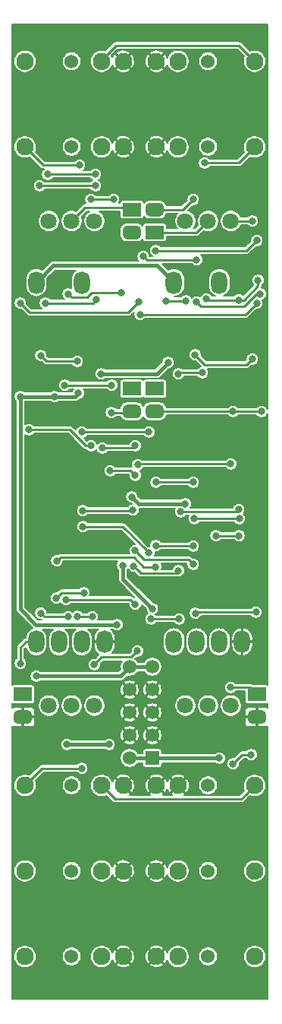
<source format=gbr>
G04 #@! TF.GenerationSoftware,KiCad,Pcbnew,(5.1.9)-1*
G04 #@! TF.CreationDate,2021-09-10T16:45:40+02:00*
G04 #@! TF.ProjectId,Skis,536b6973-2e6b-4696-9361-645f70636258,rev?*
G04 #@! TF.SameCoordinates,Original*
G04 #@! TF.FileFunction,Copper,L2,Bot*
G04 #@! TF.FilePolarity,Positive*
%FSLAX46Y46*%
G04 Gerber Fmt 4.6, Leading zero omitted, Abs format (unit mm)*
G04 Created by KiCad (PCBNEW (5.1.9)-1) date 2021-09-10 16:45:40*
%MOMM*%
%LPD*%
G01*
G04 APERTURE LIST*
G04 #@! TA.AperFunction,ComponentPad*
%ADD10O,1.800000X2.540000*%
G04 #@! TD*
G04 #@! TA.AperFunction,SMDPad,CuDef*
%ADD11C,1.524000*%
G04 #@! TD*
G04 #@! TA.AperFunction,ComponentPad*
%ADD12C,1.930400*%
G04 #@! TD*
G04 #@! TA.AperFunction,ComponentPad*
%ADD13C,1.524000*%
G04 #@! TD*
G04 #@! TA.AperFunction,ComponentPad*
%ADD14R,1.524000X1.524000*%
G04 #@! TD*
G04 #@! TA.AperFunction,ComponentPad*
%ADD15R,2.048000X1.524000*%
G04 #@! TD*
G04 #@! TA.AperFunction,ComponentPad*
%ADD16C,1.800000*%
G04 #@! TD*
G04 #@! TA.AperFunction,ViaPad*
%ADD17C,0.800000*%
G04 #@! TD*
G04 #@! TA.AperFunction,Conductor*
%ADD18C,0.250000*%
G04 #@! TD*
G04 #@! TA.AperFunction,Conductor*
%ADD19C,0.450000*%
G04 #@! TD*
G04 #@! TA.AperFunction,Conductor*
%ADD20C,0.127000*%
G04 #@! TD*
G04 #@! TA.AperFunction,Conductor*
%ADD21C,0.100000*%
G04 #@! TD*
G04 APERTURE END LIST*
D10*
X88265000Y-86868000D03*
X90805000Y-86868000D03*
X93345000Y-86868000D03*
X95885000Y-86868000D03*
X88265000Y-46863000D03*
X93345000Y-46863000D03*
D11*
X92075000Y-22225000D03*
D12*
X97282000Y-22225000D03*
X86309200Y-22225000D03*
X88722200Y-22225000D03*
D11*
X92074999Y-112395000D03*
D12*
X97281999Y-112395000D03*
X86309199Y-112395000D03*
X88722199Y-112395000D03*
D11*
X92075000Y-102870000D03*
D12*
X97282000Y-102870000D03*
X86309200Y-102870000D03*
X88722200Y-102870000D03*
X88722200Y-121920000D03*
X86309200Y-121920000D03*
X97282000Y-121920000D03*
D11*
X92075000Y-121920000D03*
D12*
X88722200Y-31750000D03*
X86309200Y-31750000D03*
X97282000Y-31750000D03*
D11*
X92075000Y-31750000D03*
D13*
X83312000Y-89662000D03*
X85852000Y-89662000D03*
X83312000Y-92202000D03*
X85852000Y-92202000D03*
X83312000Y-94742000D03*
X85852000Y-94742000D03*
X83312000Y-97282000D03*
X85852000Y-97282000D03*
X83312000Y-99822000D03*
D14*
X85852000Y-99822000D03*
D15*
X97536000Y-92710000D03*
G04 #@! TA.AperFunction,ComponentPad*
G36*
G01*
X96512000Y-95509080D02*
X96512000Y-94990920D01*
G75*
G02*
X97014920Y-94488000I502920J0D01*
G01*
X98057080Y-94488000D01*
G75*
G02*
X98560000Y-94990920I0J-502920D01*
G01*
X98560000Y-95509080D01*
G75*
G02*
X98057080Y-96012000I-502920J0D01*
G01*
X97014920Y-96012000D01*
G75*
G02*
X96512000Y-95509080I0J502920D01*
G01*
G37*
G04 #@! TD.AperFunction*
G04 #@! TA.AperFunction,ComponentPad*
G36*
G01*
X85082000Y-61473080D02*
X85082000Y-60954920D01*
G75*
G02*
X85584920Y-60452000I502920J0D01*
G01*
X86627080Y-60452000D01*
G75*
G02*
X87130000Y-60954920I0J-502920D01*
G01*
X87130000Y-61473080D01*
G75*
G02*
X86627080Y-61976000I-502920J0D01*
G01*
X85584920Y-61976000D01*
G75*
G02*
X85082000Y-61473080I0J502920D01*
G01*
G37*
G04 #@! TD.AperFunction*
X86106000Y-58674000D03*
G04 #@! TA.AperFunction,ComponentPad*
G36*
G01*
X87130000Y-38475920D02*
X87130000Y-38994080D01*
G75*
G02*
X86627080Y-39497000I-502920J0D01*
G01*
X85584920Y-39497000D01*
G75*
G02*
X85082000Y-38994080I0J502920D01*
G01*
X85082000Y-38475920D01*
G75*
G02*
X85584920Y-37973000I502920J0D01*
G01*
X86627080Y-37973000D01*
G75*
G02*
X87130000Y-38475920I0J-502920D01*
G01*
G37*
G04 #@! TD.AperFunction*
X86106000Y-41275000D03*
D16*
X94615000Y-93980000D03*
X92075000Y-93980000D03*
X89535000Y-93980000D03*
X89535000Y-40005000D03*
X92075000Y-40005000D03*
X94615000Y-40005000D03*
D12*
X80187800Y-22225000D03*
X82600800Y-22225000D03*
X71628000Y-22225000D03*
D11*
X76835000Y-22225000D03*
X76835000Y-112395000D03*
D12*
X71628000Y-112395000D03*
X82600800Y-112395000D03*
X80187800Y-112395000D03*
D11*
X76835000Y-102870000D03*
D12*
X71628000Y-102870000D03*
X82600800Y-102870000D03*
X80187800Y-102870000D03*
D11*
X76835000Y-121920000D03*
D12*
X71628000Y-121920000D03*
X82600800Y-121920000D03*
X80187800Y-121920000D03*
X80187800Y-31750000D03*
X82600800Y-31750000D03*
X71628000Y-31750000D03*
D11*
X76835000Y-31750000D03*
G04 #@! TA.AperFunction,ComponentPad*
G36*
G01*
X70350000Y-95509080D02*
X70350000Y-94990920D01*
G75*
G02*
X70852920Y-94488000I502920J0D01*
G01*
X71895080Y-94488000D01*
G75*
G02*
X72398000Y-94990920I0J-502920D01*
G01*
X72398000Y-95509080D01*
G75*
G02*
X71895080Y-96012000I-502920J0D01*
G01*
X70852920Y-96012000D01*
G75*
G02*
X70350000Y-95509080I0J502920D01*
G01*
G37*
G04 #@! TD.AperFunction*
D15*
X71374000Y-92710000D03*
G04 #@! TA.AperFunction,ComponentPad*
G36*
G01*
X82542000Y-61473080D02*
X82542000Y-60954920D01*
G75*
G02*
X83044920Y-60452000I502920J0D01*
G01*
X84087080Y-60452000D01*
G75*
G02*
X84590000Y-60954920I0J-502920D01*
G01*
X84590000Y-61473080D01*
G75*
G02*
X84087080Y-61976000I-502920J0D01*
G01*
X83044920Y-61976000D01*
G75*
G02*
X82542000Y-61473080I0J502920D01*
G01*
G37*
G04 #@! TD.AperFunction*
X83566000Y-58674000D03*
X83566000Y-38735000D03*
G04 #@! TA.AperFunction,ComponentPad*
G36*
G01*
X82542000Y-41534080D02*
X82542000Y-41015920D01*
G75*
G02*
X83044920Y-40513000I502920J0D01*
G01*
X84087080Y-40513000D01*
G75*
G02*
X84590000Y-41015920I0J-502920D01*
G01*
X84590000Y-41534080D01*
G75*
G02*
X84087080Y-42037000I-502920J0D01*
G01*
X83044920Y-42037000D01*
G75*
G02*
X82542000Y-41534080I0J502920D01*
G01*
G37*
G04 #@! TD.AperFunction*
D16*
X79375000Y-93980000D03*
X76835000Y-93980000D03*
X74295000Y-93980000D03*
X74295000Y-40005000D03*
X76835000Y-40005000D03*
X79375000Y-40005000D03*
D10*
X77978000Y-46863000D03*
X72898000Y-46863000D03*
X80518000Y-86868000D03*
X77978000Y-86868000D03*
X75438000Y-86868000D03*
X72898000Y-86868000D03*
D17*
X94869000Y-61214000D03*
X98044000Y-61214000D03*
X90805000Y-49022000D03*
X97917000Y-48133000D03*
X97413660Y-83561340D03*
X90671340Y-83699660D03*
X94615000Y-91948000D03*
X92583000Y-54991000D03*
X75819000Y-46355000D03*
X93726000Y-84455000D03*
X75692000Y-54864000D03*
X78867000Y-56769000D03*
X72898000Y-61214000D03*
X75946000Y-71501000D03*
X75057000Y-65024000D03*
X72771000Y-64897000D03*
X71247000Y-84582000D03*
X95758000Y-47244000D03*
X96520000Y-59182000D03*
X97028000Y-40005002D03*
X87630000Y-55753000D03*
X81915000Y-84963000D03*
X81026000Y-98298000D03*
X80137006Y-57023000D03*
X74930000Y-59563000D03*
X71120000Y-59563000D03*
X77597000Y-59182000D03*
X76327000Y-98298000D03*
X82550000Y-78359000D03*
X89530340Y-71505660D03*
X83566000Y-70739000D03*
X85856659Y-83189661D03*
X97028000Y-55372000D03*
X90609840Y-54922840D03*
X72897994Y-90678000D03*
X93344994Y-99822000D03*
X88836000Y-84328000D03*
X91440000Y-56896000D03*
X88773000Y-57023000D03*
X85688010Y-84328000D03*
X96901000Y-99441000D03*
X94869000Y-100457000D03*
X91694000Y-33528000D03*
X97536000Y-49149000D03*
X84487021Y-50419000D03*
X90424000Y-37592000D03*
X90424000Y-69088000D03*
X84836000Y-43942000D03*
X90805000Y-44323000D03*
X86265021Y-69088000D03*
X92964000Y-75057000D03*
X95536021Y-75057000D03*
X90551000Y-73152000D03*
X95567500Y-73152000D03*
X95504000Y-72136000D03*
X88999999Y-72390000D03*
X89598500Y-48895000D03*
X87375994Y-48895000D03*
X90424000Y-78232000D03*
X83947000Y-76708000D03*
X90424000Y-76200000D03*
X86245922Y-76169843D03*
X94615000Y-67056000D03*
X84213924Y-67152844D03*
X97663000Y-46609000D03*
X95504006Y-48804990D03*
X91884500Y-48704500D03*
X73914000Y-49149000D03*
X79629000Y-48768000D03*
X76073000Y-58293000D03*
X81317000Y-58293000D03*
X81280000Y-61341000D03*
X76454000Y-48132998D03*
X82423000Y-48006000D03*
X78209974Y-81407000D03*
X75112663Y-82017117D03*
X79502000Y-34798000D03*
X74168000Y-34798000D03*
X79502000Y-36068000D03*
X73242010Y-36068000D03*
X81153000Y-67818000D03*
X83947000Y-68325994D03*
X77978000Y-100965000D03*
X79375000Y-89408000D03*
X84201000Y-87884000D03*
X78105000Y-74041000D03*
X85470996Y-76962000D03*
X77470000Y-84041065D03*
X79126365Y-84079365D03*
X77724000Y-33782000D03*
X71120000Y-49149000D03*
X84327986Y-49022000D03*
X81534000Y-37592000D03*
X78994000Y-37592010D03*
X80264000Y-65278000D03*
X83947000Y-65024000D03*
X78994000Y-65024000D03*
X72083032Y-63246000D03*
X88773000Y-78957000D03*
X78072989Y-72263000D03*
X83692992Y-72199951D03*
X83751840Y-78427160D03*
X77470008Y-55626000D03*
X73406000Y-54991010D03*
X76454000Y-84074000D03*
X73395021Y-83676345D03*
X76200000Y-82169000D03*
X83947000Y-82677000D03*
X86233000Y-78522990D03*
X75184000Y-77850998D03*
X77978000Y-63500000D03*
X85471000Y-63500000D03*
X97536000Y-42164000D03*
X86233000Y-43307000D03*
X71120000Y-89281000D03*
D18*
X86106000Y-61214000D02*
X94869000Y-61214000D01*
X94869000Y-61214000D02*
X98044000Y-61214000D01*
X91313000Y-49530000D02*
X96081315Y-49530000D01*
X96081315Y-49530000D02*
X97478315Y-48133000D01*
X90805000Y-49022000D02*
X91313000Y-49530000D01*
X97478315Y-48133000D02*
X97917000Y-48133000D01*
X97413660Y-83561340D02*
X90809660Y-83561340D01*
X90809660Y-83561340D02*
X90671340Y-83699660D01*
X94615000Y-91948000D02*
X96774000Y-91948000D01*
X96774000Y-91948000D02*
X97536000Y-92710000D01*
X94615000Y-40005000D02*
X97027998Y-40005000D01*
X97027998Y-40005000D02*
X97028000Y-40005002D01*
D19*
X88265000Y-46839500D02*
X88265000Y-46863000D01*
X72898000Y-46863000D02*
X74803000Y-44958000D01*
X86383500Y-44958000D02*
X88265000Y-46839500D01*
X74803000Y-44958000D02*
X86383500Y-44958000D01*
X86360000Y-57023000D02*
X80137006Y-57023000D01*
X87630000Y-55753000D02*
X86360000Y-57023000D01*
X74930000Y-59563000D02*
X71120000Y-59563000D01*
X74930000Y-59563000D02*
X77216000Y-59563000D01*
X77216000Y-59563000D02*
X77597000Y-59182000D01*
X71120000Y-83233998D02*
X71120000Y-59563000D01*
X81915000Y-84963000D02*
X72849002Y-84963000D01*
X72849002Y-84963000D02*
X71120000Y-83233998D01*
X77089000Y-98298000D02*
X76327000Y-98298000D01*
X81026000Y-98298000D02*
X77089000Y-98298000D01*
X84332660Y-71505660D02*
X83566000Y-70739000D01*
X89530340Y-71505660D02*
X84332660Y-71505660D01*
X82550000Y-79883002D02*
X85856659Y-83189661D01*
X82550000Y-78359000D02*
X82550000Y-79883002D01*
D18*
X91694000Y-56007000D02*
X90609840Y-54922840D01*
X97028000Y-55372000D02*
X96393000Y-56007000D01*
X96393000Y-56007000D02*
X91694000Y-56007000D01*
X90805000Y-41275000D02*
X92075000Y-40005000D01*
X86106000Y-41275000D02*
X90805000Y-41275000D01*
D19*
X85852000Y-89662000D02*
X83312000Y-89662000D01*
X82296000Y-90678000D02*
X72897994Y-90678000D01*
X83312000Y-89662000D02*
X82296000Y-90678000D01*
X83312000Y-99822000D02*
X85852000Y-99822000D01*
X85852000Y-99822000D02*
X92837000Y-99822000D01*
X92837000Y-99822000D02*
X93344994Y-99822000D01*
D18*
X91440000Y-56896000D02*
X88900000Y-56896000D01*
X88900000Y-56896000D02*
X88773000Y-57023000D01*
X88836000Y-84328000D02*
X85688010Y-84328000D01*
X95885000Y-99441000D02*
X96901000Y-99441000D01*
X94869000Y-100457000D02*
X95885000Y-99441000D01*
X97282000Y-31750000D02*
X95504000Y-33528000D01*
X95504000Y-33528000D02*
X91694000Y-33528000D01*
X97536000Y-49149000D02*
X96266000Y-50419000D01*
X96266000Y-50419000D02*
X84487021Y-50419000D01*
X89281000Y-38735000D02*
X90424000Y-37592000D01*
X86106000Y-38735000D02*
X89281000Y-38735000D01*
X84836000Y-43942000D02*
X85235999Y-44341999D01*
X85235999Y-44341999D02*
X90786001Y-44341999D01*
X90786001Y-44341999D02*
X90805000Y-44323000D01*
X90424000Y-69088000D02*
X86265021Y-69088000D01*
X92964000Y-75057000D02*
X95536021Y-75057000D01*
X90551000Y-73152000D02*
X95567500Y-73152000D01*
X95250000Y-72390000D02*
X88999999Y-72390000D01*
X95504000Y-72136000D02*
X95250000Y-72390000D01*
X89598500Y-48895000D02*
X87375994Y-48895000D01*
X84963000Y-77724000D02*
X83947000Y-76708000D01*
X90424000Y-78232000D02*
X89916000Y-77724000D01*
X89916000Y-77724000D02*
X84963000Y-77724000D01*
X90424000Y-76200000D02*
X86276079Y-76200000D01*
X86276079Y-76200000D02*
X86245922Y-76169843D01*
X84310768Y-67056000D02*
X84213924Y-67152844D01*
X94615000Y-67056000D02*
X84310768Y-67056000D01*
X81788000Y-20447000D02*
X95504000Y-20447000D01*
X80187800Y-22225000D02*
X80187800Y-22047200D01*
X95504000Y-20447000D02*
X97282000Y-22225000D01*
X80187800Y-22047200D02*
X81788000Y-20447000D01*
X96069691Y-48804990D02*
X95504006Y-48804990D01*
X97663000Y-47211681D02*
X96069691Y-48804990D01*
X97663000Y-46609000D02*
X97663000Y-47211681D01*
X95504006Y-48804990D02*
X91984990Y-48804990D01*
X91984990Y-48804990D02*
X91884500Y-48704500D01*
X73914000Y-49149000D02*
X79248000Y-49149000D01*
X79248000Y-49149000D02*
X79629000Y-48768000D01*
X76073000Y-58293000D02*
X81317000Y-58293000D01*
X83439000Y-61341000D02*
X83566000Y-61214000D01*
X81280000Y-61341000D02*
X83439000Y-61341000D01*
X79121000Y-48006000D02*
X81857315Y-48006000D01*
X76454000Y-48132998D02*
X76853999Y-48532997D01*
X81857315Y-48006000D02*
X82423000Y-48006000D01*
X76853999Y-48532997D02*
X78594003Y-48532997D01*
X78594003Y-48532997D02*
X79121000Y-48006000D01*
X78209974Y-81407000D02*
X75722780Y-81407000D01*
X75722780Y-81407000D02*
X75112663Y-82017117D01*
X79502000Y-34798000D02*
X74168000Y-34798000D01*
X79502000Y-36068000D02*
X73242010Y-36068000D01*
X83312000Y-38481000D02*
X83566000Y-38735000D01*
X76835000Y-40005000D02*
X78359000Y-38481000D01*
X78359000Y-38481000D02*
X83312000Y-38481000D01*
X82804000Y-67818000D02*
X83439006Y-67818000D01*
X83439006Y-67818000D02*
X83947000Y-68325994D01*
X81153000Y-67818000D02*
X82804000Y-67818000D01*
X71628000Y-102870000D02*
X73533000Y-100965000D01*
X73533000Y-100965000D02*
X77978000Y-100965000D01*
X83510001Y-88574999D02*
X84201000Y-87884000D01*
X79375000Y-89408000D02*
X80208001Y-88574999D01*
X80208001Y-88574999D02*
X83510001Y-88574999D01*
X85070997Y-76562001D02*
X85470996Y-76962000D01*
X82549996Y-74041000D02*
X85070997Y-76562001D01*
X78105000Y-74041000D02*
X82549996Y-74041000D01*
X77470000Y-84041065D02*
X79088065Y-84041065D01*
X79088065Y-84041065D02*
X79126365Y-84079365D01*
X73660000Y-33782000D02*
X71628000Y-31750000D01*
X77724000Y-33782000D02*
X73660000Y-33782000D01*
X71120000Y-49149000D02*
X72154999Y-50183999D01*
X83927987Y-49421999D02*
X84327986Y-49022000D01*
X83165987Y-50183999D02*
X83927987Y-49421999D01*
X72154999Y-50183999D02*
X83165987Y-50183999D01*
X78994010Y-37592000D02*
X78994000Y-37592010D01*
X81534000Y-37592000D02*
X78994010Y-37592000D01*
X80264000Y-65278000D02*
X83693000Y-65278000D01*
X83693000Y-65278000D02*
X83947000Y-65024000D01*
X78994000Y-65024000D02*
X78428315Y-65024000D01*
X72648717Y-63246000D02*
X72083032Y-63246000D01*
X76650315Y-63246000D02*
X72648717Y-63246000D01*
X78428315Y-65024000D02*
X76650315Y-63246000D01*
X78072989Y-72263000D02*
X83629943Y-72263000D01*
X83629943Y-72263000D02*
X83692992Y-72199951D01*
X84151839Y-78827159D02*
X83751840Y-78427160D01*
X88482000Y-79248000D02*
X84572680Y-79248000D01*
X88773000Y-78957000D02*
X88482000Y-79248000D01*
X84572680Y-79248000D02*
X84151839Y-78827159D01*
X74040990Y-55626000D02*
X73406000Y-54991010D01*
X77470008Y-55626000D02*
X74040990Y-55626000D01*
X76454000Y-84074000D02*
X73792676Y-84074000D01*
X73792676Y-84074000D02*
X73395021Y-83676345D01*
X83439000Y-82169000D02*
X83947000Y-82677000D01*
X76200000Y-82169000D02*
X83439000Y-82169000D01*
X83800999Y-77450999D02*
X75583999Y-77450999D01*
X86233000Y-78522990D02*
X84872990Y-78522990D01*
X84872990Y-78522990D02*
X83800999Y-77450999D01*
X75583999Y-77450999D02*
X75184000Y-77850998D01*
X77978000Y-63500000D02*
X85471000Y-63500000D01*
X97536000Y-42164000D02*
X96393000Y-43307000D01*
X96393000Y-43307000D02*
X86233000Y-43307000D01*
X71120000Y-87496000D02*
X71120000Y-88715315D01*
X72898000Y-86868000D02*
X71748000Y-86868000D01*
X71120000Y-88715315D02*
X71120000Y-89281000D01*
X71748000Y-86868000D02*
X71120000Y-87496000D01*
X96316801Y-103835199D02*
X97282000Y-102870000D01*
X95758000Y-104394000D02*
X96316801Y-103835199D01*
X80187800Y-102870000D02*
X81711800Y-104394000D01*
X81711800Y-104394000D02*
X95758000Y-104394000D01*
D20*
X98717500Y-60965055D02*
X98679841Y-60874136D01*
X98601319Y-60756620D01*
X98501380Y-60656681D01*
X98383864Y-60578159D01*
X98253287Y-60524073D01*
X98114668Y-60496500D01*
X97973332Y-60496500D01*
X97834713Y-60524073D01*
X97704136Y-60578159D01*
X97586620Y-60656681D01*
X97486681Y-60756620D01*
X97476738Y-60771500D01*
X95436262Y-60771500D01*
X95426319Y-60756620D01*
X95326380Y-60656681D01*
X95208864Y-60578159D01*
X95078287Y-60524073D01*
X94939668Y-60496500D01*
X94798332Y-60496500D01*
X94659713Y-60524073D01*
X94529136Y-60578159D01*
X94411620Y-60656681D01*
X94311681Y-60756620D01*
X94301738Y-60771500D01*
X87426246Y-60771500D01*
X87386468Y-60640371D01*
X87310511Y-60498266D01*
X87208291Y-60373709D01*
X87083734Y-60271489D01*
X86941629Y-60195532D01*
X86787436Y-60148758D01*
X86627080Y-60132964D01*
X85584920Y-60132964D01*
X85424564Y-60148758D01*
X85270371Y-60195532D01*
X85128266Y-60271489D01*
X85003709Y-60373709D01*
X84901489Y-60498266D01*
X84836000Y-60620787D01*
X84770511Y-60498266D01*
X84668291Y-60373709D01*
X84543734Y-60271489D01*
X84401629Y-60195532D01*
X84247436Y-60148758D01*
X84087080Y-60132964D01*
X83044920Y-60132964D01*
X82884564Y-60148758D01*
X82730371Y-60195532D01*
X82588266Y-60271489D01*
X82463709Y-60373709D01*
X82361489Y-60498266D01*
X82285532Y-60640371D01*
X82238758Y-60794564D01*
X82228521Y-60898500D01*
X81847262Y-60898500D01*
X81837319Y-60883620D01*
X81737380Y-60783681D01*
X81619864Y-60705159D01*
X81489287Y-60651073D01*
X81350668Y-60623500D01*
X81209332Y-60623500D01*
X81070713Y-60651073D01*
X80940136Y-60705159D01*
X80822620Y-60783681D01*
X80722681Y-60883620D01*
X80644159Y-61001136D01*
X80590073Y-61131713D01*
X80562500Y-61270332D01*
X80562500Y-61411668D01*
X80590073Y-61550287D01*
X80644159Y-61680864D01*
X80722681Y-61798380D01*
X80822620Y-61898319D01*
X80940136Y-61976841D01*
X81070713Y-62030927D01*
X81209332Y-62058500D01*
X81350668Y-62058500D01*
X81489287Y-62030927D01*
X81619864Y-61976841D01*
X81737380Y-61898319D01*
X81837319Y-61798380D01*
X81847262Y-61783500D01*
X82284279Y-61783500D01*
X82285532Y-61787629D01*
X82361489Y-61929734D01*
X82463709Y-62054291D01*
X82588266Y-62156511D01*
X82730371Y-62232468D01*
X82884564Y-62279242D01*
X83044920Y-62295036D01*
X84087080Y-62295036D01*
X84247436Y-62279242D01*
X84401629Y-62232468D01*
X84543734Y-62156511D01*
X84668291Y-62054291D01*
X84770511Y-61929734D01*
X84836000Y-61807213D01*
X84901489Y-61929734D01*
X85003709Y-62054291D01*
X85128266Y-62156511D01*
X85270371Y-62232468D01*
X85424564Y-62279242D01*
X85584920Y-62295036D01*
X86627080Y-62295036D01*
X86787436Y-62279242D01*
X86941629Y-62232468D01*
X87083734Y-62156511D01*
X87208291Y-62054291D01*
X87310511Y-61929734D01*
X87386468Y-61787629D01*
X87426246Y-61656500D01*
X94301738Y-61656500D01*
X94311681Y-61671380D01*
X94411620Y-61771319D01*
X94529136Y-61849841D01*
X94659713Y-61903927D01*
X94798332Y-61931500D01*
X94939668Y-61931500D01*
X95078287Y-61903927D01*
X95208864Y-61849841D01*
X95326380Y-61771319D01*
X95426319Y-61671380D01*
X95436262Y-61656500D01*
X97476738Y-61656500D01*
X97486681Y-61671380D01*
X97586620Y-61771319D01*
X97704136Y-61849841D01*
X97834713Y-61903927D01*
X97973332Y-61931500D01*
X98114668Y-61931500D01*
X98253287Y-61903927D01*
X98383864Y-61849841D01*
X98501380Y-61771319D01*
X98601319Y-61671380D01*
X98679841Y-61553864D01*
X98717500Y-61462945D01*
X98717501Y-91672176D01*
X98682090Y-91653249D01*
X98622241Y-91635094D01*
X98560000Y-91628964D01*
X97082771Y-91628964D01*
X97021029Y-91578295D01*
X96944157Y-91537205D01*
X96860745Y-91511903D01*
X96795737Y-91505500D01*
X96795734Y-91505500D01*
X96774000Y-91503359D01*
X96752266Y-91505500D01*
X95182262Y-91505500D01*
X95172319Y-91490620D01*
X95072380Y-91390681D01*
X94954864Y-91312159D01*
X94824287Y-91258073D01*
X94685668Y-91230500D01*
X94544332Y-91230500D01*
X94405713Y-91258073D01*
X94275136Y-91312159D01*
X94157620Y-91390681D01*
X94057681Y-91490620D01*
X93979159Y-91608136D01*
X93925073Y-91738713D01*
X93897500Y-91877332D01*
X93897500Y-92018668D01*
X93925073Y-92157287D01*
X93979159Y-92287864D01*
X94057681Y-92405380D01*
X94157620Y-92505319D01*
X94275136Y-92583841D01*
X94405713Y-92637927D01*
X94544332Y-92665500D01*
X94685668Y-92665500D01*
X94824287Y-92637927D01*
X94954864Y-92583841D01*
X95072380Y-92505319D01*
X95172319Y-92405380D01*
X95182262Y-92390500D01*
X96192964Y-92390500D01*
X96192964Y-93472000D01*
X96199094Y-93534241D01*
X96217249Y-93594090D01*
X96246731Y-93649247D01*
X96286407Y-93697593D01*
X96334753Y-93737269D01*
X96389910Y-93766751D01*
X96449759Y-93784906D01*
X96512000Y-93791036D01*
X98560000Y-93791036D01*
X98622241Y-93784906D01*
X98682090Y-93766751D01*
X98717501Y-93747824D01*
X98717501Y-94212176D01*
X98682090Y-94193249D01*
X98622241Y-94175094D01*
X98560000Y-94168964D01*
X97678875Y-94170500D01*
X97599500Y-94249875D01*
X97599500Y-95186500D01*
X97619500Y-95186500D01*
X97619500Y-95313500D01*
X97599500Y-95313500D01*
X97599500Y-96250125D01*
X97678875Y-96329500D01*
X98560000Y-96331036D01*
X98622241Y-96324906D01*
X98682090Y-96306751D01*
X98717501Y-96287824D01*
X98717501Y-126657500D01*
X70192500Y-126657500D01*
X70192500Y-121793665D01*
X70345300Y-121793665D01*
X70345300Y-122046335D01*
X70394594Y-122294150D01*
X70491286Y-122527586D01*
X70631662Y-122737673D01*
X70810327Y-122916338D01*
X71020414Y-123056714D01*
X71253850Y-123153406D01*
X71501665Y-123202700D01*
X71754335Y-123202700D01*
X72002150Y-123153406D01*
X72235586Y-123056714D01*
X72445673Y-122916338D01*
X72624338Y-122737673D01*
X72764714Y-122527586D01*
X72861406Y-122294150D01*
X72910700Y-122046335D01*
X72910700Y-121813679D01*
X75755500Y-121813679D01*
X75755500Y-122026321D01*
X75796985Y-122234878D01*
X75878360Y-122431335D01*
X75996498Y-122608141D01*
X76146859Y-122758502D01*
X76323665Y-122876640D01*
X76520122Y-122958015D01*
X76728679Y-122999500D01*
X76941321Y-122999500D01*
X77149878Y-122958015D01*
X77346335Y-122876640D01*
X77523141Y-122758502D01*
X77673502Y-122608141D01*
X77791640Y-122431335D01*
X77873015Y-122234878D01*
X77914500Y-122026321D01*
X77914500Y-121813679D01*
X77910519Y-121793665D01*
X78905100Y-121793665D01*
X78905100Y-122046335D01*
X78954394Y-122294150D01*
X79051086Y-122527586D01*
X79191462Y-122737673D01*
X79370127Y-122916338D01*
X79580214Y-123056714D01*
X79813650Y-123153406D01*
X80061465Y-123202700D01*
X80314135Y-123202700D01*
X80561950Y-123153406D01*
X80795386Y-123056714D01*
X81005473Y-122916338D01*
X81102822Y-122818989D01*
X81791613Y-122818989D01*
X81895493Y-122998805D01*
X82119509Y-123115675D01*
X82362022Y-123186596D01*
X82613710Y-123208842D01*
X82864903Y-123181559D01*
X83105946Y-123105795D01*
X83306107Y-122998805D01*
X83409987Y-122818989D01*
X85500013Y-122818989D01*
X85603893Y-122998805D01*
X85827909Y-123115675D01*
X86070422Y-123186596D01*
X86322110Y-123208842D01*
X86573303Y-123181559D01*
X86814346Y-123105795D01*
X87014507Y-122998805D01*
X87118387Y-122818989D01*
X86309200Y-122009803D01*
X85500013Y-122818989D01*
X83409987Y-122818989D01*
X82600800Y-122009803D01*
X81791613Y-122818989D01*
X81102822Y-122818989D01*
X81184138Y-122737673D01*
X81324514Y-122527586D01*
X81394270Y-122359179D01*
X81415005Y-122425146D01*
X81521995Y-122625307D01*
X81701811Y-122729187D01*
X82510997Y-121920000D01*
X82690603Y-121920000D01*
X83499789Y-122729187D01*
X83679605Y-122625307D01*
X83796475Y-122401291D01*
X83867396Y-122158778D01*
X83887359Y-121932910D01*
X85020358Y-121932910D01*
X85047641Y-122184103D01*
X85123405Y-122425146D01*
X85230395Y-122625307D01*
X85410211Y-122729187D01*
X86219397Y-121920000D01*
X86399003Y-121920000D01*
X87208189Y-122729187D01*
X87388005Y-122625307D01*
X87504875Y-122401291D01*
X87516586Y-122361246D01*
X87585486Y-122527586D01*
X87725862Y-122737673D01*
X87904527Y-122916338D01*
X88114614Y-123056714D01*
X88348050Y-123153406D01*
X88595865Y-123202700D01*
X88848535Y-123202700D01*
X89096350Y-123153406D01*
X89329786Y-123056714D01*
X89539873Y-122916338D01*
X89718538Y-122737673D01*
X89858914Y-122527586D01*
X89955606Y-122294150D01*
X90004900Y-122046335D01*
X90004900Y-121813679D01*
X90995500Y-121813679D01*
X90995500Y-122026321D01*
X91036985Y-122234878D01*
X91118360Y-122431335D01*
X91236498Y-122608141D01*
X91386859Y-122758502D01*
X91563665Y-122876640D01*
X91760122Y-122958015D01*
X91968679Y-122999500D01*
X92181321Y-122999500D01*
X92389878Y-122958015D01*
X92586335Y-122876640D01*
X92763141Y-122758502D01*
X92913502Y-122608141D01*
X93031640Y-122431335D01*
X93113015Y-122234878D01*
X93154500Y-122026321D01*
X93154500Y-121813679D01*
X93150519Y-121793665D01*
X95999300Y-121793665D01*
X95999300Y-122046335D01*
X96048594Y-122294150D01*
X96145286Y-122527586D01*
X96285662Y-122737673D01*
X96464327Y-122916338D01*
X96674414Y-123056714D01*
X96907850Y-123153406D01*
X97155665Y-123202700D01*
X97408335Y-123202700D01*
X97656150Y-123153406D01*
X97889586Y-123056714D01*
X98099673Y-122916338D01*
X98278338Y-122737673D01*
X98418714Y-122527586D01*
X98515406Y-122294150D01*
X98564700Y-122046335D01*
X98564700Y-121793665D01*
X98515406Y-121545850D01*
X98418714Y-121312414D01*
X98278338Y-121102327D01*
X98099673Y-120923662D01*
X97889586Y-120783286D01*
X97656150Y-120686594D01*
X97408335Y-120637300D01*
X97155665Y-120637300D01*
X96907850Y-120686594D01*
X96674414Y-120783286D01*
X96464327Y-120923662D01*
X96285662Y-121102327D01*
X96145286Y-121312414D01*
X96048594Y-121545850D01*
X95999300Y-121793665D01*
X93150519Y-121793665D01*
X93113015Y-121605122D01*
X93031640Y-121408665D01*
X92913502Y-121231859D01*
X92763141Y-121081498D01*
X92586335Y-120963360D01*
X92389878Y-120881985D01*
X92181321Y-120840500D01*
X91968679Y-120840500D01*
X91760122Y-120881985D01*
X91563665Y-120963360D01*
X91386859Y-121081498D01*
X91236498Y-121231859D01*
X91118360Y-121408665D01*
X91036985Y-121605122D01*
X90995500Y-121813679D01*
X90004900Y-121813679D01*
X90004900Y-121793665D01*
X89955606Y-121545850D01*
X89858914Y-121312414D01*
X89718538Y-121102327D01*
X89539873Y-120923662D01*
X89329786Y-120783286D01*
X89096350Y-120686594D01*
X88848535Y-120637300D01*
X88595865Y-120637300D01*
X88348050Y-120686594D01*
X88114614Y-120783286D01*
X87904527Y-120923662D01*
X87725862Y-121102327D01*
X87585486Y-121312414D01*
X87515730Y-121480821D01*
X87494995Y-121414854D01*
X87388005Y-121214693D01*
X87208189Y-121110813D01*
X86399003Y-121920000D01*
X86219397Y-121920000D01*
X85410211Y-121110813D01*
X85230395Y-121214693D01*
X85113525Y-121438709D01*
X85042604Y-121681222D01*
X85020358Y-121932910D01*
X83887359Y-121932910D01*
X83889642Y-121907090D01*
X83862359Y-121655897D01*
X83786595Y-121414854D01*
X83679605Y-121214693D01*
X83499789Y-121110813D01*
X82690603Y-121920000D01*
X82510997Y-121920000D01*
X81701811Y-121110813D01*
X81521995Y-121214693D01*
X81405125Y-121438709D01*
X81393414Y-121478754D01*
X81324514Y-121312414D01*
X81184138Y-121102327D01*
X81102822Y-121021011D01*
X81791613Y-121021011D01*
X82600800Y-121830197D01*
X83409987Y-121021011D01*
X85500013Y-121021011D01*
X86309200Y-121830197D01*
X87118387Y-121021011D01*
X87014507Y-120841195D01*
X86790491Y-120724325D01*
X86547978Y-120653404D01*
X86296290Y-120631158D01*
X86045097Y-120658441D01*
X85804054Y-120734205D01*
X85603893Y-120841195D01*
X85500013Y-121021011D01*
X83409987Y-121021011D01*
X83306107Y-120841195D01*
X83082091Y-120724325D01*
X82839578Y-120653404D01*
X82587890Y-120631158D01*
X82336697Y-120658441D01*
X82095654Y-120734205D01*
X81895493Y-120841195D01*
X81791613Y-121021011D01*
X81102822Y-121021011D01*
X81005473Y-120923662D01*
X80795386Y-120783286D01*
X80561950Y-120686594D01*
X80314135Y-120637300D01*
X80061465Y-120637300D01*
X79813650Y-120686594D01*
X79580214Y-120783286D01*
X79370127Y-120923662D01*
X79191462Y-121102327D01*
X79051086Y-121312414D01*
X78954394Y-121545850D01*
X78905100Y-121793665D01*
X77910519Y-121793665D01*
X77873015Y-121605122D01*
X77791640Y-121408665D01*
X77673502Y-121231859D01*
X77523141Y-121081498D01*
X77346335Y-120963360D01*
X77149878Y-120881985D01*
X76941321Y-120840500D01*
X76728679Y-120840500D01*
X76520122Y-120881985D01*
X76323665Y-120963360D01*
X76146859Y-121081498D01*
X75996498Y-121231859D01*
X75878360Y-121408665D01*
X75796985Y-121605122D01*
X75755500Y-121813679D01*
X72910700Y-121813679D01*
X72910700Y-121793665D01*
X72861406Y-121545850D01*
X72764714Y-121312414D01*
X72624338Y-121102327D01*
X72445673Y-120923662D01*
X72235586Y-120783286D01*
X72002150Y-120686594D01*
X71754335Y-120637300D01*
X71501665Y-120637300D01*
X71253850Y-120686594D01*
X71020414Y-120783286D01*
X70810327Y-120923662D01*
X70631662Y-121102327D01*
X70491286Y-121312414D01*
X70394594Y-121545850D01*
X70345300Y-121793665D01*
X70192500Y-121793665D01*
X70192500Y-112268665D01*
X70345300Y-112268665D01*
X70345300Y-112521335D01*
X70394594Y-112769150D01*
X70491286Y-113002586D01*
X70631662Y-113212673D01*
X70810327Y-113391338D01*
X71020414Y-113531714D01*
X71253850Y-113628406D01*
X71501665Y-113677700D01*
X71754335Y-113677700D01*
X72002150Y-113628406D01*
X72235586Y-113531714D01*
X72445673Y-113391338D01*
X72624338Y-113212673D01*
X72764714Y-113002586D01*
X72861406Y-112769150D01*
X72910700Y-112521335D01*
X72910700Y-112288679D01*
X75755500Y-112288679D01*
X75755500Y-112501321D01*
X75796985Y-112709878D01*
X75878360Y-112906335D01*
X75996498Y-113083141D01*
X76146859Y-113233502D01*
X76323665Y-113351640D01*
X76520122Y-113433015D01*
X76728679Y-113474500D01*
X76941321Y-113474500D01*
X77149878Y-113433015D01*
X77346335Y-113351640D01*
X77523141Y-113233502D01*
X77673502Y-113083141D01*
X77791640Y-112906335D01*
X77873015Y-112709878D01*
X77914500Y-112501321D01*
X77914500Y-112288679D01*
X77910519Y-112268665D01*
X78905100Y-112268665D01*
X78905100Y-112521335D01*
X78954394Y-112769150D01*
X79051086Y-113002586D01*
X79191462Y-113212673D01*
X79370127Y-113391338D01*
X79580214Y-113531714D01*
X79813650Y-113628406D01*
X80061465Y-113677700D01*
X80314135Y-113677700D01*
X80561950Y-113628406D01*
X80795386Y-113531714D01*
X81005473Y-113391338D01*
X81102822Y-113293989D01*
X81791613Y-113293989D01*
X81895493Y-113473805D01*
X82119509Y-113590675D01*
X82362022Y-113661596D01*
X82613710Y-113683842D01*
X82864903Y-113656559D01*
X83105946Y-113580795D01*
X83306107Y-113473805D01*
X83409987Y-113293989D01*
X85500012Y-113293989D01*
X85603892Y-113473805D01*
X85827908Y-113590675D01*
X86070421Y-113661596D01*
X86322109Y-113683842D01*
X86573302Y-113656559D01*
X86814345Y-113580795D01*
X87014506Y-113473805D01*
X87118386Y-113293989D01*
X86309199Y-112484803D01*
X85500012Y-113293989D01*
X83409987Y-113293989D01*
X82600800Y-112484803D01*
X81791613Y-113293989D01*
X81102822Y-113293989D01*
X81184138Y-113212673D01*
X81324514Y-113002586D01*
X81394270Y-112834179D01*
X81415005Y-112900146D01*
X81521995Y-113100307D01*
X81701811Y-113204187D01*
X82510997Y-112395000D01*
X82690603Y-112395000D01*
X83499789Y-113204187D01*
X83679605Y-113100307D01*
X83796475Y-112876291D01*
X83867396Y-112633778D01*
X83887359Y-112407910D01*
X85020357Y-112407910D01*
X85047640Y-112659103D01*
X85123404Y-112900146D01*
X85230394Y-113100307D01*
X85410210Y-113204187D01*
X86219396Y-112395000D01*
X86399002Y-112395000D01*
X87208188Y-113204187D01*
X87388004Y-113100307D01*
X87504874Y-112876291D01*
X87516585Y-112836246D01*
X87585485Y-113002586D01*
X87725861Y-113212673D01*
X87904526Y-113391338D01*
X88114613Y-113531714D01*
X88348049Y-113628406D01*
X88595864Y-113677700D01*
X88848534Y-113677700D01*
X89096349Y-113628406D01*
X89329785Y-113531714D01*
X89539872Y-113391338D01*
X89718537Y-113212673D01*
X89858913Y-113002586D01*
X89955605Y-112769150D01*
X90004899Y-112521335D01*
X90004899Y-112288679D01*
X90995499Y-112288679D01*
X90995499Y-112501321D01*
X91036984Y-112709878D01*
X91118359Y-112906335D01*
X91236497Y-113083141D01*
X91386858Y-113233502D01*
X91563664Y-113351640D01*
X91760121Y-113433015D01*
X91968678Y-113474500D01*
X92181320Y-113474500D01*
X92389877Y-113433015D01*
X92586334Y-113351640D01*
X92763140Y-113233502D01*
X92913501Y-113083141D01*
X93031639Y-112906335D01*
X93113014Y-112709878D01*
X93154499Y-112501321D01*
X93154499Y-112288679D01*
X93150518Y-112268665D01*
X95999299Y-112268665D01*
X95999299Y-112521335D01*
X96048593Y-112769150D01*
X96145285Y-113002586D01*
X96285661Y-113212673D01*
X96464326Y-113391338D01*
X96674413Y-113531714D01*
X96907849Y-113628406D01*
X97155664Y-113677700D01*
X97408334Y-113677700D01*
X97656149Y-113628406D01*
X97889585Y-113531714D01*
X98099672Y-113391338D01*
X98278337Y-113212673D01*
X98418713Y-113002586D01*
X98515405Y-112769150D01*
X98564699Y-112521335D01*
X98564699Y-112268665D01*
X98515405Y-112020850D01*
X98418713Y-111787414D01*
X98278337Y-111577327D01*
X98099672Y-111398662D01*
X97889585Y-111258286D01*
X97656149Y-111161594D01*
X97408334Y-111112300D01*
X97155664Y-111112300D01*
X96907849Y-111161594D01*
X96674413Y-111258286D01*
X96464326Y-111398662D01*
X96285661Y-111577327D01*
X96145285Y-111787414D01*
X96048593Y-112020850D01*
X95999299Y-112268665D01*
X93150518Y-112268665D01*
X93113014Y-112080122D01*
X93031639Y-111883665D01*
X92913501Y-111706859D01*
X92763140Y-111556498D01*
X92586334Y-111438360D01*
X92389877Y-111356985D01*
X92181320Y-111315500D01*
X91968678Y-111315500D01*
X91760121Y-111356985D01*
X91563664Y-111438360D01*
X91386858Y-111556498D01*
X91236497Y-111706859D01*
X91118359Y-111883665D01*
X91036984Y-112080122D01*
X90995499Y-112288679D01*
X90004899Y-112288679D01*
X90004899Y-112268665D01*
X89955605Y-112020850D01*
X89858913Y-111787414D01*
X89718537Y-111577327D01*
X89539872Y-111398662D01*
X89329785Y-111258286D01*
X89096349Y-111161594D01*
X88848534Y-111112300D01*
X88595864Y-111112300D01*
X88348049Y-111161594D01*
X88114613Y-111258286D01*
X87904526Y-111398662D01*
X87725861Y-111577327D01*
X87585485Y-111787414D01*
X87515729Y-111955821D01*
X87494994Y-111889854D01*
X87388004Y-111689693D01*
X87208188Y-111585813D01*
X86399002Y-112395000D01*
X86219396Y-112395000D01*
X85410210Y-111585813D01*
X85230394Y-111689693D01*
X85113524Y-111913709D01*
X85042603Y-112156222D01*
X85020357Y-112407910D01*
X83887359Y-112407910D01*
X83889642Y-112382090D01*
X83862359Y-112130897D01*
X83786595Y-111889854D01*
X83679605Y-111689693D01*
X83499789Y-111585813D01*
X82690603Y-112395000D01*
X82510997Y-112395000D01*
X81701811Y-111585813D01*
X81521995Y-111689693D01*
X81405125Y-111913709D01*
X81393414Y-111953754D01*
X81324514Y-111787414D01*
X81184138Y-111577327D01*
X81102822Y-111496011D01*
X81791613Y-111496011D01*
X82600800Y-112305197D01*
X83409987Y-111496011D01*
X85500012Y-111496011D01*
X86309199Y-112305197D01*
X87118386Y-111496011D01*
X87014506Y-111316195D01*
X86790490Y-111199325D01*
X86547977Y-111128404D01*
X86296289Y-111106158D01*
X86045096Y-111133441D01*
X85804053Y-111209205D01*
X85603892Y-111316195D01*
X85500012Y-111496011D01*
X83409987Y-111496011D01*
X83306107Y-111316195D01*
X83082091Y-111199325D01*
X82839578Y-111128404D01*
X82587890Y-111106158D01*
X82336697Y-111133441D01*
X82095654Y-111209205D01*
X81895493Y-111316195D01*
X81791613Y-111496011D01*
X81102822Y-111496011D01*
X81005473Y-111398662D01*
X80795386Y-111258286D01*
X80561950Y-111161594D01*
X80314135Y-111112300D01*
X80061465Y-111112300D01*
X79813650Y-111161594D01*
X79580214Y-111258286D01*
X79370127Y-111398662D01*
X79191462Y-111577327D01*
X79051086Y-111787414D01*
X78954394Y-112020850D01*
X78905100Y-112268665D01*
X77910519Y-112268665D01*
X77873015Y-112080122D01*
X77791640Y-111883665D01*
X77673502Y-111706859D01*
X77523141Y-111556498D01*
X77346335Y-111438360D01*
X77149878Y-111356985D01*
X76941321Y-111315500D01*
X76728679Y-111315500D01*
X76520122Y-111356985D01*
X76323665Y-111438360D01*
X76146859Y-111556498D01*
X75996498Y-111706859D01*
X75878360Y-111883665D01*
X75796985Y-112080122D01*
X75755500Y-112288679D01*
X72910700Y-112288679D01*
X72910700Y-112268665D01*
X72861406Y-112020850D01*
X72764714Y-111787414D01*
X72624338Y-111577327D01*
X72445673Y-111398662D01*
X72235586Y-111258286D01*
X72002150Y-111161594D01*
X71754335Y-111112300D01*
X71501665Y-111112300D01*
X71253850Y-111161594D01*
X71020414Y-111258286D01*
X70810327Y-111398662D01*
X70631662Y-111577327D01*
X70491286Y-111787414D01*
X70394594Y-112020850D01*
X70345300Y-112268665D01*
X70192500Y-112268665D01*
X70192500Y-102743665D01*
X70345300Y-102743665D01*
X70345300Y-102996335D01*
X70394594Y-103244150D01*
X70491286Y-103477586D01*
X70631662Y-103687673D01*
X70810327Y-103866338D01*
X71020414Y-104006714D01*
X71253850Y-104103406D01*
X71501665Y-104152700D01*
X71754335Y-104152700D01*
X72002150Y-104103406D01*
X72235586Y-104006714D01*
X72445673Y-103866338D01*
X72624338Y-103687673D01*
X72764714Y-103477586D01*
X72861406Y-103244150D01*
X72910700Y-102996335D01*
X72910700Y-102763679D01*
X75755500Y-102763679D01*
X75755500Y-102976321D01*
X75796985Y-103184878D01*
X75878360Y-103381335D01*
X75996498Y-103558141D01*
X76146859Y-103708502D01*
X76323665Y-103826640D01*
X76520122Y-103908015D01*
X76728679Y-103949500D01*
X76941321Y-103949500D01*
X77149878Y-103908015D01*
X77346335Y-103826640D01*
X77523141Y-103708502D01*
X77673502Y-103558141D01*
X77791640Y-103381335D01*
X77873015Y-103184878D01*
X77914500Y-102976321D01*
X77914500Y-102763679D01*
X77910519Y-102743665D01*
X78905100Y-102743665D01*
X78905100Y-102996335D01*
X78954394Y-103244150D01*
X79051086Y-103477586D01*
X79191462Y-103687673D01*
X79370127Y-103866338D01*
X79580214Y-104006714D01*
X79813650Y-104103406D01*
X80061465Y-104152700D01*
X80314135Y-104152700D01*
X80561950Y-104103406D01*
X80727036Y-104035025D01*
X81383530Y-104691519D01*
X81397391Y-104708409D01*
X81464771Y-104763705D01*
X81541643Y-104804795D01*
X81625055Y-104830097D01*
X81690063Y-104836500D01*
X81690065Y-104836500D01*
X81711799Y-104838641D01*
X81733533Y-104836500D01*
X95736266Y-104836500D01*
X95758000Y-104838641D01*
X95779734Y-104836500D01*
X95779737Y-104836500D01*
X95844745Y-104830097D01*
X95928157Y-104804795D01*
X96005029Y-104763705D01*
X96072409Y-104708409D01*
X96086269Y-104691520D01*
X96645066Y-104132724D01*
X96645070Y-104132719D01*
X96742764Y-104035025D01*
X96907850Y-104103406D01*
X97155665Y-104152700D01*
X97408335Y-104152700D01*
X97656150Y-104103406D01*
X97889586Y-104006714D01*
X98099673Y-103866338D01*
X98278338Y-103687673D01*
X98418714Y-103477586D01*
X98515406Y-103244150D01*
X98564700Y-102996335D01*
X98564700Y-102743665D01*
X98515406Y-102495850D01*
X98418714Y-102262414D01*
X98278338Y-102052327D01*
X98099673Y-101873662D01*
X97889586Y-101733286D01*
X97656150Y-101636594D01*
X97408335Y-101587300D01*
X97155665Y-101587300D01*
X96907850Y-101636594D01*
X96674414Y-101733286D01*
X96464327Y-101873662D01*
X96285662Y-102052327D01*
X96145286Y-102262414D01*
X96048594Y-102495850D01*
X95999300Y-102743665D01*
X95999300Y-102996335D01*
X96048594Y-103244150D01*
X96116975Y-103409236D01*
X96019281Y-103506930D01*
X96019276Y-103506934D01*
X95574711Y-103951500D01*
X89422465Y-103951500D01*
X89427507Y-103948805D01*
X89531387Y-103768989D01*
X88722200Y-102959803D01*
X87913013Y-103768989D01*
X88016893Y-103948805D01*
X88022059Y-103951500D01*
X87009465Y-103951500D01*
X87014507Y-103948805D01*
X87118387Y-103768989D01*
X86309200Y-102959803D01*
X85500013Y-103768989D01*
X85603893Y-103948805D01*
X85609059Y-103951500D01*
X83301065Y-103951500D01*
X83306107Y-103948805D01*
X83409987Y-103768989D01*
X82600800Y-102959803D01*
X82586658Y-102973945D01*
X82496855Y-102884142D01*
X82510997Y-102870000D01*
X82690603Y-102870000D01*
X83499789Y-103679187D01*
X83679605Y-103575307D01*
X83796475Y-103351291D01*
X83867396Y-103108778D01*
X83887359Y-102882910D01*
X85020358Y-102882910D01*
X85047641Y-103134103D01*
X85123405Y-103375146D01*
X85230395Y-103575307D01*
X85410211Y-103679187D01*
X86219397Y-102870000D01*
X86399003Y-102870000D01*
X87208189Y-103679187D01*
X87388005Y-103575307D01*
X87504875Y-103351291D01*
X87516458Y-103311684D01*
X87536405Y-103375146D01*
X87643395Y-103575307D01*
X87823211Y-103679187D01*
X88632397Y-102870000D01*
X88812003Y-102870000D01*
X89621189Y-103679187D01*
X89801005Y-103575307D01*
X89917875Y-103351291D01*
X89988796Y-103108778D01*
X90011042Y-102857090D01*
X90000897Y-102763679D01*
X90995500Y-102763679D01*
X90995500Y-102976321D01*
X91036985Y-103184878D01*
X91118360Y-103381335D01*
X91236498Y-103558141D01*
X91386859Y-103708502D01*
X91563665Y-103826640D01*
X91760122Y-103908015D01*
X91968679Y-103949500D01*
X92181321Y-103949500D01*
X92389878Y-103908015D01*
X92586335Y-103826640D01*
X92763141Y-103708502D01*
X92913502Y-103558141D01*
X93031640Y-103381335D01*
X93113015Y-103184878D01*
X93154500Y-102976321D01*
X93154500Y-102763679D01*
X93113015Y-102555122D01*
X93031640Y-102358665D01*
X92913502Y-102181859D01*
X92763141Y-102031498D01*
X92586335Y-101913360D01*
X92389878Y-101831985D01*
X92181321Y-101790500D01*
X91968679Y-101790500D01*
X91760122Y-101831985D01*
X91563665Y-101913360D01*
X91386859Y-102031498D01*
X91236498Y-102181859D01*
X91118360Y-102358665D01*
X91036985Y-102555122D01*
X90995500Y-102763679D01*
X90000897Y-102763679D01*
X89983759Y-102605897D01*
X89907995Y-102364854D01*
X89801005Y-102164693D01*
X89621189Y-102060813D01*
X88812003Y-102870000D01*
X88632397Y-102870000D01*
X87823211Y-102060813D01*
X87643395Y-102164693D01*
X87526525Y-102388709D01*
X87514942Y-102428316D01*
X87494995Y-102364854D01*
X87388005Y-102164693D01*
X87208189Y-102060813D01*
X86399003Y-102870000D01*
X86219397Y-102870000D01*
X85410211Y-102060813D01*
X85230395Y-102164693D01*
X85113525Y-102388709D01*
X85042604Y-102631222D01*
X85020358Y-102882910D01*
X83887359Y-102882910D01*
X83889642Y-102857090D01*
X83862359Y-102605897D01*
X83786595Y-102364854D01*
X83679605Y-102164693D01*
X83499789Y-102060813D01*
X82690603Y-102870000D01*
X82510997Y-102870000D01*
X81701811Y-102060813D01*
X81521995Y-102164693D01*
X81405125Y-102388709D01*
X81393414Y-102428754D01*
X81324514Y-102262414D01*
X81184138Y-102052327D01*
X81102822Y-101971011D01*
X81791613Y-101971011D01*
X82600800Y-102780197D01*
X83409987Y-101971011D01*
X85500013Y-101971011D01*
X86309200Y-102780197D01*
X87118387Y-101971011D01*
X87913013Y-101971011D01*
X88722200Y-102780197D01*
X89531387Y-101971011D01*
X89427507Y-101791195D01*
X89203491Y-101674325D01*
X88960978Y-101603404D01*
X88709290Y-101581158D01*
X88458097Y-101608441D01*
X88217054Y-101684205D01*
X88016893Y-101791195D01*
X87913013Y-101971011D01*
X87118387Y-101971011D01*
X87014507Y-101791195D01*
X86790491Y-101674325D01*
X86547978Y-101603404D01*
X86296290Y-101581158D01*
X86045097Y-101608441D01*
X85804054Y-101684205D01*
X85603893Y-101791195D01*
X85500013Y-101971011D01*
X83409987Y-101971011D01*
X83306107Y-101791195D01*
X83082091Y-101674325D01*
X82839578Y-101603404D01*
X82587890Y-101581158D01*
X82336697Y-101608441D01*
X82095654Y-101684205D01*
X81895493Y-101791195D01*
X81791613Y-101971011D01*
X81102822Y-101971011D01*
X81005473Y-101873662D01*
X80795386Y-101733286D01*
X80561950Y-101636594D01*
X80314135Y-101587300D01*
X80061465Y-101587300D01*
X79813650Y-101636594D01*
X79580214Y-101733286D01*
X79370127Y-101873662D01*
X79191462Y-102052327D01*
X79051086Y-102262414D01*
X78954394Y-102495850D01*
X78905100Y-102743665D01*
X77910519Y-102743665D01*
X77873015Y-102555122D01*
X77791640Y-102358665D01*
X77673502Y-102181859D01*
X77523141Y-102031498D01*
X77346335Y-101913360D01*
X77149878Y-101831985D01*
X76941321Y-101790500D01*
X76728679Y-101790500D01*
X76520122Y-101831985D01*
X76323665Y-101913360D01*
X76146859Y-102031498D01*
X75996498Y-102181859D01*
X75878360Y-102358665D01*
X75796985Y-102555122D01*
X75755500Y-102763679D01*
X72910700Y-102763679D01*
X72910700Y-102743665D01*
X72861406Y-102495850D01*
X72793025Y-102330764D01*
X73716290Y-101407500D01*
X77410738Y-101407500D01*
X77420681Y-101422380D01*
X77520620Y-101522319D01*
X77638136Y-101600841D01*
X77768713Y-101654927D01*
X77907332Y-101682500D01*
X78048668Y-101682500D01*
X78187287Y-101654927D01*
X78317864Y-101600841D01*
X78435380Y-101522319D01*
X78535319Y-101422380D01*
X78613841Y-101304864D01*
X78667927Y-101174287D01*
X78695500Y-101035668D01*
X78695500Y-100894332D01*
X78667927Y-100755713D01*
X78613841Y-100625136D01*
X78535319Y-100507620D01*
X78435380Y-100407681D01*
X78317864Y-100329159D01*
X78187287Y-100275073D01*
X78048668Y-100247500D01*
X77907332Y-100247500D01*
X77768713Y-100275073D01*
X77638136Y-100329159D01*
X77520620Y-100407681D01*
X77420681Y-100507620D01*
X77410738Y-100522500D01*
X73554734Y-100522500D01*
X73533000Y-100520359D01*
X73511266Y-100522500D01*
X73511263Y-100522500D01*
X73446255Y-100528903D01*
X73362843Y-100554205D01*
X73285970Y-100595295D01*
X73247147Y-100627156D01*
X73218591Y-100650591D01*
X73204735Y-100667475D01*
X72167236Y-101704975D01*
X72002150Y-101636594D01*
X71754335Y-101587300D01*
X71501665Y-101587300D01*
X71253850Y-101636594D01*
X71020414Y-101733286D01*
X70810327Y-101873662D01*
X70631662Y-102052327D01*
X70491286Y-102262414D01*
X70394594Y-102495850D01*
X70345300Y-102743665D01*
X70192500Y-102743665D01*
X70192500Y-99715679D01*
X82232500Y-99715679D01*
X82232500Y-99928321D01*
X82273985Y-100136878D01*
X82355360Y-100333335D01*
X82473498Y-100510141D01*
X82623859Y-100660502D01*
X82800665Y-100778640D01*
X82997122Y-100860015D01*
X83205679Y-100901500D01*
X83418321Y-100901500D01*
X83626878Y-100860015D01*
X83823335Y-100778640D01*
X84000141Y-100660502D01*
X84150502Y-100510141D01*
X84247816Y-100364500D01*
X84770964Y-100364500D01*
X84770964Y-100584000D01*
X84777094Y-100646241D01*
X84795249Y-100706090D01*
X84824731Y-100761247D01*
X84864407Y-100809593D01*
X84912753Y-100849269D01*
X84967910Y-100878751D01*
X85027759Y-100896906D01*
X85090000Y-100903036D01*
X86614000Y-100903036D01*
X86676241Y-100896906D01*
X86736090Y-100878751D01*
X86791247Y-100849269D01*
X86839593Y-100809593D01*
X86879269Y-100761247D01*
X86908751Y-100706090D01*
X86926906Y-100646241D01*
X86933036Y-100584000D01*
X86933036Y-100364500D01*
X92872795Y-100364500D01*
X92887614Y-100379319D01*
X93005130Y-100457841D01*
X93135707Y-100511927D01*
X93274326Y-100539500D01*
X93415662Y-100539500D01*
X93554281Y-100511927D01*
X93684858Y-100457841D01*
X93791878Y-100386332D01*
X94151500Y-100386332D01*
X94151500Y-100527668D01*
X94179073Y-100666287D01*
X94233159Y-100796864D01*
X94311681Y-100914380D01*
X94411620Y-101014319D01*
X94529136Y-101092841D01*
X94659713Y-101146927D01*
X94798332Y-101174500D01*
X94939668Y-101174500D01*
X95078287Y-101146927D01*
X95208864Y-101092841D01*
X95326380Y-101014319D01*
X95426319Y-100914380D01*
X95504841Y-100796864D01*
X95558927Y-100666287D01*
X95586500Y-100527668D01*
X95586500Y-100386332D01*
X95583009Y-100368781D01*
X96068290Y-99883500D01*
X96333738Y-99883500D01*
X96343681Y-99898380D01*
X96443620Y-99998319D01*
X96561136Y-100076841D01*
X96691713Y-100130927D01*
X96830332Y-100158500D01*
X96971668Y-100158500D01*
X97110287Y-100130927D01*
X97240864Y-100076841D01*
X97358380Y-99998319D01*
X97458319Y-99898380D01*
X97536841Y-99780864D01*
X97590927Y-99650287D01*
X97618500Y-99511668D01*
X97618500Y-99370332D01*
X97590927Y-99231713D01*
X97536841Y-99101136D01*
X97458319Y-98983620D01*
X97358380Y-98883681D01*
X97240864Y-98805159D01*
X97110287Y-98751073D01*
X96971668Y-98723500D01*
X96830332Y-98723500D01*
X96691713Y-98751073D01*
X96561136Y-98805159D01*
X96443620Y-98883681D01*
X96343681Y-98983620D01*
X96333738Y-98998500D01*
X95906734Y-98998500D01*
X95885000Y-98996359D01*
X95863265Y-98998500D01*
X95863263Y-98998500D01*
X95798255Y-99004903D01*
X95714843Y-99030205D01*
X95637970Y-99071295D01*
X95587823Y-99112449D01*
X95570591Y-99126591D01*
X95556735Y-99143475D01*
X94957219Y-99742991D01*
X94939668Y-99739500D01*
X94798332Y-99739500D01*
X94659713Y-99767073D01*
X94529136Y-99821159D01*
X94411620Y-99899681D01*
X94311681Y-99999620D01*
X94233159Y-100117136D01*
X94179073Y-100247713D01*
X94151500Y-100386332D01*
X93791878Y-100386332D01*
X93802374Y-100379319D01*
X93902313Y-100279380D01*
X93980835Y-100161864D01*
X94034921Y-100031287D01*
X94062494Y-99892668D01*
X94062494Y-99751332D01*
X94034921Y-99612713D01*
X93980835Y-99482136D01*
X93902313Y-99364620D01*
X93802374Y-99264681D01*
X93684858Y-99186159D01*
X93554281Y-99132073D01*
X93415662Y-99104500D01*
X93274326Y-99104500D01*
X93135707Y-99132073D01*
X93005130Y-99186159D01*
X92887614Y-99264681D01*
X92872795Y-99279500D01*
X86933036Y-99279500D01*
X86933036Y-99060000D01*
X86926906Y-98997759D01*
X86908751Y-98937910D01*
X86879269Y-98882753D01*
X86839593Y-98834407D01*
X86791247Y-98794731D01*
X86736090Y-98765249D01*
X86676241Y-98747094D01*
X86614000Y-98740964D01*
X85090000Y-98740964D01*
X85027759Y-98747094D01*
X84967910Y-98765249D01*
X84912753Y-98794731D01*
X84864407Y-98834407D01*
X84824731Y-98882753D01*
X84795249Y-98937910D01*
X84777094Y-98997759D01*
X84770964Y-99060000D01*
X84770964Y-99279500D01*
X84247816Y-99279500D01*
X84150502Y-99133859D01*
X84000141Y-98983498D01*
X83823335Y-98865360D01*
X83626878Y-98783985D01*
X83418321Y-98742500D01*
X83205679Y-98742500D01*
X82997122Y-98783985D01*
X82800665Y-98865360D01*
X82623859Y-98983498D01*
X82473498Y-99133859D01*
X82355360Y-99310665D01*
X82273985Y-99507122D01*
X82232500Y-99715679D01*
X70192500Y-99715679D01*
X70192500Y-98227332D01*
X75609500Y-98227332D01*
X75609500Y-98368668D01*
X75637073Y-98507287D01*
X75691159Y-98637864D01*
X75769681Y-98755380D01*
X75869620Y-98855319D01*
X75987136Y-98933841D01*
X76117713Y-98987927D01*
X76256332Y-99015500D01*
X76397668Y-99015500D01*
X76536287Y-98987927D01*
X76666864Y-98933841D01*
X76784380Y-98855319D01*
X76799199Y-98840500D01*
X80553801Y-98840500D01*
X80568620Y-98855319D01*
X80686136Y-98933841D01*
X80816713Y-98987927D01*
X80955332Y-99015500D01*
X81096668Y-99015500D01*
X81235287Y-98987927D01*
X81365864Y-98933841D01*
X81483380Y-98855319D01*
X81583319Y-98755380D01*
X81661841Y-98637864D01*
X81715927Y-98507287D01*
X81743500Y-98368668D01*
X81743500Y-98227332D01*
X81715927Y-98088713D01*
X81694247Y-98036371D01*
X82647432Y-98036371D01*
X82726881Y-98195379D01*
X82916315Y-98291980D01*
X83120955Y-98349768D01*
X83332937Y-98366522D01*
X83544115Y-98341598D01*
X83746372Y-98275955D01*
X83897119Y-98195379D01*
X83976568Y-98036371D01*
X85187432Y-98036371D01*
X85266881Y-98195379D01*
X85456315Y-98291980D01*
X85660955Y-98349768D01*
X85872937Y-98366522D01*
X86084115Y-98341598D01*
X86286372Y-98275955D01*
X86437119Y-98195379D01*
X86516568Y-98036371D01*
X85852000Y-97371803D01*
X85187432Y-98036371D01*
X83976568Y-98036371D01*
X83312000Y-97371803D01*
X82647432Y-98036371D01*
X81694247Y-98036371D01*
X81661841Y-97958136D01*
X81583319Y-97840620D01*
X81483380Y-97740681D01*
X81365864Y-97662159D01*
X81235287Y-97608073D01*
X81096668Y-97580500D01*
X80955332Y-97580500D01*
X80816713Y-97608073D01*
X80686136Y-97662159D01*
X80568620Y-97740681D01*
X80553801Y-97755500D01*
X76799199Y-97755500D01*
X76784380Y-97740681D01*
X76666864Y-97662159D01*
X76536287Y-97608073D01*
X76397668Y-97580500D01*
X76256332Y-97580500D01*
X76117713Y-97608073D01*
X75987136Y-97662159D01*
X75869620Y-97740681D01*
X75769681Y-97840620D01*
X75691159Y-97958136D01*
X75637073Y-98088713D01*
X75609500Y-98227332D01*
X70192500Y-98227332D01*
X70192500Y-97302937D01*
X82227478Y-97302937D01*
X82252402Y-97514115D01*
X82318045Y-97716372D01*
X82398621Y-97867119D01*
X82557629Y-97946568D01*
X83222197Y-97282000D01*
X83401803Y-97282000D01*
X84066371Y-97946568D01*
X84225379Y-97867119D01*
X84321980Y-97677685D01*
X84379768Y-97473045D01*
X84393212Y-97302937D01*
X84767478Y-97302937D01*
X84792402Y-97514115D01*
X84858045Y-97716372D01*
X84938621Y-97867119D01*
X85097629Y-97946568D01*
X85762197Y-97282000D01*
X85941803Y-97282000D01*
X86606371Y-97946568D01*
X86765379Y-97867119D01*
X86861980Y-97677685D01*
X86919768Y-97473045D01*
X86936522Y-97261063D01*
X86911598Y-97049885D01*
X86845955Y-96847628D01*
X86765379Y-96696881D01*
X86606371Y-96617432D01*
X85941803Y-97282000D01*
X85762197Y-97282000D01*
X85097629Y-96617432D01*
X84938621Y-96696881D01*
X84842020Y-96886315D01*
X84784232Y-97090955D01*
X84767478Y-97302937D01*
X84393212Y-97302937D01*
X84396522Y-97261063D01*
X84371598Y-97049885D01*
X84305955Y-96847628D01*
X84225379Y-96696881D01*
X84066371Y-96617432D01*
X83401803Y-97282000D01*
X83222197Y-97282000D01*
X82557629Y-96617432D01*
X82398621Y-96696881D01*
X82302020Y-96886315D01*
X82244232Y-97090955D01*
X82227478Y-97302937D01*
X70192500Y-97302937D01*
X70192500Y-96527629D01*
X82647432Y-96527629D01*
X83312000Y-97192197D01*
X83976568Y-96527629D01*
X85187432Y-96527629D01*
X85852000Y-97192197D01*
X86516568Y-96527629D01*
X86437119Y-96368621D01*
X86247685Y-96272020D01*
X86043045Y-96214232D01*
X85831063Y-96197478D01*
X85619885Y-96222402D01*
X85417628Y-96288045D01*
X85266881Y-96368621D01*
X85187432Y-96527629D01*
X83976568Y-96527629D01*
X83897119Y-96368621D01*
X83707685Y-96272020D01*
X83503045Y-96214232D01*
X83291063Y-96197478D01*
X83079885Y-96222402D01*
X82877628Y-96288045D01*
X82726881Y-96368621D01*
X82647432Y-96527629D01*
X70192500Y-96527629D01*
X70192500Y-96287824D01*
X70227910Y-96306751D01*
X70287759Y-96324906D01*
X70350000Y-96331036D01*
X71231125Y-96329500D01*
X71310500Y-96250125D01*
X71310500Y-95313500D01*
X71437500Y-95313500D01*
X71437500Y-96250125D01*
X71516875Y-96329500D01*
X72398000Y-96331036D01*
X72460241Y-96324906D01*
X72520090Y-96306751D01*
X72575247Y-96277269D01*
X72623593Y-96237593D01*
X72663269Y-96189247D01*
X72692751Y-96134090D01*
X72710906Y-96074241D01*
X72717036Y-96012000D01*
X96192964Y-96012000D01*
X96199094Y-96074241D01*
X96217249Y-96134090D01*
X96246731Y-96189247D01*
X96286407Y-96237593D01*
X96334753Y-96277269D01*
X96389910Y-96306751D01*
X96449759Y-96324906D01*
X96512000Y-96331036D01*
X97393125Y-96329500D01*
X97472500Y-96250125D01*
X97472500Y-95313500D01*
X96273875Y-95313500D01*
X96194500Y-95392875D01*
X96192964Y-96012000D01*
X72717036Y-96012000D01*
X72715757Y-95496371D01*
X82647432Y-95496371D01*
X82726881Y-95655379D01*
X82916315Y-95751980D01*
X83120955Y-95809768D01*
X83332937Y-95826522D01*
X83544115Y-95801598D01*
X83746372Y-95735955D01*
X83897119Y-95655379D01*
X83976568Y-95496371D01*
X85187432Y-95496371D01*
X85266881Y-95655379D01*
X85456315Y-95751980D01*
X85660955Y-95809768D01*
X85872937Y-95826522D01*
X86084115Y-95801598D01*
X86286372Y-95735955D01*
X86437119Y-95655379D01*
X86516568Y-95496371D01*
X85852000Y-94831803D01*
X85187432Y-95496371D01*
X83976568Y-95496371D01*
X83312000Y-94831803D01*
X82647432Y-95496371D01*
X72715757Y-95496371D01*
X72715500Y-95392875D01*
X72636125Y-95313500D01*
X71437500Y-95313500D01*
X71310500Y-95313500D01*
X71290500Y-95313500D01*
X71290500Y-95186500D01*
X71310500Y-95186500D01*
X71310500Y-94249875D01*
X71437500Y-94249875D01*
X71437500Y-95186500D01*
X72636125Y-95186500D01*
X72715500Y-95107125D01*
X72717036Y-94488000D01*
X72710906Y-94425759D01*
X72692751Y-94365910D01*
X72663269Y-94310753D01*
X72623593Y-94262407D01*
X72575247Y-94222731D01*
X72520090Y-94193249D01*
X72460241Y-94175094D01*
X72398000Y-94168964D01*
X71516875Y-94170500D01*
X71437500Y-94249875D01*
X71310500Y-94249875D01*
X71231125Y-94170500D01*
X70350000Y-94168964D01*
X70287759Y-94175094D01*
X70227910Y-94193249D01*
X70192500Y-94212176D01*
X70192500Y-93860087D01*
X73077500Y-93860087D01*
X73077500Y-94099913D01*
X73124288Y-94335132D01*
X73216065Y-94556703D01*
X73349306Y-94756111D01*
X73518889Y-94925694D01*
X73718297Y-95058935D01*
X73939868Y-95150712D01*
X74175087Y-95197500D01*
X74414913Y-95197500D01*
X74650132Y-95150712D01*
X74871703Y-95058935D01*
X75071111Y-94925694D01*
X75240694Y-94756111D01*
X75373935Y-94556703D01*
X75465712Y-94335132D01*
X75512500Y-94099913D01*
X75512500Y-93860087D01*
X75617500Y-93860087D01*
X75617500Y-94099913D01*
X75664288Y-94335132D01*
X75756065Y-94556703D01*
X75889306Y-94756111D01*
X76058889Y-94925694D01*
X76258297Y-95058935D01*
X76479868Y-95150712D01*
X76715087Y-95197500D01*
X76954913Y-95197500D01*
X77190132Y-95150712D01*
X77411703Y-95058935D01*
X77611111Y-94925694D01*
X77780694Y-94756111D01*
X77913935Y-94556703D01*
X78005712Y-94335132D01*
X78052500Y-94099913D01*
X78052500Y-93860087D01*
X78157500Y-93860087D01*
X78157500Y-94099913D01*
X78204288Y-94335132D01*
X78296065Y-94556703D01*
X78429306Y-94756111D01*
X78598889Y-94925694D01*
X78798297Y-95058935D01*
X79019868Y-95150712D01*
X79255087Y-95197500D01*
X79494913Y-95197500D01*
X79730132Y-95150712D01*
X79951703Y-95058935D01*
X80151111Y-94925694D01*
X80313868Y-94762937D01*
X82227478Y-94762937D01*
X82252402Y-94974115D01*
X82318045Y-95176372D01*
X82398621Y-95327119D01*
X82557629Y-95406568D01*
X83222197Y-94742000D01*
X83401803Y-94742000D01*
X84066371Y-95406568D01*
X84225379Y-95327119D01*
X84321980Y-95137685D01*
X84379768Y-94933045D01*
X84393212Y-94762937D01*
X84767478Y-94762937D01*
X84792402Y-94974115D01*
X84858045Y-95176372D01*
X84938621Y-95327119D01*
X85097629Y-95406568D01*
X85762197Y-94742000D01*
X85941803Y-94742000D01*
X86606371Y-95406568D01*
X86765379Y-95327119D01*
X86861980Y-95137685D01*
X86919768Y-94933045D01*
X86936522Y-94721063D01*
X86911598Y-94509885D01*
X86845955Y-94307628D01*
X86765379Y-94156881D01*
X86606371Y-94077432D01*
X85941803Y-94742000D01*
X85762197Y-94742000D01*
X85097629Y-94077432D01*
X84938621Y-94156881D01*
X84842020Y-94346315D01*
X84784232Y-94550955D01*
X84767478Y-94762937D01*
X84393212Y-94762937D01*
X84396522Y-94721063D01*
X84371598Y-94509885D01*
X84305955Y-94307628D01*
X84225379Y-94156881D01*
X84066371Y-94077432D01*
X83401803Y-94742000D01*
X83222197Y-94742000D01*
X82557629Y-94077432D01*
X82398621Y-94156881D01*
X82302020Y-94346315D01*
X82244232Y-94550955D01*
X82227478Y-94762937D01*
X80313868Y-94762937D01*
X80320694Y-94756111D01*
X80453935Y-94556703D01*
X80545712Y-94335132D01*
X80592500Y-94099913D01*
X80592500Y-93987629D01*
X82647432Y-93987629D01*
X83312000Y-94652197D01*
X83976568Y-93987629D01*
X85187432Y-93987629D01*
X85852000Y-94652197D01*
X86516568Y-93987629D01*
X86452842Y-93860087D01*
X88317500Y-93860087D01*
X88317500Y-94099913D01*
X88364288Y-94335132D01*
X88456065Y-94556703D01*
X88589306Y-94756111D01*
X88758889Y-94925694D01*
X88958297Y-95058935D01*
X89179868Y-95150712D01*
X89415087Y-95197500D01*
X89654913Y-95197500D01*
X89890132Y-95150712D01*
X90111703Y-95058935D01*
X90311111Y-94925694D01*
X90480694Y-94756111D01*
X90613935Y-94556703D01*
X90705712Y-94335132D01*
X90752500Y-94099913D01*
X90752500Y-93860087D01*
X90857500Y-93860087D01*
X90857500Y-94099913D01*
X90904288Y-94335132D01*
X90996065Y-94556703D01*
X91129306Y-94756111D01*
X91298889Y-94925694D01*
X91498297Y-95058935D01*
X91719868Y-95150712D01*
X91955087Y-95197500D01*
X92194913Y-95197500D01*
X92430132Y-95150712D01*
X92651703Y-95058935D01*
X92851111Y-94925694D01*
X93020694Y-94756111D01*
X93153935Y-94556703D01*
X93245712Y-94335132D01*
X93292500Y-94099913D01*
X93292500Y-93860087D01*
X93397500Y-93860087D01*
X93397500Y-94099913D01*
X93444288Y-94335132D01*
X93536065Y-94556703D01*
X93669306Y-94756111D01*
X93838889Y-94925694D01*
X94038297Y-95058935D01*
X94259868Y-95150712D01*
X94495087Y-95197500D01*
X94734913Y-95197500D01*
X94970132Y-95150712D01*
X95191703Y-95058935D01*
X95391111Y-94925694D01*
X95560694Y-94756111D01*
X95693935Y-94556703D01*
X95722392Y-94488000D01*
X96192964Y-94488000D01*
X96194500Y-95107125D01*
X96273875Y-95186500D01*
X97472500Y-95186500D01*
X97472500Y-94249875D01*
X97393125Y-94170500D01*
X96512000Y-94168964D01*
X96449759Y-94175094D01*
X96389910Y-94193249D01*
X96334753Y-94222731D01*
X96286407Y-94262407D01*
X96246731Y-94310753D01*
X96217249Y-94365910D01*
X96199094Y-94425759D01*
X96192964Y-94488000D01*
X95722392Y-94488000D01*
X95785712Y-94335132D01*
X95832500Y-94099913D01*
X95832500Y-93860087D01*
X95785712Y-93624868D01*
X95693935Y-93403297D01*
X95560694Y-93203889D01*
X95391111Y-93034306D01*
X95191703Y-92901065D01*
X94970132Y-92809288D01*
X94734913Y-92762500D01*
X94495087Y-92762500D01*
X94259868Y-92809288D01*
X94038297Y-92901065D01*
X93838889Y-93034306D01*
X93669306Y-93203889D01*
X93536065Y-93403297D01*
X93444288Y-93624868D01*
X93397500Y-93860087D01*
X93292500Y-93860087D01*
X93245712Y-93624868D01*
X93153935Y-93403297D01*
X93020694Y-93203889D01*
X92851111Y-93034306D01*
X92651703Y-92901065D01*
X92430132Y-92809288D01*
X92194913Y-92762500D01*
X91955087Y-92762500D01*
X91719868Y-92809288D01*
X91498297Y-92901065D01*
X91298889Y-93034306D01*
X91129306Y-93203889D01*
X90996065Y-93403297D01*
X90904288Y-93624868D01*
X90857500Y-93860087D01*
X90752500Y-93860087D01*
X90705712Y-93624868D01*
X90613935Y-93403297D01*
X90480694Y-93203889D01*
X90311111Y-93034306D01*
X90111703Y-92901065D01*
X89890132Y-92809288D01*
X89654913Y-92762500D01*
X89415087Y-92762500D01*
X89179868Y-92809288D01*
X88958297Y-92901065D01*
X88758889Y-93034306D01*
X88589306Y-93203889D01*
X88456065Y-93403297D01*
X88364288Y-93624868D01*
X88317500Y-93860087D01*
X86452842Y-93860087D01*
X86437119Y-93828621D01*
X86247685Y-93732020D01*
X86043045Y-93674232D01*
X85831063Y-93657478D01*
X85619885Y-93682402D01*
X85417628Y-93748045D01*
X85266881Y-93828621D01*
X85187432Y-93987629D01*
X83976568Y-93987629D01*
X83897119Y-93828621D01*
X83707685Y-93732020D01*
X83503045Y-93674232D01*
X83291063Y-93657478D01*
X83079885Y-93682402D01*
X82877628Y-93748045D01*
X82726881Y-93828621D01*
X82647432Y-93987629D01*
X80592500Y-93987629D01*
X80592500Y-93860087D01*
X80545712Y-93624868D01*
X80453935Y-93403297D01*
X80320694Y-93203889D01*
X80151111Y-93034306D01*
X80034474Y-92956371D01*
X82647432Y-92956371D01*
X82726881Y-93115379D01*
X82916315Y-93211980D01*
X83120955Y-93269768D01*
X83332937Y-93286522D01*
X83544115Y-93261598D01*
X83746372Y-93195955D01*
X83897119Y-93115379D01*
X83976568Y-92956371D01*
X85187432Y-92956371D01*
X85266881Y-93115379D01*
X85456315Y-93211980D01*
X85660955Y-93269768D01*
X85872937Y-93286522D01*
X86084115Y-93261598D01*
X86286372Y-93195955D01*
X86437119Y-93115379D01*
X86516568Y-92956371D01*
X85852000Y-92291803D01*
X85187432Y-92956371D01*
X83976568Y-92956371D01*
X83312000Y-92291803D01*
X82647432Y-92956371D01*
X80034474Y-92956371D01*
X79951703Y-92901065D01*
X79730132Y-92809288D01*
X79494913Y-92762500D01*
X79255087Y-92762500D01*
X79019868Y-92809288D01*
X78798297Y-92901065D01*
X78598889Y-93034306D01*
X78429306Y-93203889D01*
X78296065Y-93403297D01*
X78204288Y-93624868D01*
X78157500Y-93860087D01*
X78052500Y-93860087D01*
X78005712Y-93624868D01*
X77913935Y-93403297D01*
X77780694Y-93203889D01*
X77611111Y-93034306D01*
X77411703Y-92901065D01*
X77190132Y-92809288D01*
X76954913Y-92762500D01*
X76715087Y-92762500D01*
X76479868Y-92809288D01*
X76258297Y-92901065D01*
X76058889Y-93034306D01*
X75889306Y-93203889D01*
X75756065Y-93403297D01*
X75664288Y-93624868D01*
X75617500Y-93860087D01*
X75512500Y-93860087D01*
X75465712Y-93624868D01*
X75373935Y-93403297D01*
X75240694Y-93203889D01*
X75071111Y-93034306D01*
X74871703Y-92901065D01*
X74650132Y-92809288D01*
X74414913Y-92762500D01*
X74175087Y-92762500D01*
X73939868Y-92809288D01*
X73718297Y-92901065D01*
X73518889Y-93034306D01*
X73349306Y-93203889D01*
X73216065Y-93403297D01*
X73124288Y-93624868D01*
X73077500Y-93860087D01*
X70192500Y-93860087D01*
X70192500Y-93747824D01*
X70227910Y-93766751D01*
X70287759Y-93784906D01*
X70350000Y-93791036D01*
X72398000Y-93791036D01*
X72460241Y-93784906D01*
X72520090Y-93766751D01*
X72575247Y-93737269D01*
X72623593Y-93697593D01*
X72663269Y-93649247D01*
X72692751Y-93594090D01*
X72710906Y-93534241D01*
X72717036Y-93472000D01*
X72717036Y-92222937D01*
X82227478Y-92222937D01*
X82252402Y-92434115D01*
X82318045Y-92636372D01*
X82398621Y-92787119D01*
X82557629Y-92866568D01*
X83222197Y-92202000D01*
X83401803Y-92202000D01*
X84066371Y-92866568D01*
X84225379Y-92787119D01*
X84321980Y-92597685D01*
X84379768Y-92393045D01*
X84393212Y-92222937D01*
X84767478Y-92222937D01*
X84792402Y-92434115D01*
X84858045Y-92636372D01*
X84938621Y-92787119D01*
X85097629Y-92866568D01*
X85762197Y-92202000D01*
X85941803Y-92202000D01*
X86606371Y-92866568D01*
X86765379Y-92787119D01*
X86861980Y-92597685D01*
X86919768Y-92393045D01*
X86936522Y-92181063D01*
X86911598Y-91969885D01*
X86845955Y-91767628D01*
X86765379Y-91616881D01*
X86606371Y-91537432D01*
X85941803Y-92202000D01*
X85762197Y-92202000D01*
X85097629Y-91537432D01*
X84938621Y-91616881D01*
X84842020Y-91806315D01*
X84784232Y-92010955D01*
X84767478Y-92222937D01*
X84393212Y-92222937D01*
X84396522Y-92181063D01*
X84371598Y-91969885D01*
X84305955Y-91767628D01*
X84225379Y-91616881D01*
X84066371Y-91537432D01*
X83401803Y-92202000D01*
X83222197Y-92202000D01*
X82557629Y-91537432D01*
X82398621Y-91616881D01*
X82302020Y-91806315D01*
X82244232Y-92010955D01*
X82227478Y-92222937D01*
X72717036Y-92222937D01*
X72717036Y-91948000D01*
X72710906Y-91885759D01*
X72692751Y-91825910D01*
X72663269Y-91770753D01*
X72623593Y-91722407D01*
X72575247Y-91682731D01*
X72520090Y-91653249D01*
X72460241Y-91635094D01*
X72398000Y-91628964D01*
X70350000Y-91628964D01*
X70287759Y-91635094D01*
X70227910Y-91653249D01*
X70192500Y-91672176D01*
X70192500Y-91447629D01*
X82647432Y-91447629D01*
X83312000Y-92112197D01*
X83976568Y-91447629D01*
X85187432Y-91447629D01*
X85852000Y-92112197D01*
X86516568Y-91447629D01*
X86437119Y-91288621D01*
X86247685Y-91192020D01*
X86043045Y-91134232D01*
X85831063Y-91117478D01*
X85619885Y-91142402D01*
X85417628Y-91208045D01*
X85266881Y-91288621D01*
X85187432Y-91447629D01*
X83976568Y-91447629D01*
X83897119Y-91288621D01*
X83707685Y-91192020D01*
X83503045Y-91134232D01*
X83291063Y-91117478D01*
X83079885Y-91142402D01*
X82877628Y-91208045D01*
X82726881Y-91288621D01*
X82647432Y-91447629D01*
X70192500Y-91447629D01*
X70192500Y-90607332D01*
X72180494Y-90607332D01*
X72180494Y-90748668D01*
X72208067Y-90887287D01*
X72262153Y-91017864D01*
X72340675Y-91135380D01*
X72440614Y-91235319D01*
X72558130Y-91313841D01*
X72688707Y-91367927D01*
X72827326Y-91395500D01*
X72968662Y-91395500D01*
X73107281Y-91367927D01*
X73237858Y-91313841D01*
X73355374Y-91235319D01*
X73370193Y-91220500D01*
X82269360Y-91220500D01*
X82296000Y-91223124D01*
X82322640Y-91220500D01*
X82322643Y-91220500D01*
X82402348Y-91212650D01*
X82504610Y-91181629D01*
X82598855Y-91131254D01*
X82681461Y-91063461D01*
X82698454Y-91042755D01*
X83033882Y-90707327D01*
X83205679Y-90741500D01*
X83418321Y-90741500D01*
X83626878Y-90700015D01*
X83823335Y-90618640D01*
X84000141Y-90500502D01*
X84150502Y-90350141D01*
X84247816Y-90204500D01*
X84916184Y-90204500D01*
X85013498Y-90350141D01*
X85163859Y-90500502D01*
X85340665Y-90618640D01*
X85537122Y-90700015D01*
X85745679Y-90741500D01*
X85958321Y-90741500D01*
X86166878Y-90700015D01*
X86363335Y-90618640D01*
X86540141Y-90500502D01*
X86690502Y-90350141D01*
X86808640Y-90173335D01*
X86890015Y-89976878D01*
X86931500Y-89768321D01*
X86931500Y-89555679D01*
X86890015Y-89347122D01*
X86808640Y-89150665D01*
X86690502Y-88973859D01*
X86540141Y-88823498D01*
X86363335Y-88705360D01*
X86166878Y-88623985D01*
X85958321Y-88582500D01*
X85745679Y-88582500D01*
X85537122Y-88623985D01*
X85340665Y-88705360D01*
X85163859Y-88823498D01*
X85013498Y-88973859D01*
X84916184Y-89119500D01*
X84247816Y-89119500D01*
X84150502Y-88973859D01*
X84000141Y-88823498D01*
X83932492Y-88778297D01*
X84112781Y-88598009D01*
X84130332Y-88601500D01*
X84271668Y-88601500D01*
X84410287Y-88573927D01*
X84540864Y-88519841D01*
X84658380Y-88441319D01*
X84758319Y-88341380D01*
X84836841Y-88223864D01*
X84890927Y-88093287D01*
X84918500Y-87954668D01*
X84918500Y-87813332D01*
X84890927Y-87674713D01*
X84836841Y-87544136D01*
X84758319Y-87426620D01*
X84658380Y-87326681D01*
X84540864Y-87248159D01*
X84410287Y-87194073D01*
X84271668Y-87166500D01*
X84130332Y-87166500D01*
X83991713Y-87194073D01*
X83861136Y-87248159D01*
X83743620Y-87326681D01*
X83643681Y-87426620D01*
X83565159Y-87544136D01*
X83511073Y-87674713D01*
X83483500Y-87813332D01*
X83483500Y-87954668D01*
X83486991Y-87972219D01*
X83326712Y-88132499D01*
X81344311Y-88132499D01*
X81495036Y-87967205D01*
X81618523Y-87762583D01*
X81699718Y-87537802D01*
X81735500Y-87301500D01*
X81735500Y-86931500D01*
X80581500Y-86931500D01*
X80581500Y-86951500D01*
X80454500Y-86951500D01*
X80454500Y-86931500D01*
X79300500Y-86931500D01*
X79300500Y-87301500D01*
X79336282Y-87537802D01*
X79417477Y-87762583D01*
X79540964Y-87967205D01*
X79701998Y-88143804D01*
X79881107Y-88275803D01*
X79879731Y-88277480D01*
X79463220Y-88693991D01*
X79445668Y-88690500D01*
X79304332Y-88690500D01*
X79165713Y-88718073D01*
X79035136Y-88772159D01*
X78917620Y-88850681D01*
X78817681Y-88950620D01*
X78739159Y-89068136D01*
X78685073Y-89198713D01*
X78657500Y-89337332D01*
X78657500Y-89478668D01*
X78685073Y-89617287D01*
X78739159Y-89747864D01*
X78817681Y-89865380D01*
X78917620Y-89965319D01*
X79035136Y-90043841D01*
X79165713Y-90097927D01*
X79304332Y-90125500D01*
X79445668Y-90125500D01*
X79584287Y-90097927D01*
X79714864Y-90043841D01*
X79832380Y-89965319D01*
X79932319Y-89865380D01*
X80010841Y-89747864D01*
X80064927Y-89617287D01*
X80092500Y-89478668D01*
X80092500Y-89337332D01*
X80089009Y-89319780D01*
X80391290Y-89017499D01*
X82444339Y-89017499D01*
X82355360Y-89150665D01*
X82273985Y-89347122D01*
X82232500Y-89555679D01*
X82232500Y-89768321D01*
X82266673Y-89940118D01*
X82071291Y-90135500D01*
X73370193Y-90135500D01*
X73355374Y-90120681D01*
X73237858Y-90042159D01*
X73107281Y-89988073D01*
X72968662Y-89960500D01*
X72827326Y-89960500D01*
X72688707Y-89988073D01*
X72558130Y-90042159D01*
X72440614Y-90120681D01*
X72340675Y-90220620D01*
X72262153Y-90338136D01*
X72208067Y-90468713D01*
X72180494Y-90607332D01*
X70192500Y-90607332D01*
X70192500Y-59492332D01*
X70402500Y-59492332D01*
X70402500Y-59633668D01*
X70430073Y-59772287D01*
X70484159Y-59902864D01*
X70562681Y-60020380D01*
X70577501Y-60035200D01*
X70577500Y-83207358D01*
X70574876Y-83233998D01*
X70577500Y-83260638D01*
X70577500Y-83260640D01*
X70585350Y-83340345D01*
X70616371Y-83442607D01*
X70666746Y-83536853D01*
X70734539Y-83619459D01*
X70755245Y-83636452D01*
X72446557Y-85327766D01*
X72463541Y-85348461D01*
X72471590Y-85355067D01*
X72429829Y-85367735D01*
X72218321Y-85480788D01*
X72032933Y-85632933D01*
X71880788Y-85818322D01*
X71767735Y-86029830D01*
X71698117Y-86259329D01*
X71681315Y-86429927D01*
X71661255Y-86431903D01*
X71577843Y-86457205D01*
X71500970Y-86498295D01*
X71450823Y-86539449D01*
X71433591Y-86553591D01*
X71419735Y-86570475D01*
X70822480Y-87167731D01*
X70805591Y-87181591D01*
X70773889Y-87220221D01*
X70750295Y-87248971D01*
X70722217Y-87301500D01*
X70709205Y-87325844D01*
X70683903Y-87409256D01*
X70677604Y-87473206D01*
X70675359Y-87496000D01*
X70677500Y-87517735D01*
X70677501Y-88693569D01*
X70677500Y-88693579D01*
X70677500Y-88713738D01*
X70662620Y-88723681D01*
X70562681Y-88823620D01*
X70484159Y-88941136D01*
X70430073Y-89071713D01*
X70402500Y-89210332D01*
X70402500Y-89351668D01*
X70430073Y-89490287D01*
X70484159Y-89620864D01*
X70562681Y-89738380D01*
X70662620Y-89838319D01*
X70780136Y-89916841D01*
X70910713Y-89970927D01*
X71049332Y-89998500D01*
X71190668Y-89998500D01*
X71329287Y-89970927D01*
X71459864Y-89916841D01*
X71577380Y-89838319D01*
X71677319Y-89738380D01*
X71755841Y-89620864D01*
X71809927Y-89490287D01*
X71837500Y-89351668D01*
X71837500Y-89210332D01*
X71809927Y-89071713D01*
X71755841Y-88941136D01*
X71677319Y-88823620D01*
X71577380Y-88723681D01*
X71562500Y-88713738D01*
X71562500Y-87679289D01*
X71713711Y-87528078D01*
X71767735Y-87706171D01*
X71880789Y-87917679D01*
X72032934Y-88103067D01*
X72218322Y-88255212D01*
X72429830Y-88368265D01*
X72659329Y-88437883D01*
X72898000Y-88461390D01*
X73136672Y-88437883D01*
X73366171Y-88368265D01*
X73577679Y-88255212D01*
X73763067Y-88103067D01*
X73915212Y-87917679D01*
X74028265Y-87706171D01*
X74097883Y-87476671D01*
X74115500Y-87297802D01*
X74115500Y-86438197D01*
X74097883Y-86259328D01*
X74028265Y-86029829D01*
X73915212Y-85818321D01*
X73763067Y-85632933D01*
X73607790Y-85505500D01*
X74728210Y-85505500D01*
X74572933Y-85632933D01*
X74420788Y-85818322D01*
X74307735Y-86029830D01*
X74238117Y-86259329D01*
X74220500Y-86438198D01*
X74220500Y-87297803D01*
X74238117Y-87476672D01*
X74307735Y-87706171D01*
X74420789Y-87917679D01*
X74572934Y-88103067D01*
X74758322Y-88255212D01*
X74969830Y-88368265D01*
X75199329Y-88437883D01*
X75438000Y-88461390D01*
X75676672Y-88437883D01*
X75906171Y-88368265D01*
X76117679Y-88255212D01*
X76303067Y-88103067D01*
X76455212Y-87917679D01*
X76568265Y-87706171D01*
X76637883Y-87476671D01*
X76655500Y-87297802D01*
X76655500Y-86438197D01*
X76637883Y-86259328D01*
X76568265Y-86029829D01*
X76455212Y-85818321D01*
X76303067Y-85632933D01*
X76147790Y-85505500D01*
X77268210Y-85505500D01*
X77112933Y-85632933D01*
X76960788Y-85818322D01*
X76847735Y-86029830D01*
X76778117Y-86259329D01*
X76760500Y-86438198D01*
X76760500Y-87297803D01*
X76778117Y-87476672D01*
X76847735Y-87706171D01*
X76960789Y-87917679D01*
X77112934Y-88103067D01*
X77298322Y-88255212D01*
X77509830Y-88368265D01*
X77739329Y-88437883D01*
X77978000Y-88461390D01*
X78216672Y-88437883D01*
X78446171Y-88368265D01*
X78657679Y-88255212D01*
X78843067Y-88103067D01*
X78995212Y-87917679D01*
X79108265Y-87706171D01*
X79177883Y-87476671D01*
X79195500Y-87297802D01*
X79195500Y-86438197D01*
X79177883Y-86259328D01*
X79108265Y-86029829D01*
X78995212Y-85818321D01*
X78843067Y-85632933D01*
X78687790Y-85505500D01*
X79819636Y-85505500D01*
X79701998Y-85592196D01*
X79540964Y-85768795D01*
X79417477Y-85973417D01*
X79336282Y-86198198D01*
X79300500Y-86434500D01*
X79300500Y-86804500D01*
X80454500Y-86804500D01*
X80454500Y-86784500D01*
X80581500Y-86784500D01*
X80581500Y-86804500D01*
X81735500Y-86804500D01*
X81735500Y-86438198D01*
X87047500Y-86438198D01*
X87047500Y-87297803D01*
X87065117Y-87476672D01*
X87134735Y-87706171D01*
X87247789Y-87917679D01*
X87399934Y-88103067D01*
X87585322Y-88255212D01*
X87796830Y-88368265D01*
X88026329Y-88437883D01*
X88265000Y-88461390D01*
X88503672Y-88437883D01*
X88733171Y-88368265D01*
X88944679Y-88255212D01*
X89130067Y-88103067D01*
X89282212Y-87917679D01*
X89395265Y-87706171D01*
X89464883Y-87476671D01*
X89482500Y-87297802D01*
X89482500Y-86438198D01*
X89587500Y-86438198D01*
X89587500Y-87297803D01*
X89605117Y-87476672D01*
X89674735Y-87706171D01*
X89787789Y-87917679D01*
X89939934Y-88103067D01*
X90125322Y-88255212D01*
X90336830Y-88368265D01*
X90566329Y-88437883D01*
X90805000Y-88461390D01*
X91043672Y-88437883D01*
X91273171Y-88368265D01*
X91484679Y-88255212D01*
X91670067Y-88103067D01*
X91822212Y-87917679D01*
X91935265Y-87706171D01*
X92004883Y-87476671D01*
X92022500Y-87297802D01*
X92022500Y-86438198D01*
X92127500Y-86438198D01*
X92127500Y-87297803D01*
X92145117Y-87476672D01*
X92214735Y-87706171D01*
X92327789Y-87917679D01*
X92479934Y-88103067D01*
X92665322Y-88255212D01*
X92876830Y-88368265D01*
X93106329Y-88437883D01*
X93345000Y-88461390D01*
X93583672Y-88437883D01*
X93813171Y-88368265D01*
X94024679Y-88255212D01*
X94210067Y-88103067D01*
X94362212Y-87917679D01*
X94475265Y-87706171D01*
X94544883Y-87476671D01*
X94562500Y-87297802D01*
X94562500Y-86931500D01*
X94667500Y-86931500D01*
X94667500Y-87301500D01*
X94703282Y-87537802D01*
X94784477Y-87762583D01*
X94907964Y-87967205D01*
X95068998Y-88143804D01*
X95261391Y-88285593D01*
X95477749Y-88387124D01*
X95632082Y-88428940D01*
X95821500Y-88374352D01*
X95821500Y-86931500D01*
X95948500Y-86931500D01*
X95948500Y-88374352D01*
X96137918Y-88428940D01*
X96292251Y-88387124D01*
X96508609Y-88285593D01*
X96701002Y-88143804D01*
X96862036Y-87967205D01*
X96985523Y-87762583D01*
X97066718Y-87537802D01*
X97102500Y-87301500D01*
X97102500Y-86931500D01*
X95948500Y-86931500D01*
X95821500Y-86931500D01*
X94667500Y-86931500D01*
X94562500Y-86931500D01*
X94562500Y-86438197D01*
X94562136Y-86434500D01*
X94667500Y-86434500D01*
X94667500Y-86804500D01*
X95821500Y-86804500D01*
X95821500Y-85361648D01*
X95948500Y-85361648D01*
X95948500Y-86804500D01*
X97102500Y-86804500D01*
X97102500Y-86434500D01*
X97066718Y-86198198D01*
X96985523Y-85973417D01*
X96862036Y-85768795D01*
X96701002Y-85592196D01*
X96508609Y-85450407D01*
X96292251Y-85348876D01*
X96137918Y-85307060D01*
X95948500Y-85361648D01*
X95821500Y-85361648D01*
X95632082Y-85307060D01*
X95477749Y-85348876D01*
X95261391Y-85450407D01*
X95068998Y-85592196D01*
X94907964Y-85768795D01*
X94784477Y-85973417D01*
X94703282Y-86198198D01*
X94667500Y-86434500D01*
X94562136Y-86434500D01*
X94544883Y-86259328D01*
X94475265Y-86029829D01*
X94362212Y-85818321D01*
X94210067Y-85632933D01*
X94024678Y-85480788D01*
X93813170Y-85367735D01*
X93583671Y-85298117D01*
X93345000Y-85274610D01*
X93106328Y-85298117D01*
X92876829Y-85367735D01*
X92665321Y-85480788D01*
X92479933Y-85632933D01*
X92327788Y-85818322D01*
X92214735Y-86029830D01*
X92145117Y-86259329D01*
X92127500Y-86438198D01*
X92022500Y-86438198D01*
X92022500Y-86438197D01*
X92004883Y-86259328D01*
X91935265Y-86029829D01*
X91822212Y-85818321D01*
X91670067Y-85632933D01*
X91484678Y-85480788D01*
X91273170Y-85367735D01*
X91043671Y-85298117D01*
X90805000Y-85274610D01*
X90566328Y-85298117D01*
X90336829Y-85367735D01*
X90125321Y-85480788D01*
X89939933Y-85632933D01*
X89787788Y-85818322D01*
X89674735Y-86029830D01*
X89605117Y-86259329D01*
X89587500Y-86438198D01*
X89482500Y-86438198D01*
X89482500Y-86438197D01*
X89464883Y-86259328D01*
X89395265Y-86029829D01*
X89282212Y-85818321D01*
X89130067Y-85632933D01*
X88944678Y-85480788D01*
X88733170Y-85367735D01*
X88503671Y-85298117D01*
X88265000Y-85274610D01*
X88026328Y-85298117D01*
X87796829Y-85367735D01*
X87585321Y-85480788D01*
X87399933Y-85632933D01*
X87247788Y-85818322D01*
X87134735Y-86029830D01*
X87065117Y-86259329D01*
X87047500Y-86438198D01*
X81735500Y-86438198D01*
X81735500Y-86434500D01*
X81699718Y-86198198D01*
X81618523Y-85973417D01*
X81495036Y-85768795D01*
X81334002Y-85592196D01*
X81216364Y-85505500D01*
X81442801Y-85505500D01*
X81457620Y-85520319D01*
X81575136Y-85598841D01*
X81705713Y-85652927D01*
X81844332Y-85680500D01*
X81985668Y-85680500D01*
X82124287Y-85652927D01*
X82254864Y-85598841D01*
X82372380Y-85520319D01*
X82472319Y-85420380D01*
X82550841Y-85302864D01*
X82604927Y-85172287D01*
X82632500Y-85033668D01*
X82632500Y-84892332D01*
X82604927Y-84753713D01*
X82550841Y-84623136D01*
X82472319Y-84505620D01*
X82372380Y-84405681D01*
X82254864Y-84327159D01*
X82124287Y-84273073D01*
X81985668Y-84245500D01*
X81844332Y-84245500D01*
X81705713Y-84273073D01*
X81575136Y-84327159D01*
X81457620Y-84405681D01*
X81442801Y-84420500D01*
X79761357Y-84420500D01*
X79762206Y-84419229D01*
X79816292Y-84288652D01*
X79843865Y-84150033D01*
X79843865Y-84008697D01*
X79816292Y-83870078D01*
X79762206Y-83739501D01*
X79683684Y-83621985D01*
X79583745Y-83522046D01*
X79466229Y-83443524D01*
X79335652Y-83389438D01*
X79197033Y-83361865D01*
X79055697Y-83361865D01*
X78917078Y-83389438D01*
X78786501Y-83443524D01*
X78668985Y-83522046D01*
X78592466Y-83598565D01*
X78037262Y-83598565D01*
X78027319Y-83583685D01*
X77927380Y-83483746D01*
X77809864Y-83405224D01*
X77679287Y-83351138D01*
X77540668Y-83323565D01*
X77399332Y-83323565D01*
X77260713Y-83351138D01*
X77130136Y-83405224D01*
X77012620Y-83483746D01*
X76945533Y-83550834D01*
X76911380Y-83516681D01*
X76793864Y-83438159D01*
X76663287Y-83384073D01*
X76524668Y-83356500D01*
X76383332Y-83356500D01*
X76244713Y-83384073D01*
X76114136Y-83438159D01*
X75996620Y-83516681D01*
X75896681Y-83616620D01*
X75886738Y-83631500D01*
X74112521Y-83631500D01*
X74112521Y-83605677D01*
X74084948Y-83467058D01*
X74030862Y-83336481D01*
X73952340Y-83218965D01*
X73852401Y-83119026D01*
X73734885Y-83040504D01*
X73604308Y-82986418D01*
X73465689Y-82958845D01*
X73324353Y-82958845D01*
X73185734Y-82986418D01*
X73055157Y-83040504D01*
X72937641Y-83119026D01*
X72837702Y-83218965D01*
X72759180Y-83336481D01*
X72705094Y-83467058D01*
X72677521Y-83605677D01*
X72677521Y-83747013D01*
X72705094Y-83885632D01*
X72759180Y-84016209D01*
X72837702Y-84133725D01*
X72937641Y-84233664D01*
X73055157Y-84312186D01*
X73185734Y-84366272D01*
X73324353Y-84393845D01*
X73465689Y-84393845D01*
X73481145Y-84390771D01*
X73495151Y-84402265D01*
X73517371Y-84420500D01*
X73073713Y-84420500D01*
X71662500Y-83009289D01*
X71662500Y-81946449D01*
X74395163Y-81946449D01*
X74395163Y-82087785D01*
X74422736Y-82226404D01*
X74476822Y-82356981D01*
X74555344Y-82474497D01*
X74655283Y-82574436D01*
X74772799Y-82652958D01*
X74903376Y-82707044D01*
X75041995Y-82734617D01*
X75183331Y-82734617D01*
X75321950Y-82707044D01*
X75452527Y-82652958D01*
X75570043Y-82574436D01*
X75592780Y-82551699D01*
X75642681Y-82626380D01*
X75742620Y-82726319D01*
X75860136Y-82804841D01*
X75990713Y-82858927D01*
X76129332Y-82886500D01*
X76270668Y-82886500D01*
X76409287Y-82858927D01*
X76539864Y-82804841D01*
X76657380Y-82726319D01*
X76757319Y-82626380D01*
X76767262Y-82611500D01*
X83229500Y-82611500D01*
X83229500Y-82747668D01*
X83257073Y-82886287D01*
X83311159Y-83016864D01*
X83389681Y-83134380D01*
X83489620Y-83234319D01*
X83607136Y-83312841D01*
X83737713Y-83366927D01*
X83876332Y-83394500D01*
X84017668Y-83394500D01*
X84156287Y-83366927D01*
X84286864Y-83312841D01*
X84404380Y-83234319D01*
X84504319Y-83134380D01*
X84582841Y-83016864D01*
X84636927Y-82886287D01*
X84661672Y-82761884D01*
X85139159Y-83239371D01*
X85139159Y-83260329D01*
X85166732Y-83398948D01*
X85220818Y-83529525D01*
X85299340Y-83647041D01*
X85345935Y-83693636D01*
X85230630Y-83770681D01*
X85130691Y-83870620D01*
X85052169Y-83988136D01*
X84998083Y-84118713D01*
X84970510Y-84257332D01*
X84970510Y-84398668D01*
X84998083Y-84537287D01*
X85052169Y-84667864D01*
X85130691Y-84785380D01*
X85230630Y-84885319D01*
X85348146Y-84963841D01*
X85478723Y-85017927D01*
X85617342Y-85045500D01*
X85758678Y-85045500D01*
X85897297Y-85017927D01*
X86027874Y-84963841D01*
X86145390Y-84885319D01*
X86245329Y-84785380D01*
X86255272Y-84770500D01*
X88268738Y-84770500D01*
X88278681Y-84785380D01*
X88378620Y-84885319D01*
X88496136Y-84963841D01*
X88626713Y-85017927D01*
X88765332Y-85045500D01*
X88906668Y-85045500D01*
X89045287Y-85017927D01*
X89175864Y-84963841D01*
X89293380Y-84885319D01*
X89393319Y-84785380D01*
X89471841Y-84667864D01*
X89525927Y-84537287D01*
X89553500Y-84398668D01*
X89553500Y-84257332D01*
X89525927Y-84118713D01*
X89471841Y-83988136D01*
X89393319Y-83870620D01*
X89293380Y-83770681D01*
X89175864Y-83692159D01*
X89045287Y-83638073D01*
X88999634Y-83628992D01*
X89953840Y-83628992D01*
X89953840Y-83770328D01*
X89981413Y-83908947D01*
X90035499Y-84039524D01*
X90114021Y-84157040D01*
X90213960Y-84256979D01*
X90331476Y-84335501D01*
X90462053Y-84389587D01*
X90600672Y-84417160D01*
X90742008Y-84417160D01*
X90880627Y-84389587D01*
X91011204Y-84335501D01*
X91128720Y-84256979D01*
X91228659Y-84157040D01*
X91307181Y-84039524D01*
X91321962Y-84003840D01*
X96846398Y-84003840D01*
X96856341Y-84018720D01*
X96956280Y-84118659D01*
X97073796Y-84197181D01*
X97204373Y-84251267D01*
X97342992Y-84278840D01*
X97484328Y-84278840D01*
X97622947Y-84251267D01*
X97753524Y-84197181D01*
X97871040Y-84118659D01*
X97970979Y-84018720D01*
X98049501Y-83901204D01*
X98103587Y-83770627D01*
X98131160Y-83632008D01*
X98131160Y-83490672D01*
X98103587Y-83352053D01*
X98049501Y-83221476D01*
X97970979Y-83103960D01*
X97871040Y-83004021D01*
X97753524Y-82925499D01*
X97622947Y-82871413D01*
X97484328Y-82843840D01*
X97342992Y-82843840D01*
X97204373Y-82871413D01*
X97073796Y-82925499D01*
X96956280Y-83004021D01*
X96856341Y-83103960D01*
X96846398Y-83118840D01*
X91093548Y-83118840D01*
X91011204Y-83063819D01*
X90880627Y-83009733D01*
X90742008Y-82982160D01*
X90600672Y-82982160D01*
X90462053Y-83009733D01*
X90331476Y-83063819D01*
X90213960Y-83142341D01*
X90114021Y-83242280D01*
X90035499Y-83359796D01*
X89981413Y-83490373D01*
X89953840Y-83628992D01*
X88999634Y-83628992D01*
X88906668Y-83610500D01*
X88765332Y-83610500D01*
X88626713Y-83638073D01*
X88496136Y-83692159D01*
X88378620Y-83770681D01*
X88278681Y-83870620D01*
X88268738Y-83885500D01*
X86255272Y-83885500D01*
X86245329Y-83870620D01*
X86198734Y-83824025D01*
X86314039Y-83746980D01*
X86413978Y-83647041D01*
X86492500Y-83529525D01*
X86546586Y-83398948D01*
X86574159Y-83260329D01*
X86574159Y-83118993D01*
X86546586Y-82980374D01*
X86492500Y-82849797D01*
X86413978Y-82732281D01*
X86314039Y-82632342D01*
X86196523Y-82553820D01*
X86065946Y-82499734D01*
X85927327Y-82472161D01*
X85906369Y-82472161D01*
X83092500Y-79658293D01*
X83092500Y-78831199D01*
X83107319Y-78816380D01*
X83128148Y-78785207D01*
X83194521Y-78884540D01*
X83294460Y-78984479D01*
X83411976Y-79063001D01*
X83542553Y-79117087D01*
X83681172Y-79144660D01*
X83822508Y-79144660D01*
X83840059Y-79141169D01*
X83854314Y-79155424D01*
X83854319Y-79155428D01*
X84244415Y-79545525D01*
X84258271Y-79562409D01*
X84275155Y-79576265D01*
X84325650Y-79617705D01*
X84380320Y-79646927D01*
X84402523Y-79658795D01*
X84485935Y-79684097D01*
X84550943Y-79690500D01*
X84550945Y-79690500D01*
X84572679Y-79692641D01*
X84594413Y-79690500D01*
X88460266Y-79690500D01*
X88482000Y-79692641D01*
X88503734Y-79690500D01*
X88503737Y-79690500D01*
X88568745Y-79684097D01*
X88640759Y-79662252D01*
X88702332Y-79674500D01*
X88843668Y-79674500D01*
X88982287Y-79646927D01*
X89112864Y-79592841D01*
X89230380Y-79514319D01*
X89330319Y-79414380D01*
X89408841Y-79296864D01*
X89462927Y-79166287D01*
X89490500Y-79027668D01*
X89490500Y-78886332D01*
X89462927Y-78747713D01*
X89408841Y-78617136D01*
X89330319Y-78499620D01*
X89230380Y-78399681D01*
X89112864Y-78321159D01*
X88982287Y-78267073D01*
X88843668Y-78239500D01*
X88702332Y-78239500D01*
X88563713Y-78267073D01*
X88433136Y-78321159D01*
X88315620Y-78399681D01*
X88215681Y-78499620D01*
X88137159Y-78617136D01*
X88083073Y-78747713D01*
X88071578Y-78805500D01*
X86892597Y-78805500D01*
X86922927Y-78732277D01*
X86950500Y-78593658D01*
X86950500Y-78452322D01*
X86922927Y-78313703D01*
X86868841Y-78183126D01*
X86857732Y-78166500D01*
X89706500Y-78166500D01*
X89706500Y-78302668D01*
X89734073Y-78441287D01*
X89788159Y-78571864D01*
X89866681Y-78689380D01*
X89966620Y-78789319D01*
X90084136Y-78867841D01*
X90214713Y-78921927D01*
X90353332Y-78949500D01*
X90494668Y-78949500D01*
X90633287Y-78921927D01*
X90763864Y-78867841D01*
X90881380Y-78789319D01*
X90981319Y-78689380D01*
X91059841Y-78571864D01*
X91113927Y-78441287D01*
X91141500Y-78302668D01*
X91141500Y-78161332D01*
X91113927Y-78022713D01*
X91059841Y-77892136D01*
X90981319Y-77774620D01*
X90881380Y-77674681D01*
X90763864Y-77596159D01*
X90633287Y-77542073D01*
X90494668Y-77514500D01*
X90353332Y-77514500D01*
X90335780Y-77517991D01*
X90244270Y-77426481D01*
X90230409Y-77409591D01*
X90163029Y-77354295D01*
X90086157Y-77313205D01*
X90002745Y-77287903D01*
X89937737Y-77281500D01*
X89937734Y-77281500D01*
X89916000Y-77279359D01*
X89894266Y-77281500D01*
X86115272Y-77281500D01*
X86160923Y-77171287D01*
X86188496Y-77032668D01*
X86188496Y-76891332D01*
X86187703Y-76887343D01*
X86316590Y-76887343D01*
X86455209Y-76859770D01*
X86585786Y-76805684D01*
X86703302Y-76727162D01*
X86787964Y-76642500D01*
X89856738Y-76642500D01*
X89866681Y-76657380D01*
X89966620Y-76757319D01*
X90084136Y-76835841D01*
X90214713Y-76889927D01*
X90353332Y-76917500D01*
X90494668Y-76917500D01*
X90633287Y-76889927D01*
X90763864Y-76835841D01*
X90881380Y-76757319D01*
X90981319Y-76657380D01*
X91059841Y-76539864D01*
X91113927Y-76409287D01*
X91141500Y-76270668D01*
X91141500Y-76129332D01*
X91113927Y-75990713D01*
X91059841Y-75860136D01*
X90981319Y-75742620D01*
X90881380Y-75642681D01*
X90763864Y-75564159D01*
X90633287Y-75510073D01*
X90494668Y-75482500D01*
X90353332Y-75482500D01*
X90214713Y-75510073D01*
X90084136Y-75564159D01*
X89966620Y-75642681D01*
X89866681Y-75742620D01*
X89856738Y-75757500D01*
X86833334Y-75757500D01*
X86803241Y-75712463D01*
X86703302Y-75612524D01*
X86585786Y-75534002D01*
X86455209Y-75479916D01*
X86316590Y-75452343D01*
X86175254Y-75452343D01*
X86036635Y-75479916D01*
X85906058Y-75534002D01*
X85788542Y-75612524D01*
X85688603Y-75712463D01*
X85610081Y-75829979D01*
X85555995Y-75960556D01*
X85528422Y-76099175D01*
X85528422Y-76240511D01*
X85529215Y-76244500D01*
X85400328Y-76244500D01*
X85382777Y-76247991D01*
X84121118Y-74986332D01*
X92246500Y-74986332D01*
X92246500Y-75127668D01*
X92274073Y-75266287D01*
X92328159Y-75396864D01*
X92406681Y-75514380D01*
X92506620Y-75614319D01*
X92624136Y-75692841D01*
X92754713Y-75746927D01*
X92893332Y-75774500D01*
X93034668Y-75774500D01*
X93173287Y-75746927D01*
X93303864Y-75692841D01*
X93421380Y-75614319D01*
X93521319Y-75514380D01*
X93531262Y-75499500D01*
X94968759Y-75499500D01*
X94978702Y-75514380D01*
X95078641Y-75614319D01*
X95196157Y-75692841D01*
X95326734Y-75746927D01*
X95465353Y-75774500D01*
X95606689Y-75774500D01*
X95745308Y-75746927D01*
X95875885Y-75692841D01*
X95993401Y-75614319D01*
X96093340Y-75514380D01*
X96171862Y-75396864D01*
X96225948Y-75266287D01*
X96253521Y-75127668D01*
X96253521Y-74986332D01*
X96225948Y-74847713D01*
X96171862Y-74717136D01*
X96093340Y-74599620D01*
X95993401Y-74499681D01*
X95875885Y-74421159D01*
X95745308Y-74367073D01*
X95606689Y-74339500D01*
X95465353Y-74339500D01*
X95326734Y-74367073D01*
X95196157Y-74421159D01*
X95078641Y-74499681D01*
X94978702Y-74599620D01*
X94968759Y-74614500D01*
X93531262Y-74614500D01*
X93521319Y-74599620D01*
X93421380Y-74499681D01*
X93303864Y-74421159D01*
X93173287Y-74367073D01*
X93034668Y-74339500D01*
X92893332Y-74339500D01*
X92754713Y-74367073D01*
X92624136Y-74421159D01*
X92506620Y-74499681D01*
X92406681Y-74599620D01*
X92328159Y-74717136D01*
X92274073Y-74847713D01*
X92246500Y-74986332D01*
X84121118Y-74986332D01*
X82878266Y-73743481D01*
X82864405Y-73726591D01*
X82797025Y-73671295D01*
X82720153Y-73630205D01*
X82636741Y-73604903D01*
X82571733Y-73598500D01*
X82571730Y-73598500D01*
X82549996Y-73596359D01*
X82528262Y-73598500D01*
X78672262Y-73598500D01*
X78662319Y-73583620D01*
X78562380Y-73483681D01*
X78444864Y-73405159D01*
X78314287Y-73351073D01*
X78175668Y-73323500D01*
X78034332Y-73323500D01*
X77895713Y-73351073D01*
X77765136Y-73405159D01*
X77647620Y-73483681D01*
X77547681Y-73583620D01*
X77469159Y-73701136D01*
X77415073Y-73831713D01*
X77387500Y-73970332D01*
X77387500Y-74111668D01*
X77415073Y-74250287D01*
X77469159Y-74380864D01*
X77547681Y-74498380D01*
X77647620Y-74598319D01*
X77765136Y-74676841D01*
X77895713Y-74730927D01*
X78034332Y-74758500D01*
X78175668Y-74758500D01*
X78314287Y-74730927D01*
X78444864Y-74676841D01*
X78562380Y-74598319D01*
X78662319Y-74498380D01*
X78672262Y-74483500D01*
X82366707Y-74483500D01*
X83874142Y-75990936D01*
X83737713Y-76018073D01*
X83607136Y-76072159D01*
X83489620Y-76150681D01*
X83389681Y-76250620D01*
X83311159Y-76368136D01*
X83257073Y-76498713D01*
X83229500Y-76637332D01*
X83229500Y-76778668D01*
X83257073Y-76917287D01*
X83294854Y-77008499D01*
X75605733Y-77008499D01*
X75583998Y-77006358D01*
X75562264Y-77008499D01*
X75562262Y-77008499D01*
X75497254Y-77014902D01*
X75438686Y-77032668D01*
X75413842Y-77040204D01*
X75336969Y-77081294D01*
X75286822Y-77122448D01*
X75269711Y-77136490D01*
X75254668Y-77133498D01*
X75113332Y-77133498D01*
X74974713Y-77161071D01*
X74844136Y-77215157D01*
X74726620Y-77293679D01*
X74626681Y-77393618D01*
X74548159Y-77511134D01*
X74494073Y-77641711D01*
X74466500Y-77780330D01*
X74466500Y-77921666D01*
X74494073Y-78060285D01*
X74548159Y-78190862D01*
X74626681Y-78308378D01*
X74726620Y-78408317D01*
X74844136Y-78486839D01*
X74974713Y-78540925D01*
X75113332Y-78568498D01*
X75254668Y-78568498D01*
X75393287Y-78540925D01*
X75523864Y-78486839D01*
X75641380Y-78408317D01*
X75741319Y-78308378D01*
X75819841Y-78190862D01*
X75873927Y-78060285D01*
X75901500Y-77921666D01*
X75901500Y-77893499D01*
X82000802Y-77893499D01*
X81992681Y-77901620D01*
X81914159Y-78019136D01*
X81860073Y-78149713D01*
X81832500Y-78288332D01*
X81832500Y-78429668D01*
X81860073Y-78568287D01*
X81914159Y-78698864D01*
X81992681Y-78816380D01*
X82007500Y-78831199D01*
X82007501Y-79856352D01*
X82004876Y-79883002D01*
X82015351Y-79989350D01*
X82046371Y-80091611D01*
X82096746Y-80185857D01*
X82125449Y-80220830D01*
X82164540Y-80268463D01*
X82185240Y-80285451D01*
X83862116Y-81962328D01*
X83858780Y-81962991D01*
X83767270Y-81871481D01*
X83753409Y-81854591D01*
X83686029Y-81799295D01*
X83609157Y-81758205D01*
X83525745Y-81732903D01*
X83460737Y-81726500D01*
X83460734Y-81726500D01*
X83439000Y-81724359D01*
X83417266Y-81726500D01*
X78854250Y-81726500D01*
X78899901Y-81616287D01*
X78927474Y-81477668D01*
X78927474Y-81336332D01*
X78899901Y-81197713D01*
X78845815Y-81067136D01*
X78767293Y-80949620D01*
X78667354Y-80849681D01*
X78549838Y-80771159D01*
X78419261Y-80717073D01*
X78280642Y-80689500D01*
X78139306Y-80689500D01*
X78000687Y-80717073D01*
X77870110Y-80771159D01*
X77752594Y-80849681D01*
X77652655Y-80949620D01*
X77642712Y-80964500D01*
X75744514Y-80964500D01*
X75722780Y-80962359D01*
X75701046Y-80964500D01*
X75701043Y-80964500D01*
X75636035Y-80970903D01*
X75552623Y-80996205D01*
X75475751Y-81037295D01*
X75408371Y-81092591D01*
X75394515Y-81109475D01*
X75200882Y-81303108D01*
X75183331Y-81299617D01*
X75041995Y-81299617D01*
X74903376Y-81327190D01*
X74772799Y-81381276D01*
X74655283Y-81459798D01*
X74555344Y-81559737D01*
X74476822Y-81677253D01*
X74422736Y-81807830D01*
X74395163Y-81946449D01*
X71662500Y-81946449D01*
X71662500Y-72192332D01*
X77355489Y-72192332D01*
X77355489Y-72333668D01*
X77383062Y-72472287D01*
X77437148Y-72602864D01*
X77515670Y-72720380D01*
X77615609Y-72820319D01*
X77733125Y-72898841D01*
X77863702Y-72952927D01*
X78002321Y-72980500D01*
X78143657Y-72980500D01*
X78282276Y-72952927D01*
X78412853Y-72898841D01*
X78530369Y-72820319D01*
X78630308Y-72720380D01*
X78640251Y-72705500D01*
X83183842Y-72705500D01*
X83235612Y-72757270D01*
X83353128Y-72835792D01*
X83483705Y-72889878D01*
X83622324Y-72917451D01*
X83763660Y-72917451D01*
X83902279Y-72889878D01*
X84032856Y-72835792D01*
X84150372Y-72757270D01*
X84250311Y-72657331D01*
X84328833Y-72539815D01*
X84382919Y-72409238D01*
X84410492Y-72270619D01*
X84410492Y-72129283D01*
X84394356Y-72048160D01*
X88365478Y-72048160D01*
X88364158Y-72050136D01*
X88310072Y-72180713D01*
X88282499Y-72319332D01*
X88282499Y-72460668D01*
X88310072Y-72599287D01*
X88364158Y-72729864D01*
X88442680Y-72847380D01*
X88542619Y-72947319D01*
X88660135Y-73025841D01*
X88790712Y-73079927D01*
X88929331Y-73107500D01*
X89070667Y-73107500D01*
X89209286Y-73079927D01*
X89339863Y-73025841D01*
X89457379Y-72947319D01*
X89557318Y-72847380D01*
X89567261Y-72832500D01*
X89906724Y-72832500D01*
X89861073Y-72942713D01*
X89833500Y-73081332D01*
X89833500Y-73222668D01*
X89861073Y-73361287D01*
X89915159Y-73491864D01*
X89993681Y-73609380D01*
X90093620Y-73709319D01*
X90211136Y-73787841D01*
X90341713Y-73841927D01*
X90480332Y-73869500D01*
X90621668Y-73869500D01*
X90760287Y-73841927D01*
X90890864Y-73787841D01*
X91008380Y-73709319D01*
X91108319Y-73609380D01*
X91118262Y-73594500D01*
X95000238Y-73594500D01*
X95010181Y-73609380D01*
X95110120Y-73709319D01*
X95227636Y-73787841D01*
X95358213Y-73841927D01*
X95496832Y-73869500D01*
X95638168Y-73869500D01*
X95776787Y-73841927D01*
X95907364Y-73787841D01*
X96024880Y-73709319D01*
X96124819Y-73609380D01*
X96203341Y-73491864D01*
X96257427Y-73361287D01*
X96285000Y-73222668D01*
X96285000Y-73081332D01*
X96257427Y-72942713D01*
X96203341Y-72812136D01*
X96124819Y-72694620D01*
X96042449Y-72612250D01*
X96061319Y-72593380D01*
X96139841Y-72475864D01*
X96193927Y-72345287D01*
X96221500Y-72206668D01*
X96221500Y-72065332D01*
X96193927Y-71926713D01*
X96139841Y-71796136D01*
X96061319Y-71678620D01*
X95961380Y-71578681D01*
X95843864Y-71500159D01*
X95713287Y-71446073D01*
X95574668Y-71418500D01*
X95433332Y-71418500D01*
X95294713Y-71446073D01*
X95164136Y-71500159D01*
X95046620Y-71578681D01*
X94946681Y-71678620D01*
X94868159Y-71796136D01*
X94814073Y-71926713D01*
X94809938Y-71947500D01*
X90098043Y-71947500D01*
X90166181Y-71845524D01*
X90220267Y-71714947D01*
X90247840Y-71576328D01*
X90247840Y-71434992D01*
X90220267Y-71296373D01*
X90166181Y-71165796D01*
X90087659Y-71048280D01*
X89987720Y-70948341D01*
X89870204Y-70869819D01*
X89739627Y-70815733D01*
X89601008Y-70788160D01*
X89459672Y-70788160D01*
X89321053Y-70815733D01*
X89190476Y-70869819D01*
X89072960Y-70948341D01*
X89058141Y-70963160D01*
X84557370Y-70963160D01*
X84283500Y-70689291D01*
X84283500Y-70668332D01*
X84255927Y-70529713D01*
X84201841Y-70399136D01*
X84123319Y-70281620D01*
X84023380Y-70181681D01*
X83905864Y-70103159D01*
X83775287Y-70049073D01*
X83636668Y-70021500D01*
X83495332Y-70021500D01*
X83356713Y-70049073D01*
X83226136Y-70103159D01*
X83108620Y-70181681D01*
X83008681Y-70281620D01*
X82930159Y-70399136D01*
X82876073Y-70529713D01*
X82848500Y-70668332D01*
X82848500Y-70809668D01*
X82876073Y-70948287D01*
X82930159Y-71078864D01*
X83008681Y-71196380D01*
X83108620Y-71296319D01*
X83226136Y-71374841D01*
X83356713Y-71428927D01*
X83495332Y-71456500D01*
X83516291Y-71456500D01*
X83555528Y-71495738D01*
X83483705Y-71510024D01*
X83353128Y-71564110D01*
X83235612Y-71642632D01*
X83135673Y-71742571D01*
X83083602Y-71820500D01*
X78640251Y-71820500D01*
X78630308Y-71805620D01*
X78530369Y-71705681D01*
X78412853Y-71627159D01*
X78282276Y-71573073D01*
X78143657Y-71545500D01*
X78002321Y-71545500D01*
X77863702Y-71573073D01*
X77733125Y-71627159D01*
X77615609Y-71705681D01*
X77515670Y-71805620D01*
X77437148Y-71923136D01*
X77383062Y-72053713D01*
X77355489Y-72192332D01*
X71662500Y-72192332D01*
X71662500Y-67747332D01*
X80435500Y-67747332D01*
X80435500Y-67888668D01*
X80463073Y-68027287D01*
X80517159Y-68157864D01*
X80595681Y-68275380D01*
X80695620Y-68375319D01*
X80813136Y-68453841D01*
X80943713Y-68507927D01*
X81082332Y-68535500D01*
X81223668Y-68535500D01*
X81362287Y-68507927D01*
X81492864Y-68453841D01*
X81610380Y-68375319D01*
X81710319Y-68275380D01*
X81720262Y-68260500D01*
X83229500Y-68260500D01*
X83229500Y-68396662D01*
X83257073Y-68535281D01*
X83311159Y-68665858D01*
X83389681Y-68783374D01*
X83489620Y-68883313D01*
X83607136Y-68961835D01*
X83737713Y-69015921D01*
X83876332Y-69043494D01*
X84017668Y-69043494D01*
X84149193Y-69017332D01*
X85547521Y-69017332D01*
X85547521Y-69158668D01*
X85575094Y-69297287D01*
X85629180Y-69427864D01*
X85707702Y-69545380D01*
X85807641Y-69645319D01*
X85925157Y-69723841D01*
X86055734Y-69777927D01*
X86194353Y-69805500D01*
X86335689Y-69805500D01*
X86474308Y-69777927D01*
X86604885Y-69723841D01*
X86722401Y-69645319D01*
X86822340Y-69545380D01*
X86832283Y-69530500D01*
X89856738Y-69530500D01*
X89866681Y-69545380D01*
X89966620Y-69645319D01*
X90084136Y-69723841D01*
X90214713Y-69777927D01*
X90353332Y-69805500D01*
X90494668Y-69805500D01*
X90633287Y-69777927D01*
X90763864Y-69723841D01*
X90881380Y-69645319D01*
X90981319Y-69545380D01*
X91059841Y-69427864D01*
X91113927Y-69297287D01*
X91141500Y-69158668D01*
X91141500Y-69017332D01*
X91113927Y-68878713D01*
X91059841Y-68748136D01*
X90981319Y-68630620D01*
X90881380Y-68530681D01*
X90763864Y-68452159D01*
X90633287Y-68398073D01*
X90494668Y-68370500D01*
X90353332Y-68370500D01*
X90214713Y-68398073D01*
X90084136Y-68452159D01*
X89966620Y-68530681D01*
X89866681Y-68630620D01*
X89856738Y-68645500D01*
X86832283Y-68645500D01*
X86822340Y-68630620D01*
X86722401Y-68530681D01*
X86604885Y-68452159D01*
X86474308Y-68398073D01*
X86335689Y-68370500D01*
X86194353Y-68370500D01*
X86055734Y-68398073D01*
X85925157Y-68452159D01*
X85807641Y-68530681D01*
X85707702Y-68630620D01*
X85629180Y-68748136D01*
X85575094Y-68878713D01*
X85547521Y-69017332D01*
X84149193Y-69017332D01*
X84156287Y-69015921D01*
X84286864Y-68961835D01*
X84404380Y-68883313D01*
X84504319Y-68783374D01*
X84582841Y-68665858D01*
X84636927Y-68535281D01*
X84664500Y-68396662D01*
X84664500Y-68255326D01*
X84636927Y-68116707D01*
X84582841Y-67986130D01*
X84504319Y-67868614D01*
X84462289Y-67826584D01*
X84553788Y-67788685D01*
X84671304Y-67710163D01*
X84771243Y-67610224D01*
X84845895Y-67498500D01*
X94047738Y-67498500D01*
X94057681Y-67513380D01*
X94157620Y-67613319D01*
X94275136Y-67691841D01*
X94405713Y-67745927D01*
X94544332Y-67773500D01*
X94685668Y-67773500D01*
X94824287Y-67745927D01*
X94954864Y-67691841D01*
X95072380Y-67613319D01*
X95172319Y-67513380D01*
X95250841Y-67395864D01*
X95304927Y-67265287D01*
X95332500Y-67126668D01*
X95332500Y-66985332D01*
X95304927Y-66846713D01*
X95250841Y-66716136D01*
X95172319Y-66598620D01*
X95072380Y-66498681D01*
X94954864Y-66420159D01*
X94824287Y-66366073D01*
X94685668Y-66338500D01*
X94544332Y-66338500D01*
X94405713Y-66366073D01*
X94275136Y-66420159D01*
X94157620Y-66498681D01*
X94057681Y-66598620D01*
X94047738Y-66613500D01*
X84689279Y-66613500D01*
X84671304Y-66595525D01*
X84553788Y-66517003D01*
X84423211Y-66462917D01*
X84284592Y-66435344D01*
X84143256Y-66435344D01*
X84004637Y-66462917D01*
X83874060Y-66517003D01*
X83756544Y-66595525D01*
X83656605Y-66695464D01*
X83578083Y-66812980D01*
X83523997Y-66943557D01*
X83496424Y-67082176D01*
X83496424Y-67223512D01*
X83523997Y-67362131D01*
X83533112Y-67384136D01*
X83525751Y-67381903D01*
X83460743Y-67375500D01*
X83460740Y-67375500D01*
X83439006Y-67373359D01*
X83417272Y-67375500D01*
X81720262Y-67375500D01*
X81710319Y-67360620D01*
X81610380Y-67260681D01*
X81492864Y-67182159D01*
X81362287Y-67128073D01*
X81223668Y-67100500D01*
X81082332Y-67100500D01*
X80943713Y-67128073D01*
X80813136Y-67182159D01*
X80695620Y-67260681D01*
X80595681Y-67360620D01*
X80517159Y-67478136D01*
X80463073Y-67608713D01*
X80435500Y-67747332D01*
X71662500Y-67747332D01*
X71662500Y-63827940D01*
X71743168Y-63881841D01*
X71873745Y-63935927D01*
X72012364Y-63963500D01*
X72153700Y-63963500D01*
X72292319Y-63935927D01*
X72422896Y-63881841D01*
X72540412Y-63803319D01*
X72640351Y-63703380D01*
X72650294Y-63688500D01*
X76467026Y-63688500D01*
X78100049Y-65321524D01*
X78113906Y-65338409D01*
X78181286Y-65393705D01*
X78258158Y-65434795D01*
X78341570Y-65460097D01*
X78406578Y-65466500D01*
X78406581Y-65466500D01*
X78428159Y-65468626D01*
X78436681Y-65481380D01*
X78536620Y-65581319D01*
X78654136Y-65659841D01*
X78784713Y-65713927D01*
X78923332Y-65741500D01*
X79064668Y-65741500D01*
X79203287Y-65713927D01*
X79333864Y-65659841D01*
X79451380Y-65581319D01*
X79551319Y-65481380D01*
X79567948Y-65456493D01*
X79574073Y-65487287D01*
X79628159Y-65617864D01*
X79706681Y-65735380D01*
X79806620Y-65835319D01*
X79924136Y-65913841D01*
X80054713Y-65967927D01*
X80193332Y-65995500D01*
X80334668Y-65995500D01*
X80473287Y-65967927D01*
X80603864Y-65913841D01*
X80721380Y-65835319D01*
X80821319Y-65735380D01*
X80831262Y-65720500D01*
X83671266Y-65720500D01*
X83693000Y-65722641D01*
X83714734Y-65720500D01*
X83714737Y-65720500D01*
X83752205Y-65716810D01*
X83876332Y-65741500D01*
X84017668Y-65741500D01*
X84156287Y-65713927D01*
X84286864Y-65659841D01*
X84404380Y-65581319D01*
X84504319Y-65481380D01*
X84582841Y-65363864D01*
X84636927Y-65233287D01*
X84664500Y-65094668D01*
X84664500Y-64953332D01*
X84636927Y-64814713D01*
X84582841Y-64684136D01*
X84504319Y-64566620D01*
X84404380Y-64466681D01*
X84286864Y-64388159D01*
X84156287Y-64334073D01*
X84017668Y-64306500D01*
X83876332Y-64306500D01*
X83737713Y-64334073D01*
X83607136Y-64388159D01*
X83489620Y-64466681D01*
X83389681Y-64566620D01*
X83311159Y-64684136D01*
X83257073Y-64814713D01*
X83252938Y-64835500D01*
X80831262Y-64835500D01*
X80821319Y-64820620D01*
X80721380Y-64720681D01*
X80603864Y-64642159D01*
X80473287Y-64588073D01*
X80334668Y-64560500D01*
X80193332Y-64560500D01*
X80054713Y-64588073D01*
X79924136Y-64642159D01*
X79806620Y-64720681D01*
X79706681Y-64820620D01*
X79690052Y-64845507D01*
X79683927Y-64814713D01*
X79629841Y-64684136D01*
X79551319Y-64566620D01*
X79451380Y-64466681D01*
X79333864Y-64388159D01*
X79203287Y-64334073D01*
X79064668Y-64306500D01*
X78923332Y-64306500D01*
X78784713Y-64334073D01*
X78654136Y-64388159D01*
X78536620Y-64466681D01*
X78516703Y-64486598D01*
X78210441Y-64180336D01*
X78317864Y-64135841D01*
X78435380Y-64057319D01*
X78535319Y-63957380D01*
X78545262Y-63942500D01*
X84903738Y-63942500D01*
X84913681Y-63957380D01*
X85013620Y-64057319D01*
X85131136Y-64135841D01*
X85261713Y-64189927D01*
X85400332Y-64217500D01*
X85541668Y-64217500D01*
X85680287Y-64189927D01*
X85810864Y-64135841D01*
X85928380Y-64057319D01*
X86028319Y-63957380D01*
X86106841Y-63839864D01*
X86160927Y-63709287D01*
X86188500Y-63570668D01*
X86188500Y-63429332D01*
X86160927Y-63290713D01*
X86106841Y-63160136D01*
X86028319Y-63042620D01*
X85928380Y-62942681D01*
X85810864Y-62864159D01*
X85680287Y-62810073D01*
X85541668Y-62782500D01*
X85400332Y-62782500D01*
X85261713Y-62810073D01*
X85131136Y-62864159D01*
X85013620Y-62942681D01*
X84913681Y-63042620D01*
X84903738Y-63057500D01*
X78545262Y-63057500D01*
X78535319Y-63042620D01*
X78435380Y-62942681D01*
X78317864Y-62864159D01*
X78187287Y-62810073D01*
X78048668Y-62782500D01*
X77907332Y-62782500D01*
X77768713Y-62810073D01*
X77638136Y-62864159D01*
X77520620Y-62942681D01*
X77420681Y-63042620D01*
X77342159Y-63160136D01*
X77297663Y-63267559D01*
X76978585Y-62948481D01*
X76964724Y-62931591D01*
X76897344Y-62876295D01*
X76820472Y-62835205D01*
X76737060Y-62809903D01*
X76672052Y-62803500D01*
X76672049Y-62803500D01*
X76650315Y-62801359D01*
X76628581Y-62803500D01*
X72650294Y-62803500D01*
X72640351Y-62788620D01*
X72540412Y-62688681D01*
X72422896Y-62610159D01*
X72292319Y-62556073D01*
X72153700Y-62528500D01*
X72012364Y-62528500D01*
X71873745Y-62556073D01*
X71743168Y-62610159D01*
X71662500Y-62664060D01*
X71662500Y-60105500D01*
X74457801Y-60105500D01*
X74472620Y-60120319D01*
X74590136Y-60198841D01*
X74720713Y-60252927D01*
X74859332Y-60280500D01*
X75000668Y-60280500D01*
X75139287Y-60252927D01*
X75269864Y-60198841D01*
X75387380Y-60120319D01*
X75402199Y-60105500D01*
X77189360Y-60105500D01*
X77216000Y-60108124D01*
X77242640Y-60105500D01*
X77242643Y-60105500D01*
X77322348Y-60097650D01*
X77424610Y-60066629D01*
X77518855Y-60016254D01*
X77601461Y-59948461D01*
X77618453Y-59927756D01*
X77646709Y-59899500D01*
X77667668Y-59899500D01*
X77806287Y-59871927D01*
X77936864Y-59817841D01*
X78054380Y-59739319D01*
X78154319Y-59639380D01*
X78232841Y-59521864D01*
X78286927Y-59391287D01*
X78314500Y-59252668D01*
X78314500Y-59111332D01*
X78286927Y-58972713D01*
X78232841Y-58842136D01*
X78161589Y-58735500D01*
X80749738Y-58735500D01*
X80759681Y-58750380D01*
X80859620Y-58850319D01*
X80977136Y-58928841D01*
X81107713Y-58982927D01*
X81246332Y-59010500D01*
X81387668Y-59010500D01*
X81526287Y-58982927D01*
X81656864Y-58928841D01*
X81774380Y-58850319D01*
X81874319Y-58750380D01*
X81952841Y-58632864D01*
X82006927Y-58502287D01*
X82034500Y-58363668D01*
X82034500Y-58222332D01*
X82006927Y-58083713D01*
X81952841Y-57953136D01*
X81925355Y-57912000D01*
X82222964Y-57912000D01*
X82222964Y-59436000D01*
X82229094Y-59498241D01*
X82247249Y-59558090D01*
X82276731Y-59613247D01*
X82316407Y-59661593D01*
X82364753Y-59701269D01*
X82419910Y-59730751D01*
X82479759Y-59748906D01*
X82542000Y-59755036D01*
X84590000Y-59755036D01*
X84652241Y-59748906D01*
X84712090Y-59730751D01*
X84767247Y-59701269D01*
X84815593Y-59661593D01*
X84836000Y-59636727D01*
X84856407Y-59661593D01*
X84904753Y-59701269D01*
X84959910Y-59730751D01*
X85019759Y-59748906D01*
X85082000Y-59755036D01*
X87130000Y-59755036D01*
X87192241Y-59748906D01*
X87252090Y-59730751D01*
X87307247Y-59701269D01*
X87355593Y-59661593D01*
X87395269Y-59613247D01*
X87424751Y-59558090D01*
X87442906Y-59498241D01*
X87449036Y-59436000D01*
X87449036Y-57912000D01*
X87442906Y-57849759D01*
X87424751Y-57789910D01*
X87395269Y-57734753D01*
X87355593Y-57686407D01*
X87307247Y-57646731D01*
X87252090Y-57617249D01*
X87192241Y-57599094D01*
X87130000Y-57592964D01*
X85082000Y-57592964D01*
X85019759Y-57599094D01*
X84959910Y-57617249D01*
X84904753Y-57646731D01*
X84856407Y-57686407D01*
X84836000Y-57711273D01*
X84815593Y-57686407D01*
X84767247Y-57646731D01*
X84712090Y-57617249D01*
X84652241Y-57599094D01*
X84590000Y-57592964D01*
X82542000Y-57592964D01*
X82479759Y-57599094D01*
X82419910Y-57617249D01*
X82364753Y-57646731D01*
X82316407Y-57686407D01*
X82276731Y-57734753D01*
X82247249Y-57789910D01*
X82229094Y-57849759D01*
X82222964Y-57912000D01*
X81925355Y-57912000D01*
X81874319Y-57835620D01*
X81774380Y-57735681D01*
X81656864Y-57657159D01*
X81526287Y-57603073D01*
X81387668Y-57575500D01*
X81246332Y-57575500D01*
X81107713Y-57603073D01*
X80977136Y-57657159D01*
X80859620Y-57735681D01*
X80759681Y-57835620D01*
X80749738Y-57850500D01*
X76640262Y-57850500D01*
X76630319Y-57835620D01*
X76530380Y-57735681D01*
X76412864Y-57657159D01*
X76282287Y-57603073D01*
X76143668Y-57575500D01*
X76002332Y-57575500D01*
X75863713Y-57603073D01*
X75733136Y-57657159D01*
X75615620Y-57735681D01*
X75515681Y-57835620D01*
X75437159Y-57953136D01*
X75383073Y-58083713D01*
X75355500Y-58222332D01*
X75355500Y-58363668D01*
X75383073Y-58502287D01*
X75437159Y-58632864D01*
X75515681Y-58750380D01*
X75615620Y-58850319D01*
X75733136Y-58928841D01*
X75863713Y-58982927D01*
X76002332Y-59010500D01*
X76143668Y-59010500D01*
X76282287Y-58982927D01*
X76412864Y-58928841D01*
X76530380Y-58850319D01*
X76630319Y-58750380D01*
X76640262Y-58735500D01*
X77032411Y-58735500D01*
X76961159Y-58842136D01*
X76907073Y-58972713D01*
X76897568Y-59020500D01*
X75402199Y-59020500D01*
X75387380Y-59005681D01*
X75269864Y-58927159D01*
X75139287Y-58873073D01*
X75000668Y-58845500D01*
X74859332Y-58845500D01*
X74720713Y-58873073D01*
X74590136Y-58927159D01*
X74472620Y-59005681D01*
X74457801Y-59020500D01*
X71592199Y-59020500D01*
X71577380Y-59005681D01*
X71459864Y-58927159D01*
X71329287Y-58873073D01*
X71190668Y-58845500D01*
X71049332Y-58845500D01*
X70910713Y-58873073D01*
X70780136Y-58927159D01*
X70662620Y-59005681D01*
X70562681Y-59105620D01*
X70484159Y-59223136D01*
X70430073Y-59353713D01*
X70402500Y-59492332D01*
X70192500Y-59492332D01*
X70192500Y-56952332D01*
X79419506Y-56952332D01*
X79419506Y-57093668D01*
X79447079Y-57232287D01*
X79501165Y-57362864D01*
X79579687Y-57480380D01*
X79679626Y-57580319D01*
X79797142Y-57658841D01*
X79927719Y-57712927D01*
X80066338Y-57740500D01*
X80207674Y-57740500D01*
X80346293Y-57712927D01*
X80476870Y-57658841D01*
X80594386Y-57580319D01*
X80609205Y-57565500D01*
X86333360Y-57565500D01*
X86360000Y-57568124D01*
X86386640Y-57565500D01*
X86386643Y-57565500D01*
X86466348Y-57557650D01*
X86568610Y-57526629D01*
X86662855Y-57476254D01*
X86745461Y-57408461D01*
X86762454Y-57387755D01*
X87197877Y-56952332D01*
X88055500Y-56952332D01*
X88055500Y-57093668D01*
X88083073Y-57232287D01*
X88137159Y-57362864D01*
X88215681Y-57480380D01*
X88315620Y-57580319D01*
X88433136Y-57658841D01*
X88563713Y-57712927D01*
X88702332Y-57740500D01*
X88843668Y-57740500D01*
X88982287Y-57712927D01*
X89112864Y-57658841D01*
X89230380Y-57580319D01*
X89330319Y-57480380D01*
X89408841Y-57362864D01*
X89418933Y-57338500D01*
X90872738Y-57338500D01*
X90882681Y-57353380D01*
X90982620Y-57453319D01*
X91100136Y-57531841D01*
X91230713Y-57585927D01*
X91369332Y-57613500D01*
X91510668Y-57613500D01*
X91649287Y-57585927D01*
X91779864Y-57531841D01*
X91897380Y-57453319D01*
X91997319Y-57353380D01*
X92075841Y-57235864D01*
X92129927Y-57105287D01*
X92157500Y-56966668D01*
X92157500Y-56825332D01*
X92129927Y-56686713D01*
X92075841Y-56556136D01*
X92004589Y-56449500D01*
X96371266Y-56449500D01*
X96393000Y-56451641D01*
X96414734Y-56449500D01*
X96414737Y-56449500D01*
X96479745Y-56443097D01*
X96563157Y-56417795D01*
X96640029Y-56376705D01*
X96707409Y-56321409D01*
X96721269Y-56304520D01*
X96939781Y-56086009D01*
X96957332Y-56089500D01*
X97098668Y-56089500D01*
X97237287Y-56061927D01*
X97367864Y-56007841D01*
X97485380Y-55929319D01*
X97585319Y-55829380D01*
X97663841Y-55711864D01*
X97717927Y-55581287D01*
X97745500Y-55442668D01*
X97745500Y-55301332D01*
X97717927Y-55162713D01*
X97663841Y-55032136D01*
X97585319Y-54914620D01*
X97485380Y-54814681D01*
X97367864Y-54736159D01*
X97237287Y-54682073D01*
X97098668Y-54654500D01*
X96957332Y-54654500D01*
X96818713Y-54682073D01*
X96688136Y-54736159D01*
X96570620Y-54814681D01*
X96470681Y-54914620D01*
X96392159Y-55032136D01*
X96338073Y-55162713D01*
X96310500Y-55301332D01*
X96310500Y-55442668D01*
X96313991Y-55460219D01*
X96209711Y-55564500D01*
X91877290Y-55564500D01*
X91323849Y-55011059D01*
X91327340Y-54993508D01*
X91327340Y-54852172D01*
X91299767Y-54713553D01*
X91245681Y-54582976D01*
X91167159Y-54465460D01*
X91067220Y-54365521D01*
X90949704Y-54286999D01*
X90819127Y-54232913D01*
X90680508Y-54205340D01*
X90539172Y-54205340D01*
X90400553Y-54232913D01*
X90269976Y-54286999D01*
X90152460Y-54365521D01*
X90052521Y-54465460D01*
X89973999Y-54582976D01*
X89919913Y-54713553D01*
X89892340Y-54852172D01*
X89892340Y-54993508D01*
X89919913Y-55132127D01*
X89973999Y-55262704D01*
X90052521Y-55380220D01*
X90152460Y-55480159D01*
X90269976Y-55558681D01*
X90400553Y-55612767D01*
X90539172Y-55640340D01*
X90680508Y-55640340D01*
X90698059Y-55636849D01*
X91261216Y-56200006D01*
X91230713Y-56206073D01*
X91100136Y-56260159D01*
X90982620Y-56338681D01*
X90882681Y-56438620D01*
X90872738Y-56453500D01*
X89212150Y-56453500D01*
X89112864Y-56387159D01*
X88982287Y-56333073D01*
X88843668Y-56305500D01*
X88702332Y-56305500D01*
X88563713Y-56333073D01*
X88433136Y-56387159D01*
X88315620Y-56465681D01*
X88215681Y-56565620D01*
X88137159Y-56683136D01*
X88083073Y-56813713D01*
X88055500Y-56952332D01*
X87197877Y-56952332D01*
X87679710Y-56470500D01*
X87700668Y-56470500D01*
X87839287Y-56442927D01*
X87969864Y-56388841D01*
X88087380Y-56310319D01*
X88187319Y-56210380D01*
X88265841Y-56092864D01*
X88319927Y-55962287D01*
X88347500Y-55823668D01*
X88347500Y-55682332D01*
X88319927Y-55543713D01*
X88265841Y-55413136D01*
X88187319Y-55295620D01*
X88087380Y-55195681D01*
X87969864Y-55117159D01*
X87839287Y-55063073D01*
X87700668Y-55035500D01*
X87559332Y-55035500D01*
X87420713Y-55063073D01*
X87290136Y-55117159D01*
X87172620Y-55195681D01*
X87072681Y-55295620D01*
X86994159Y-55413136D01*
X86940073Y-55543713D01*
X86912500Y-55682332D01*
X86912500Y-55703290D01*
X86135291Y-56480500D01*
X80609205Y-56480500D01*
X80594386Y-56465681D01*
X80476870Y-56387159D01*
X80346293Y-56333073D01*
X80207674Y-56305500D01*
X80066338Y-56305500D01*
X79927719Y-56333073D01*
X79797142Y-56387159D01*
X79679626Y-56465681D01*
X79579687Y-56565620D01*
X79501165Y-56683136D01*
X79447079Y-56813713D01*
X79419506Y-56952332D01*
X70192500Y-56952332D01*
X70192500Y-54920342D01*
X72688500Y-54920342D01*
X72688500Y-55061678D01*
X72716073Y-55200297D01*
X72770159Y-55330874D01*
X72848681Y-55448390D01*
X72948620Y-55548329D01*
X73066136Y-55626851D01*
X73196713Y-55680937D01*
X73335332Y-55708510D01*
X73476668Y-55708510D01*
X73494220Y-55705019D01*
X73712720Y-55923519D01*
X73726581Y-55940409D01*
X73793961Y-55995705D01*
X73870833Y-56036795D01*
X73954245Y-56062097D01*
X74019253Y-56068500D01*
X74019255Y-56068500D01*
X74040989Y-56070641D01*
X74062723Y-56068500D01*
X76902746Y-56068500D01*
X76912689Y-56083380D01*
X77012628Y-56183319D01*
X77130144Y-56261841D01*
X77260721Y-56315927D01*
X77399340Y-56343500D01*
X77540676Y-56343500D01*
X77679295Y-56315927D01*
X77809872Y-56261841D01*
X77927388Y-56183319D01*
X78027327Y-56083380D01*
X78105849Y-55965864D01*
X78159935Y-55835287D01*
X78187508Y-55696668D01*
X78187508Y-55555332D01*
X78159935Y-55416713D01*
X78105849Y-55286136D01*
X78027327Y-55168620D01*
X77927388Y-55068681D01*
X77809872Y-54990159D01*
X77679295Y-54936073D01*
X77540676Y-54908500D01*
X77399340Y-54908500D01*
X77260721Y-54936073D01*
X77130144Y-54990159D01*
X77012628Y-55068681D01*
X76912689Y-55168620D01*
X76902746Y-55183500D01*
X74224279Y-55183500D01*
X74120009Y-55079230D01*
X74123500Y-55061678D01*
X74123500Y-54920342D01*
X74095927Y-54781723D01*
X74041841Y-54651146D01*
X73963319Y-54533630D01*
X73863380Y-54433691D01*
X73745864Y-54355169D01*
X73615287Y-54301083D01*
X73476668Y-54273510D01*
X73335332Y-54273510D01*
X73196713Y-54301083D01*
X73066136Y-54355169D01*
X72948620Y-54433691D01*
X72848681Y-54533630D01*
X72770159Y-54651146D01*
X72716073Y-54781723D01*
X72688500Y-54920342D01*
X70192500Y-54920342D01*
X70192500Y-49078332D01*
X70402500Y-49078332D01*
X70402500Y-49219668D01*
X70430073Y-49358287D01*
X70484159Y-49488864D01*
X70562681Y-49606380D01*
X70662620Y-49706319D01*
X70780136Y-49784841D01*
X70910713Y-49838927D01*
X71049332Y-49866500D01*
X71190668Y-49866500D01*
X71208219Y-49863009D01*
X71826734Y-50481524D01*
X71840590Y-50498408D01*
X71857474Y-50512264D01*
X71907970Y-50553704D01*
X71984842Y-50594794D01*
X72068254Y-50620096D01*
X72154999Y-50628640D01*
X72176736Y-50626499D01*
X83144253Y-50626499D01*
X83165987Y-50628640D01*
X83187721Y-50626499D01*
X83187724Y-50626499D01*
X83252732Y-50620096D01*
X83336144Y-50594794D01*
X83413016Y-50553704D01*
X83480396Y-50498408D01*
X83494256Y-50481519D01*
X83819036Y-50156739D01*
X83797094Y-50209713D01*
X83769521Y-50348332D01*
X83769521Y-50489668D01*
X83797094Y-50628287D01*
X83851180Y-50758864D01*
X83929702Y-50876380D01*
X84029641Y-50976319D01*
X84147157Y-51054841D01*
X84277734Y-51108927D01*
X84416353Y-51136500D01*
X84557689Y-51136500D01*
X84696308Y-51108927D01*
X84826885Y-51054841D01*
X84944401Y-50976319D01*
X85044340Y-50876380D01*
X85054283Y-50861500D01*
X96244266Y-50861500D01*
X96266000Y-50863641D01*
X96287734Y-50861500D01*
X96287737Y-50861500D01*
X96352745Y-50855097D01*
X96436157Y-50829795D01*
X96513029Y-50788705D01*
X96580409Y-50733409D01*
X96594270Y-50716519D01*
X97447780Y-49863009D01*
X97465332Y-49866500D01*
X97606668Y-49866500D01*
X97745287Y-49838927D01*
X97875864Y-49784841D01*
X97993380Y-49706319D01*
X98093319Y-49606380D01*
X98171841Y-49488864D01*
X98225927Y-49358287D01*
X98253500Y-49219668D01*
X98253500Y-49078332D01*
X98225927Y-48939713D01*
X98171841Y-48809136D01*
X98169184Y-48805159D01*
X98256864Y-48768841D01*
X98374380Y-48690319D01*
X98474319Y-48590380D01*
X98552841Y-48472864D01*
X98606927Y-48342287D01*
X98634500Y-48203668D01*
X98634500Y-48062332D01*
X98606927Y-47923713D01*
X98552841Y-47793136D01*
X98474319Y-47675620D01*
X98374380Y-47575681D01*
X98256864Y-47497159D01*
X98126287Y-47443073D01*
X98049254Y-47427750D01*
X98073795Y-47381838D01*
X98099097Y-47298426D01*
X98105500Y-47233418D01*
X98105500Y-47233416D01*
X98107641Y-47211682D01*
X98105500Y-47189948D01*
X98105500Y-47176262D01*
X98120380Y-47166319D01*
X98220319Y-47066380D01*
X98298841Y-46948864D01*
X98352927Y-46818287D01*
X98380500Y-46679668D01*
X98380500Y-46538332D01*
X98352927Y-46399713D01*
X98298841Y-46269136D01*
X98220319Y-46151620D01*
X98120380Y-46051681D01*
X98002864Y-45973159D01*
X97872287Y-45919073D01*
X97733668Y-45891500D01*
X97592332Y-45891500D01*
X97453713Y-45919073D01*
X97323136Y-45973159D01*
X97205620Y-46051681D01*
X97105681Y-46151620D01*
X97027159Y-46269136D01*
X96973073Y-46399713D01*
X96945500Y-46538332D01*
X96945500Y-46679668D01*
X96973073Y-46818287D01*
X97027159Y-46948864D01*
X97105681Y-47066380D01*
X97144097Y-47104796D01*
X95981304Y-48267589D01*
X95961386Y-48247671D01*
X95843870Y-48169149D01*
X95713293Y-48115063D01*
X95574674Y-48087490D01*
X95433338Y-48087490D01*
X95294719Y-48115063D01*
X95164142Y-48169149D01*
X95046626Y-48247671D01*
X94946687Y-48347610D01*
X94936744Y-48362490D01*
X93814621Y-48362490D01*
X94024679Y-48250212D01*
X94210067Y-48098067D01*
X94362212Y-47912679D01*
X94475265Y-47701171D01*
X94544883Y-47471671D01*
X94562500Y-47292802D01*
X94562500Y-46433197D01*
X94544883Y-46254328D01*
X94475265Y-46024829D01*
X94362212Y-45813321D01*
X94210067Y-45627933D01*
X94024678Y-45475788D01*
X93813170Y-45362735D01*
X93583671Y-45293117D01*
X93345000Y-45269610D01*
X93106328Y-45293117D01*
X92876829Y-45362735D01*
X92665321Y-45475788D01*
X92479933Y-45627933D01*
X92327788Y-45813322D01*
X92214735Y-46024830D01*
X92145117Y-46254329D01*
X92127500Y-46433198D01*
X92127500Y-47292803D01*
X92145117Y-47471672D01*
X92214735Y-47701171D01*
X92327789Y-47912679D01*
X92479934Y-48098067D01*
X92665322Y-48250212D01*
X92875380Y-48362490D01*
X92518907Y-48362490D01*
X92441819Y-48247120D01*
X92341880Y-48147181D01*
X92224364Y-48068659D01*
X92093787Y-48014573D01*
X91955168Y-47987000D01*
X91813832Y-47987000D01*
X91675213Y-48014573D01*
X91544636Y-48068659D01*
X91427120Y-48147181D01*
X91327181Y-48247120D01*
X91248659Y-48364636D01*
X91219177Y-48435813D01*
X91144864Y-48386159D01*
X91014287Y-48332073D01*
X90875668Y-48304500D01*
X90734332Y-48304500D01*
X90595713Y-48332073D01*
X90465136Y-48386159D01*
X90347620Y-48464681D01*
X90247681Y-48564620D01*
X90241871Y-48573315D01*
X90234341Y-48555136D01*
X90155819Y-48437620D01*
X90055880Y-48337681D01*
X89938364Y-48259159D01*
X89807787Y-48205073D01*
X89669168Y-48177500D01*
X89527832Y-48177500D01*
X89389213Y-48205073D01*
X89258636Y-48259159D01*
X89141120Y-48337681D01*
X89041181Y-48437620D01*
X89031238Y-48452500D01*
X88304496Y-48452500D01*
X88503672Y-48432883D01*
X88733171Y-48363265D01*
X88944679Y-48250212D01*
X89130067Y-48098067D01*
X89282212Y-47912679D01*
X89395265Y-47701171D01*
X89464883Y-47471671D01*
X89482500Y-47292802D01*
X89482500Y-46433197D01*
X89464883Y-46254328D01*
X89395265Y-46024829D01*
X89282212Y-45813321D01*
X89130067Y-45627933D01*
X88944678Y-45475788D01*
X88733170Y-45362735D01*
X88503671Y-45293117D01*
X88265000Y-45269610D01*
X88026328Y-45293117D01*
X87796829Y-45362735D01*
X87639525Y-45446815D01*
X86977208Y-44784499D01*
X90251800Y-44784499D01*
X90347620Y-44880319D01*
X90465136Y-44958841D01*
X90595713Y-45012927D01*
X90734332Y-45040500D01*
X90875668Y-45040500D01*
X91014287Y-45012927D01*
X91144864Y-44958841D01*
X91262380Y-44880319D01*
X91362319Y-44780380D01*
X91440841Y-44662864D01*
X91494927Y-44532287D01*
X91522500Y-44393668D01*
X91522500Y-44252332D01*
X91494927Y-44113713D01*
X91440841Y-43983136D01*
X91362319Y-43865620D01*
X91262380Y-43765681D01*
X91238164Y-43749500D01*
X96371266Y-43749500D01*
X96393000Y-43751641D01*
X96414734Y-43749500D01*
X96414737Y-43749500D01*
X96479745Y-43743097D01*
X96563157Y-43717795D01*
X96640029Y-43676705D01*
X96707409Y-43621409D01*
X96721269Y-43604520D01*
X97447781Y-42878009D01*
X97465332Y-42881500D01*
X97606668Y-42881500D01*
X97745287Y-42853927D01*
X97875864Y-42799841D01*
X97993380Y-42721319D01*
X98093319Y-42621380D01*
X98171841Y-42503864D01*
X98225927Y-42373287D01*
X98253500Y-42234668D01*
X98253500Y-42093332D01*
X98225927Y-41954713D01*
X98171841Y-41824136D01*
X98093319Y-41706620D01*
X97993380Y-41606681D01*
X97875864Y-41528159D01*
X97745287Y-41474073D01*
X97606668Y-41446500D01*
X97465332Y-41446500D01*
X97326713Y-41474073D01*
X97196136Y-41528159D01*
X97078620Y-41606681D01*
X96978681Y-41706620D01*
X96900159Y-41824136D01*
X96846073Y-41954713D01*
X96818500Y-42093332D01*
X96818500Y-42234668D01*
X96821991Y-42252219D01*
X96209711Y-42864500D01*
X86800262Y-42864500D01*
X86790319Y-42849620D01*
X86690380Y-42749681D01*
X86572864Y-42671159D01*
X86442287Y-42617073D01*
X86303668Y-42589500D01*
X86162332Y-42589500D01*
X86023713Y-42617073D01*
X85893136Y-42671159D01*
X85775620Y-42749681D01*
X85675681Y-42849620D01*
X85597159Y-42967136D01*
X85543073Y-43097713D01*
X85515500Y-43236332D01*
X85515500Y-43377668D01*
X85543073Y-43516287D01*
X85597159Y-43646864D01*
X85675681Y-43764380D01*
X85775620Y-43864319D01*
X85828270Y-43899499D01*
X85553500Y-43899499D01*
X85553500Y-43871332D01*
X85525927Y-43732713D01*
X85471841Y-43602136D01*
X85393319Y-43484620D01*
X85293380Y-43384681D01*
X85175864Y-43306159D01*
X85045287Y-43252073D01*
X84906668Y-43224500D01*
X84765332Y-43224500D01*
X84626713Y-43252073D01*
X84496136Y-43306159D01*
X84378620Y-43384681D01*
X84278681Y-43484620D01*
X84200159Y-43602136D01*
X84146073Y-43732713D01*
X84118500Y-43871332D01*
X84118500Y-44012668D01*
X84146073Y-44151287D01*
X84200159Y-44281864D01*
X84278681Y-44399380D01*
X84294801Y-44415500D01*
X74829640Y-44415500D01*
X74803000Y-44412876D01*
X74776359Y-44415500D01*
X74776357Y-44415500D01*
X74696652Y-44423350D01*
X74594390Y-44454371D01*
X74500144Y-44504746D01*
X74471442Y-44528302D01*
X74417539Y-44572539D01*
X74400551Y-44593239D01*
X73538789Y-45455001D01*
X73366170Y-45362735D01*
X73136671Y-45293117D01*
X72898000Y-45269610D01*
X72659328Y-45293117D01*
X72429829Y-45362735D01*
X72218321Y-45475788D01*
X72032933Y-45627933D01*
X71880788Y-45813322D01*
X71767735Y-46024830D01*
X71698117Y-46254329D01*
X71680500Y-46433198D01*
X71680500Y-47292803D01*
X71698117Y-47471672D01*
X71767735Y-47701171D01*
X71880789Y-47912679D01*
X72032934Y-48098067D01*
X72218322Y-48250212D01*
X72429830Y-48363265D01*
X72659329Y-48432883D01*
X72898000Y-48456390D01*
X73136672Y-48432883D01*
X73366171Y-48363265D01*
X73577679Y-48250212D01*
X73763067Y-48098067D01*
X73915212Y-47912679D01*
X74028265Y-47701171D01*
X74097883Y-47471671D01*
X74115500Y-47292802D01*
X74115500Y-46433197D01*
X74113663Y-46414546D01*
X75027710Y-45500500D01*
X77268210Y-45500500D01*
X77112933Y-45627933D01*
X76960788Y-45813322D01*
X76847735Y-46024830D01*
X76778117Y-46254329D01*
X76760500Y-46433198D01*
X76760500Y-47292803D01*
X76778117Y-47471672D01*
X76784696Y-47493359D01*
X76663287Y-47443071D01*
X76524668Y-47415498D01*
X76383332Y-47415498D01*
X76244713Y-47443071D01*
X76114136Y-47497157D01*
X75996620Y-47575679D01*
X75896681Y-47675618D01*
X75818159Y-47793134D01*
X75764073Y-47923711D01*
X75736500Y-48062330D01*
X75736500Y-48203666D01*
X75764073Y-48342285D01*
X75818159Y-48472862D01*
X75896681Y-48590378D01*
X75996620Y-48690317D01*
X76020839Y-48706500D01*
X74481262Y-48706500D01*
X74471319Y-48691620D01*
X74371380Y-48591681D01*
X74253864Y-48513159D01*
X74123287Y-48459073D01*
X73984668Y-48431500D01*
X73843332Y-48431500D01*
X73704713Y-48459073D01*
X73574136Y-48513159D01*
X73456620Y-48591681D01*
X73356681Y-48691620D01*
X73278159Y-48809136D01*
X73224073Y-48939713D01*
X73196500Y-49078332D01*
X73196500Y-49219668D01*
X73224073Y-49358287D01*
X73278159Y-49488864D01*
X73356681Y-49606380D01*
X73456620Y-49706319D01*
X73509270Y-49741499D01*
X72338289Y-49741499D01*
X71834009Y-49237219D01*
X71837500Y-49219668D01*
X71837500Y-49078332D01*
X71809927Y-48939713D01*
X71755841Y-48809136D01*
X71677319Y-48691620D01*
X71577380Y-48591681D01*
X71459864Y-48513159D01*
X71329287Y-48459073D01*
X71190668Y-48431500D01*
X71049332Y-48431500D01*
X70910713Y-48459073D01*
X70780136Y-48513159D01*
X70662620Y-48591681D01*
X70562681Y-48691620D01*
X70484159Y-48809136D01*
X70430073Y-48939713D01*
X70402500Y-49078332D01*
X70192500Y-49078332D01*
X70192500Y-39885087D01*
X73077500Y-39885087D01*
X73077500Y-40124913D01*
X73124288Y-40360132D01*
X73216065Y-40581703D01*
X73349306Y-40781111D01*
X73518889Y-40950694D01*
X73718297Y-41083935D01*
X73939868Y-41175712D01*
X74175087Y-41222500D01*
X74414913Y-41222500D01*
X74650132Y-41175712D01*
X74871703Y-41083935D01*
X75071111Y-40950694D01*
X75240694Y-40781111D01*
X75373935Y-40581703D01*
X75465712Y-40360132D01*
X75512500Y-40124913D01*
X75512500Y-39885087D01*
X75617500Y-39885087D01*
X75617500Y-40124913D01*
X75664288Y-40360132D01*
X75756065Y-40581703D01*
X75889306Y-40781111D01*
X76058889Y-40950694D01*
X76258297Y-41083935D01*
X76479868Y-41175712D01*
X76715087Y-41222500D01*
X76954913Y-41222500D01*
X77190132Y-41175712D01*
X77411703Y-41083935D01*
X77611111Y-40950694D01*
X77780694Y-40781111D01*
X77913935Y-40581703D01*
X78005712Y-40360132D01*
X78052500Y-40124913D01*
X78052500Y-39885087D01*
X78005712Y-39649868D01*
X77950124Y-39515665D01*
X78542289Y-38923500D01*
X78804490Y-38923500D01*
X78798297Y-38926065D01*
X78598889Y-39059306D01*
X78429306Y-39228889D01*
X78296065Y-39428297D01*
X78204288Y-39649868D01*
X78157500Y-39885087D01*
X78157500Y-40124913D01*
X78204288Y-40360132D01*
X78296065Y-40581703D01*
X78429306Y-40781111D01*
X78598889Y-40950694D01*
X78798297Y-41083935D01*
X79019868Y-41175712D01*
X79255087Y-41222500D01*
X79494913Y-41222500D01*
X79730132Y-41175712D01*
X79951703Y-41083935D01*
X80151111Y-40950694D01*
X80320694Y-40781111D01*
X80453935Y-40581703D01*
X80545712Y-40360132D01*
X80592500Y-40124913D01*
X80592500Y-39885087D01*
X80545712Y-39649868D01*
X80453935Y-39428297D01*
X80320694Y-39228889D01*
X80151111Y-39059306D01*
X79951703Y-38926065D01*
X79945510Y-38923500D01*
X82222964Y-38923500D01*
X82222964Y-39497000D01*
X82229094Y-39559241D01*
X82247249Y-39619090D01*
X82276731Y-39674247D01*
X82316407Y-39722593D01*
X82364753Y-39762269D01*
X82419910Y-39791751D01*
X82479759Y-39809906D01*
X82542000Y-39816036D01*
X84590000Y-39816036D01*
X84652241Y-39809906D01*
X84712090Y-39791751D01*
X84767247Y-39762269D01*
X84815593Y-39722593D01*
X84855269Y-39674247D01*
X84884751Y-39619090D01*
X84902906Y-39559241D01*
X84909036Y-39497000D01*
X84909036Y-39459930D01*
X85003709Y-39575291D01*
X85128266Y-39677511D01*
X85270371Y-39753468D01*
X85424564Y-39800242D01*
X85584920Y-39816036D01*
X86627080Y-39816036D01*
X86787436Y-39800242D01*
X86941629Y-39753468D01*
X87083734Y-39677511D01*
X87208291Y-39575291D01*
X87310511Y-39450734D01*
X87386468Y-39308629D01*
X87426246Y-39177500D01*
X88640695Y-39177500D01*
X88589306Y-39228889D01*
X88456065Y-39428297D01*
X88364288Y-39649868D01*
X88317500Y-39885087D01*
X88317500Y-40124913D01*
X88364288Y-40360132D01*
X88456065Y-40581703D01*
X88589306Y-40781111D01*
X88640695Y-40832500D01*
X87449036Y-40832500D01*
X87449036Y-40513000D01*
X87442906Y-40450759D01*
X87424751Y-40390910D01*
X87395269Y-40335753D01*
X87355593Y-40287407D01*
X87307247Y-40247731D01*
X87252090Y-40218249D01*
X87192241Y-40200094D01*
X87130000Y-40193964D01*
X85082000Y-40193964D01*
X85019759Y-40200094D01*
X84959910Y-40218249D01*
X84904753Y-40247731D01*
X84856407Y-40287407D01*
X84816731Y-40335753D01*
X84787249Y-40390910D01*
X84769094Y-40450759D01*
X84762964Y-40513000D01*
X84762964Y-40550070D01*
X84668291Y-40434709D01*
X84543734Y-40332489D01*
X84401629Y-40256532D01*
X84247436Y-40209758D01*
X84087080Y-40193964D01*
X83044920Y-40193964D01*
X82884564Y-40209758D01*
X82730371Y-40256532D01*
X82588266Y-40332489D01*
X82463709Y-40434709D01*
X82361489Y-40559266D01*
X82285532Y-40701371D01*
X82238758Y-40855564D01*
X82222964Y-41015920D01*
X82222964Y-41534080D01*
X82238758Y-41694436D01*
X82285532Y-41848629D01*
X82361489Y-41990734D01*
X82463709Y-42115291D01*
X82588266Y-42217511D01*
X82730371Y-42293468D01*
X82884564Y-42340242D01*
X83044920Y-42356036D01*
X84087080Y-42356036D01*
X84247436Y-42340242D01*
X84401629Y-42293468D01*
X84543734Y-42217511D01*
X84668291Y-42115291D01*
X84762964Y-41999930D01*
X84762964Y-42037000D01*
X84769094Y-42099241D01*
X84787249Y-42159090D01*
X84816731Y-42214247D01*
X84856407Y-42262593D01*
X84904753Y-42302269D01*
X84959910Y-42331751D01*
X85019759Y-42349906D01*
X85082000Y-42356036D01*
X87130000Y-42356036D01*
X87192241Y-42349906D01*
X87252090Y-42331751D01*
X87307247Y-42302269D01*
X87355593Y-42262593D01*
X87395269Y-42214247D01*
X87424751Y-42159090D01*
X87442906Y-42099241D01*
X87449036Y-42037000D01*
X87449036Y-41717500D01*
X90783266Y-41717500D01*
X90805000Y-41719641D01*
X90826734Y-41717500D01*
X90826737Y-41717500D01*
X90891745Y-41711097D01*
X90975157Y-41685795D01*
X91052029Y-41644705D01*
X91119409Y-41589409D01*
X91133270Y-41572519D01*
X91585665Y-41120124D01*
X91719868Y-41175712D01*
X91955087Y-41222500D01*
X92194913Y-41222500D01*
X92430132Y-41175712D01*
X92651703Y-41083935D01*
X92851111Y-40950694D01*
X93020694Y-40781111D01*
X93153935Y-40581703D01*
X93245712Y-40360132D01*
X93292500Y-40124913D01*
X93292500Y-39885087D01*
X93397500Y-39885087D01*
X93397500Y-40124913D01*
X93444288Y-40360132D01*
X93536065Y-40581703D01*
X93669306Y-40781111D01*
X93838889Y-40950694D01*
X94038297Y-41083935D01*
X94259868Y-41175712D01*
X94495087Y-41222500D01*
X94734913Y-41222500D01*
X94970132Y-41175712D01*
X95191703Y-41083935D01*
X95391111Y-40950694D01*
X95560694Y-40781111D01*
X95693935Y-40581703D01*
X95749523Y-40447500D01*
X96460737Y-40447500D01*
X96470681Y-40462382D01*
X96570620Y-40562321D01*
X96688136Y-40640843D01*
X96818713Y-40694929D01*
X96957332Y-40722502D01*
X97098668Y-40722502D01*
X97237287Y-40694929D01*
X97367864Y-40640843D01*
X97485380Y-40562321D01*
X97585319Y-40462382D01*
X97663841Y-40344866D01*
X97717927Y-40214289D01*
X97745500Y-40075670D01*
X97745500Y-39934334D01*
X97717927Y-39795715D01*
X97663841Y-39665138D01*
X97585319Y-39547622D01*
X97485380Y-39447683D01*
X97367864Y-39369161D01*
X97237287Y-39315075D01*
X97098668Y-39287502D01*
X96957332Y-39287502D01*
X96818713Y-39315075D01*
X96688136Y-39369161D01*
X96570620Y-39447683D01*
X96470681Y-39547622D01*
X96460740Y-39562500D01*
X95749523Y-39562500D01*
X95693935Y-39428297D01*
X95560694Y-39228889D01*
X95391111Y-39059306D01*
X95191703Y-38926065D01*
X94970132Y-38834288D01*
X94734913Y-38787500D01*
X94495087Y-38787500D01*
X94259868Y-38834288D01*
X94038297Y-38926065D01*
X93838889Y-39059306D01*
X93669306Y-39228889D01*
X93536065Y-39428297D01*
X93444288Y-39649868D01*
X93397500Y-39885087D01*
X93292500Y-39885087D01*
X93245712Y-39649868D01*
X93153935Y-39428297D01*
X93020694Y-39228889D01*
X92851111Y-39059306D01*
X92651703Y-38926065D01*
X92430132Y-38834288D01*
X92194913Y-38787500D01*
X91955087Y-38787500D01*
X91719868Y-38834288D01*
X91498297Y-38926065D01*
X91298889Y-39059306D01*
X91129306Y-39228889D01*
X90996065Y-39428297D01*
X90904288Y-39649868D01*
X90857500Y-39885087D01*
X90857500Y-40124913D01*
X90904288Y-40360132D01*
X90959876Y-40494335D01*
X90621711Y-40832500D01*
X90429305Y-40832500D01*
X90480694Y-40781111D01*
X90613935Y-40581703D01*
X90705712Y-40360132D01*
X90752500Y-40124913D01*
X90752500Y-39885087D01*
X90705712Y-39649868D01*
X90613935Y-39428297D01*
X90480694Y-39228889D01*
X90311111Y-39059306D01*
X90111703Y-38926065D01*
X89890132Y-38834288D01*
X89821211Y-38820579D01*
X90335781Y-38306009D01*
X90353332Y-38309500D01*
X90494668Y-38309500D01*
X90633287Y-38281927D01*
X90763864Y-38227841D01*
X90881380Y-38149319D01*
X90981319Y-38049380D01*
X91059841Y-37931864D01*
X91113927Y-37801287D01*
X91141500Y-37662668D01*
X91141500Y-37521332D01*
X91113927Y-37382713D01*
X91059841Y-37252136D01*
X90981319Y-37134620D01*
X90881380Y-37034681D01*
X90763864Y-36956159D01*
X90633287Y-36902073D01*
X90494668Y-36874500D01*
X90353332Y-36874500D01*
X90214713Y-36902073D01*
X90084136Y-36956159D01*
X89966620Y-37034681D01*
X89866681Y-37134620D01*
X89788159Y-37252136D01*
X89734073Y-37382713D01*
X89706500Y-37521332D01*
X89706500Y-37662668D01*
X89709991Y-37680219D01*
X89097711Y-38292500D01*
X87426246Y-38292500D01*
X87386468Y-38161371D01*
X87310511Y-38019266D01*
X87208291Y-37894709D01*
X87083734Y-37792489D01*
X86941629Y-37716532D01*
X86787436Y-37669758D01*
X86627080Y-37653964D01*
X85584920Y-37653964D01*
X85424564Y-37669758D01*
X85270371Y-37716532D01*
X85128266Y-37792489D01*
X85003709Y-37894709D01*
X84909036Y-38010070D01*
X84909036Y-37973000D01*
X84902906Y-37910759D01*
X84884751Y-37850910D01*
X84855269Y-37795753D01*
X84815593Y-37747407D01*
X84767247Y-37707731D01*
X84712090Y-37678249D01*
X84652241Y-37660094D01*
X84590000Y-37653964D01*
X82542000Y-37653964D01*
X82479759Y-37660094D01*
X82419910Y-37678249D01*
X82364753Y-37707731D01*
X82316407Y-37747407D01*
X82276731Y-37795753D01*
X82247249Y-37850910D01*
X82229094Y-37910759D01*
X82222964Y-37973000D01*
X82222964Y-38038500D01*
X82098589Y-38038500D01*
X82169841Y-37931864D01*
X82223927Y-37801287D01*
X82251500Y-37662668D01*
X82251500Y-37521332D01*
X82223927Y-37382713D01*
X82169841Y-37252136D01*
X82091319Y-37134620D01*
X81991380Y-37034681D01*
X81873864Y-36956159D01*
X81743287Y-36902073D01*
X81604668Y-36874500D01*
X81463332Y-36874500D01*
X81324713Y-36902073D01*
X81194136Y-36956159D01*
X81076620Y-37034681D01*
X80976681Y-37134620D01*
X80966738Y-37149500D01*
X79561255Y-37149500D01*
X79551319Y-37134630D01*
X79451380Y-37034691D01*
X79333864Y-36956169D01*
X79203287Y-36902083D01*
X79064668Y-36874510D01*
X78923332Y-36874510D01*
X78784713Y-36902083D01*
X78654136Y-36956169D01*
X78536620Y-37034691D01*
X78436681Y-37134630D01*
X78358159Y-37252146D01*
X78304073Y-37382723D01*
X78276500Y-37521342D01*
X78276500Y-37662678D01*
X78304073Y-37801297D01*
X78358159Y-37931874D01*
X78429405Y-38038500D01*
X78380733Y-38038500D01*
X78358999Y-38036359D01*
X78337265Y-38038500D01*
X78337263Y-38038500D01*
X78272255Y-38044903D01*
X78188843Y-38070205D01*
X78111971Y-38111295D01*
X78044591Y-38166591D01*
X78030730Y-38183481D01*
X77324335Y-38889876D01*
X77190132Y-38834288D01*
X76954913Y-38787500D01*
X76715087Y-38787500D01*
X76479868Y-38834288D01*
X76258297Y-38926065D01*
X76058889Y-39059306D01*
X75889306Y-39228889D01*
X75756065Y-39428297D01*
X75664288Y-39649868D01*
X75617500Y-39885087D01*
X75512500Y-39885087D01*
X75465712Y-39649868D01*
X75373935Y-39428297D01*
X75240694Y-39228889D01*
X75071111Y-39059306D01*
X74871703Y-38926065D01*
X74650132Y-38834288D01*
X74414913Y-38787500D01*
X74175087Y-38787500D01*
X73939868Y-38834288D01*
X73718297Y-38926065D01*
X73518889Y-39059306D01*
X73349306Y-39228889D01*
X73216065Y-39428297D01*
X73124288Y-39649868D01*
X73077500Y-39885087D01*
X70192500Y-39885087D01*
X70192500Y-31623665D01*
X70345300Y-31623665D01*
X70345300Y-31876335D01*
X70394594Y-32124150D01*
X70491286Y-32357586D01*
X70631662Y-32567673D01*
X70810327Y-32746338D01*
X71020414Y-32886714D01*
X71253850Y-32983406D01*
X71501665Y-33032700D01*
X71754335Y-33032700D01*
X72002150Y-32983406D01*
X72167236Y-32915025D01*
X73331735Y-34079525D01*
X73345591Y-34096409D01*
X73362475Y-34110265D01*
X73412970Y-34151705D01*
X73435675Y-34163841D01*
X73489843Y-34192795D01*
X73573255Y-34218097D01*
X73638263Y-34224500D01*
X73638265Y-34224500D01*
X73660000Y-34226641D01*
X73681734Y-34224500D01*
X73734836Y-34224500D01*
X73710620Y-34240681D01*
X73610681Y-34340620D01*
X73532159Y-34458136D01*
X73478073Y-34588713D01*
X73450500Y-34727332D01*
X73450500Y-34868668D01*
X73478073Y-35007287D01*
X73532159Y-35137864D01*
X73610681Y-35255380D01*
X73710620Y-35355319D01*
X73828136Y-35433841D01*
X73958713Y-35487927D01*
X74097332Y-35515500D01*
X74238668Y-35515500D01*
X74377287Y-35487927D01*
X74507864Y-35433841D01*
X74625380Y-35355319D01*
X74725319Y-35255380D01*
X74735262Y-35240500D01*
X78934738Y-35240500D01*
X78944681Y-35255380D01*
X79044620Y-35355319D01*
X79160877Y-35433000D01*
X79044620Y-35510681D01*
X78944681Y-35610620D01*
X78934738Y-35625500D01*
X73809272Y-35625500D01*
X73799329Y-35610620D01*
X73699390Y-35510681D01*
X73581874Y-35432159D01*
X73451297Y-35378073D01*
X73312678Y-35350500D01*
X73171342Y-35350500D01*
X73032723Y-35378073D01*
X72902146Y-35432159D01*
X72784630Y-35510681D01*
X72684691Y-35610620D01*
X72606169Y-35728136D01*
X72552083Y-35858713D01*
X72524510Y-35997332D01*
X72524510Y-36138668D01*
X72552083Y-36277287D01*
X72606169Y-36407864D01*
X72684691Y-36525380D01*
X72784630Y-36625319D01*
X72902146Y-36703841D01*
X73032723Y-36757927D01*
X73171342Y-36785500D01*
X73312678Y-36785500D01*
X73451297Y-36757927D01*
X73581874Y-36703841D01*
X73699390Y-36625319D01*
X73799329Y-36525380D01*
X73809272Y-36510500D01*
X78934738Y-36510500D01*
X78944681Y-36525380D01*
X79044620Y-36625319D01*
X79162136Y-36703841D01*
X79292713Y-36757927D01*
X79431332Y-36785500D01*
X79572668Y-36785500D01*
X79711287Y-36757927D01*
X79841864Y-36703841D01*
X79959380Y-36625319D01*
X80059319Y-36525380D01*
X80137841Y-36407864D01*
X80191927Y-36277287D01*
X80219500Y-36138668D01*
X80219500Y-35997332D01*
X80191927Y-35858713D01*
X80137841Y-35728136D01*
X80059319Y-35610620D01*
X79959380Y-35510681D01*
X79843123Y-35433000D01*
X79959380Y-35355319D01*
X80059319Y-35255380D01*
X80137841Y-35137864D01*
X80191927Y-35007287D01*
X80219500Y-34868668D01*
X80219500Y-34727332D01*
X80191927Y-34588713D01*
X80137841Y-34458136D01*
X80059319Y-34340620D01*
X79959380Y-34240681D01*
X79841864Y-34162159D01*
X79711287Y-34108073D01*
X79572668Y-34080500D01*
X79431332Y-34080500D01*
X79292713Y-34108073D01*
X79162136Y-34162159D01*
X79044620Y-34240681D01*
X78944681Y-34340620D01*
X78934738Y-34355500D01*
X78157164Y-34355500D01*
X78181380Y-34339319D01*
X78281319Y-34239380D01*
X78359841Y-34121864D01*
X78413927Y-33991287D01*
X78441500Y-33852668D01*
X78441500Y-33711332D01*
X78413927Y-33572713D01*
X78366136Y-33457332D01*
X90976500Y-33457332D01*
X90976500Y-33598668D01*
X91004073Y-33737287D01*
X91058159Y-33867864D01*
X91136681Y-33985380D01*
X91236620Y-34085319D01*
X91354136Y-34163841D01*
X91484713Y-34217927D01*
X91623332Y-34245500D01*
X91764668Y-34245500D01*
X91903287Y-34217927D01*
X92033864Y-34163841D01*
X92151380Y-34085319D01*
X92251319Y-33985380D01*
X92261262Y-33970500D01*
X95482266Y-33970500D01*
X95504000Y-33972641D01*
X95525734Y-33970500D01*
X95525737Y-33970500D01*
X95590745Y-33964097D01*
X95674157Y-33938795D01*
X95751029Y-33897705D01*
X95818409Y-33842409D01*
X95832270Y-33825519D01*
X96742764Y-32915025D01*
X96907850Y-32983406D01*
X97155665Y-33032700D01*
X97408335Y-33032700D01*
X97656150Y-32983406D01*
X97889586Y-32886714D01*
X98099673Y-32746338D01*
X98278338Y-32567673D01*
X98418714Y-32357586D01*
X98515406Y-32124150D01*
X98564700Y-31876335D01*
X98564700Y-31623665D01*
X98515406Y-31375850D01*
X98418714Y-31142414D01*
X98278338Y-30932327D01*
X98099673Y-30753662D01*
X97889586Y-30613286D01*
X97656150Y-30516594D01*
X97408335Y-30467300D01*
X97155665Y-30467300D01*
X96907850Y-30516594D01*
X96674414Y-30613286D01*
X96464327Y-30753662D01*
X96285662Y-30932327D01*
X96145286Y-31142414D01*
X96048594Y-31375850D01*
X95999300Y-31623665D01*
X95999300Y-31876335D01*
X96048594Y-32124150D01*
X96116975Y-32289236D01*
X95320711Y-33085500D01*
X92261262Y-33085500D01*
X92251319Y-33070620D01*
X92151380Y-32970681D01*
X92033864Y-32892159D01*
X91903287Y-32838073D01*
X91764668Y-32810500D01*
X91623332Y-32810500D01*
X91484713Y-32838073D01*
X91354136Y-32892159D01*
X91236620Y-32970681D01*
X91136681Y-33070620D01*
X91058159Y-33188136D01*
X91004073Y-33318713D01*
X90976500Y-33457332D01*
X78366136Y-33457332D01*
X78359841Y-33442136D01*
X78281319Y-33324620D01*
X78181380Y-33224681D01*
X78063864Y-33146159D01*
X77933287Y-33092073D01*
X77794668Y-33064500D01*
X77653332Y-33064500D01*
X77514713Y-33092073D01*
X77384136Y-33146159D01*
X77266620Y-33224681D01*
X77166681Y-33324620D01*
X77156738Y-33339500D01*
X73843290Y-33339500D01*
X72793025Y-32289236D01*
X72861406Y-32124150D01*
X72910700Y-31876335D01*
X72910700Y-31643679D01*
X75755500Y-31643679D01*
X75755500Y-31856321D01*
X75796985Y-32064878D01*
X75878360Y-32261335D01*
X75996498Y-32438141D01*
X76146859Y-32588502D01*
X76323665Y-32706640D01*
X76520122Y-32788015D01*
X76728679Y-32829500D01*
X76941321Y-32829500D01*
X77149878Y-32788015D01*
X77346335Y-32706640D01*
X77523141Y-32588502D01*
X77673502Y-32438141D01*
X77791640Y-32261335D01*
X77873015Y-32064878D01*
X77914500Y-31856321D01*
X77914500Y-31643679D01*
X77910519Y-31623665D01*
X78905100Y-31623665D01*
X78905100Y-31876335D01*
X78954394Y-32124150D01*
X79051086Y-32357586D01*
X79191462Y-32567673D01*
X79370127Y-32746338D01*
X79580214Y-32886714D01*
X79813650Y-32983406D01*
X80061465Y-33032700D01*
X80314135Y-33032700D01*
X80561950Y-32983406D01*
X80795386Y-32886714D01*
X81005473Y-32746338D01*
X81102822Y-32648989D01*
X81791613Y-32648989D01*
X81895493Y-32828805D01*
X82119509Y-32945675D01*
X82362022Y-33016596D01*
X82613710Y-33038842D01*
X82864903Y-33011559D01*
X83105946Y-32935795D01*
X83306107Y-32828805D01*
X83409987Y-32648989D01*
X85500013Y-32648989D01*
X85603893Y-32828805D01*
X85827909Y-32945675D01*
X86070422Y-33016596D01*
X86322110Y-33038842D01*
X86573303Y-33011559D01*
X86814346Y-32935795D01*
X87014507Y-32828805D01*
X87118387Y-32648989D01*
X86309200Y-31839803D01*
X85500013Y-32648989D01*
X83409987Y-32648989D01*
X82600800Y-31839803D01*
X81791613Y-32648989D01*
X81102822Y-32648989D01*
X81184138Y-32567673D01*
X81324514Y-32357586D01*
X81394270Y-32189179D01*
X81415005Y-32255146D01*
X81521995Y-32455307D01*
X81701811Y-32559187D01*
X82510997Y-31750000D01*
X82690603Y-31750000D01*
X83499789Y-32559187D01*
X83679605Y-32455307D01*
X83796475Y-32231291D01*
X83867396Y-31988778D01*
X83887359Y-31762910D01*
X85020358Y-31762910D01*
X85047641Y-32014103D01*
X85123405Y-32255146D01*
X85230395Y-32455307D01*
X85410211Y-32559187D01*
X86219397Y-31750000D01*
X86399003Y-31750000D01*
X87208189Y-32559187D01*
X87388005Y-32455307D01*
X87504875Y-32231291D01*
X87516586Y-32191246D01*
X87585486Y-32357586D01*
X87725862Y-32567673D01*
X87904527Y-32746338D01*
X88114614Y-32886714D01*
X88348050Y-32983406D01*
X88595865Y-33032700D01*
X88848535Y-33032700D01*
X89096350Y-32983406D01*
X89329786Y-32886714D01*
X89539873Y-32746338D01*
X89718538Y-32567673D01*
X89858914Y-32357586D01*
X89955606Y-32124150D01*
X90004900Y-31876335D01*
X90004900Y-31643679D01*
X90995500Y-31643679D01*
X90995500Y-31856321D01*
X91036985Y-32064878D01*
X91118360Y-32261335D01*
X91236498Y-32438141D01*
X91386859Y-32588502D01*
X91563665Y-32706640D01*
X91760122Y-32788015D01*
X91968679Y-32829500D01*
X92181321Y-32829500D01*
X92389878Y-32788015D01*
X92586335Y-32706640D01*
X92763141Y-32588502D01*
X92913502Y-32438141D01*
X93031640Y-32261335D01*
X93113015Y-32064878D01*
X93154500Y-31856321D01*
X93154500Y-31643679D01*
X93113015Y-31435122D01*
X93031640Y-31238665D01*
X92913502Y-31061859D01*
X92763141Y-30911498D01*
X92586335Y-30793360D01*
X92389878Y-30711985D01*
X92181321Y-30670500D01*
X91968679Y-30670500D01*
X91760122Y-30711985D01*
X91563665Y-30793360D01*
X91386859Y-30911498D01*
X91236498Y-31061859D01*
X91118360Y-31238665D01*
X91036985Y-31435122D01*
X90995500Y-31643679D01*
X90004900Y-31643679D01*
X90004900Y-31623665D01*
X89955606Y-31375850D01*
X89858914Y-31142414D01*
X89718538Y-30932327D01*
X89539873Y-30753662D01*
X89329786Y-30613286D01*
X89096350Y-30516594D01*
X88848535Y-30467300D01*
X88595865Y-30467300D01*
X88348050Y-30516594D01*
X88114614Y-30613286D01*
X87904527Y-30753662D01*
X87725862Y-30932327D01*
X87585486Y-31142414D01*
X87515730Y-31310821D01*
X87494995Y-31244854D01*
X87388005Y-31044693D01*
X87208189Y-30940813D01*
X86399003Y-31750000D01*
X86219397Y-31750000D01*
X85410211Y-30940813D01*
X85230395Y-31044693D01*
X85113525Y-31268709D01*
X85042604Y-31511222D01*
X85020358Y-31762910D01*
X83887359Y-31762910D01*
X83889642Y-31737090D01*
X83862359Y-31485897D01*
X83786595Y-31244854D01*
X83679605Y-31044693D01*
X83499789Y-30940813D01*
X82690603Y-31750000D01*
X82510997Y-31750000D01*
X81701811Y-30940813D01*
X81521995Y-31044693D01*
X81405125Y-31268709D01*
X81393414Y-31308754D01*
X81324514Y-31142414D01*
X81184138Y-30932327D01*
X81102822Y-30851011D01*
X81791613Y-30851011D01*
X82600800Y-31660197D01*
X83409987Y-30851011D01*
X85500013Y-30851011D01*
X86309200Y-31660197D01*
X87118387Y-30851011D01*
X87014507Y-30671195D01*
X86790491Y-30554325D01*
X86547978Y-30483404D01*
X86296290Y-30461158D01*
X86045097Y-30488441D01*
X85804054Y-30564205D01*
X85603893Y-30671195D01*
X85500013Y-30851011D01*
X83409987Y-30851011D01*
X83306107Y-30671195D01*
X83082091Y-30554325D01*
X82839578Y-30483404D01*
X82587890Y-30461158D01*
X82336697Y-30488441D01*
X82095654Y-30564205D01*
X81895493Y-30671195D01*
X81791613Y-30851011D01*
X81102822Y-30851011D01*
X81005473Y-30753662D01*
X80795386Y-30613286D01*
X80561950Y-30516594D01*
X80314135Y-30467300D01*
X80061465Y-30467300D01*
X79813650Y-30516594D01*
X79580214Y-30613286D01*
X79370127Y-30753662D01*
X79191462Y-30932327D01*
X79051086Y-31142414D01*
X78954394Y-31375850D01*
X78905100Y-31623665D01*
X77910519Y-31623665D01*
X77873015Y-31435122D01*
X77791640Y-31238665D01*
X77673502Y-31061859D01*
X77523141Y-30911498D01*
X77346335Y-30793360D01*
X77149878Y-30711985D01*
X76941321Y-30670500D01*
X76728679Y-30670500D01*
X76520122Y-30711985D01*
X76323665Y-30793360D01*
X76146859Y-30911498D01*
X75996498Y-31061859D01*
X75878360Y-31238665D01*
X75796985Y-31435122D01*
X75755500Y-31643679D01*
X72910700Y-31643679D01*
X72910700Y-31623665D01*
X72861406Y-31375850D01*
X72764714Y-31142414D01*
X72624338Y-30932327D01*
X72445673Y-30753662D01*
X72235586Y-30613286D01*
X72002150Y-30516594D01*
X71754335Y-30467300D01*
X71501665Y-30467300D01*
X71253850Y-30516594D01*
X71020414Y-30613286D01*
X70810327Y-30753662D01*
X70631662Y-30932327D01*
X70491286Y-31142414D01*
X70394594Y-31375850D01*
X70345300Y-31623665D01*
X70192500Y-31623665D01*
X70192500Y-22098665D01*
X70345300Y-22098665D01*
X70345300Y-22351335D01*
X70394594Y-22599150D01*
X70491286Y-22832586D01*
X70631662Y-23042673D01*
X70810327Y-23221338D01*
X71020414Y-23361714D01*
X71253850Y-23458406D01*
X71501665Y-23507700D01*
X71754335Y-23507700D01*
X72002150Y-23458406D01*
X72235586Y-23361714D01*
X72445673Y-23221338D01*
X72624338Y-23042673D01*
X72764714Y-22832586D01*
X72861406Y-22599150D01*
X72910700Y-22351335D01*
X72910700Y-22118679D01*
X75755500Y-22118679D01*
X75755500Y-22331321D01*
X75796985Y-22539878D01*
X75878360Y-22736335D01*
X75996498Y-22913141D01*
X76146859Y-23063502D01*
X76323665Y-23181640D01*
X76520122Y-23263015D01*
X76728679Y-23304500D01*
X76941321Y-23304500D01*
X77149878Y-23263015D01*
X77346335Y-23181640D01*
X77523141Y-23063502D01*
X77673502Y-22913141D01*
X77791640Y-22736335D01*
X77873015Y-22539878D01*
X77914500Y-22331321D01*
X77914500Y-22118679D01*
X77910519Y-22098665D01*
X78905100Y-22098665D01*
X78905100Y-22351335D01*
X78954394Y-22599150D01*
X79051086Y-22832586D01*
X79191462Y-23042673D01*
X79370127Y-23221338D01*
X79580214Y-23361714D01*
X79813650Y-23458406D01*
X80061465Y-23507700D01*
X80314135Y-23507700D01*
X80561950Y-23458406D01*
X80795386Y-23361714D01*
X81005473Y-23221338D01*
X81102822Y-23123989D01*
X81791613Y-23123989D01*
X81895493Y-23303805D01*
X82119509Y-23420675D01*
X82362022Y-23491596D01*
X82613710Y-23513842D01*
X82864903Y-23486559D01*
X83105946Y-23410795D01*
X83306107Y-23303805D01*
X83409987Y-23123989D01*
X85500013Y-23123989D01*
X85603893Y-23303805D01*
X85827909Y-23420675D01*
X86070422Y-23491596D01*
X86322110Y-23513842D01*
X86573303Y-23486559D01*
X86814346Y-23410795D01*
X87014507Y-23303805D01*
X87118387Y-23123989D01*
X86309200Y-22314803D01*
X85500013Y-23123989D01*
X83409987Y-23123989D01*
X82600800Y-22314803D01*
X81791613Y-23123989D01*
X81102822Y-23123989D01*
X81184138Y-23042673D01*
X81324514Y-22832586D01*
X81394270Y-22664179D01*
X81415005Y-22730146D01*
X81521995Y-22930307D01*
X81701811Y-23034187D01*
X82510997Y-22225000D01*
X82690603Y-22225000D01*
X83499789Y-23034187D01*
X83679605Y-22930307D01*
X83796475Y-22706291D01*
X83867396Y-22463778D01*
X83887359Y-22237910D01*
X85020358Y-22237910D01*
X85047641Y-22489103D01*
X85123405Y-22730146D01*
X85230395Y-22930307D01*
X85410211Y-23034187D01*
X86219397Y-22225000D01*
X86399003Y-22225000D01*
X87208189Y-23034187D01*
X87388005Y-22930307D01*
X87504875Y-22706291D01*
X87516586Y-22666246D01*
X87585486Y-22832586D01*
X87725862Y-23042673D01*
X87904527Y-23221338D01*
X88114614Y-23361714D01*
X88348050Y-23458406D01*
X88595865Y-23507700D01*
X88848535Y-23507700D01*
X89096350Y-23458406D01*
X89329786Y-23361714D01*
X89539873Y-23221338D01*
X89718538Y-23042673D01*
X89858914Y-22832586D01*
X89955606Y-22599150D01*
X90004900Y-22351335D01*
X90004900Y-22118679D01*
X90995500Y-22118679D01*
X90995500Y-22331321D01*
X91036985Y-22539878D01*
X91118360Y-22736335D01*
X91236498Y-22913141D01*
X91386859Y-23063502D01*
X91563665Y-23181640D01*
X91760122Y-23263015D01*
X91968679Y-23304500D01*
X92181321Y-23304500D01*
X92389878Y-23263015D01*
X92586335Y-23181640D01*
X92763141Y-23063502D01*
X92913502Y-22913141D01*
X93031640Y-22736335D01*
X93113015Y-22539878D01*
X93154500Y-22331321D01*
X93154500Y-22118679D01*
X93113015Y-21910122D01*
X93031640Y-21713665D01*
X92913502Y-21536859D01*
X92763141Y-21386498D01*
X92586335Y-21268360D01*
X92389878Y-21186985D01*
X92181321Y-21145500D01*
X91968679Y-21145500D01*
X91760122Y-21186985D01*
X91563665Y-21268360D01*
X91386859Y-21386498D01*
X91236498Y-21536859D01*
X91118360Y-21713665D01*
X91036985Y-21910122D01*
X90995500Y-22118679D01*
X90004900Y-22118679D01*
X90004900Y-22098665D01*
X89955606Y-21850850D01*
X89858914Y-21617414D01*
X89718538Y-21407327D01*
X89539873Y-21228662D01*
X89329786Y-21088286D01*
X89096350Y-20991594D01*
X88848535Y-20942300D01*
X88595865Y-20942300D01*
X88348050Y-20991594D01*
X88114614Y-21088286D01*
X87904527Y-21228662D01*
X87725862Y-21407327D01*
X87585486Y-21617414D01*
X87515730Y-21785821D01*
X87494995Y-21719854D01*
X87388005Y-21519693D01*
X87208189Y-21415813D01*
X86399003Y-22225000D01*
X86219397Y-22225000D01*
X85410211Y-21415813D01*
X85230395Y-21519693D01*
X85113525Y-21743709D01*
X85042604Y-21986222D01*
X85020358Y-22237910D01*
X83887359Y-22237910D01*
X83889642Y-22212090D01*
X83862359Y-21960897D01*
X83786595Y-21719854D01*
X83679605Y-21519693D01*
X83499789Y-21415813D01*
X82690603Y-22225000D01*
X82510997Y-22225000D01*
X81701811Y-21415813D01*
X81521995Y-21519693D01*
X81405125Y-21743709D01*
X81393414Y-21783754D01*
X81324514Y-21617414D01*
X81292014Y-21568775D01*
X81534778Y-21326011D01*
X81791613Y-21326011D01*
X82600800Y-22135197D01*
X83409987Y-21326011D01*
X85500013Y-21326011D01*
X86309200Y-22135197D01*
X87118387Y-21326011D01*
X87014507Y-21146195D01*
X86790491Y-21029325D01*
X86547978Y-20958404D01*
X86296290Y-20936158D01*
X86045097Y-20963441D01*
X85804054Y-21039205D01*
X85603893Y-21146195D01*
X85500013Y-21326011D01*
X83409987Y-21326011D01*
X83306107Y-21146195D01*
X83082091Y-21029325D01*
X82839578Y-20958404D01*
X82587890Y-20936158D01*
X82336697Y-20963441D01*
X82095654Y-21039205D01*
X81895493Y-21146195D01*
X81791613Y-21326011D01*
X81534778Y-21326011D01*
X81971290Y-20889500D01*
X95320711Y-20889500D01*
X96116975Y-21685764D01*
X96048594Y-21850850D01*
X95999300Y-22098665D01*
X95999300Y-22351335D01*
X96048594Y-22599150D01*
X96145286Y-22832586D01*
X96285662Y-23042673D01*
X96464327Y-23221338D01*
X96674414Y-23361714D01*
X96907850Y-23458406D01*
X97155665Y-23507700D01*
X97408335Y-23507700D01*
X97656150Y-23458406D01*
X97889586Y-23361714D01*
X98099673Y-23221338D01*
X98278338Y-23042673D01*
X98418714Y-22832586D01*
X98515406Y-22599150D01*
X98564700Y-22351335D01*
X98564700Y-22098665D01*
X98515406Y-21850850D01*
X98418714Y-21617414D01*
X98278338Y-21407327D01*
X98099673Y-21228662D01*
X97889586Y-21088286D01*
X97656150Y-20991594D01*
X97408335Y-20942300D01*
X97155665Y-20942300D01*
X96907850Y-20991594D01*
X96742764Y-21059975D01*
X95832270Y-20149481D01*
X95818409Y-20132591D01*
X95751029Y-20077295D01*
X95674157Y-20036205D01*
X95590745Y-20010903D01*
X95525737Y-20004500D01*
X95525734Y-20004500D01*
X95504000Y-20002359D01*
X95482266Y-20004500D01*
X81809737Y-20004500D01*
X81788000Y-20002359D01*
X81766263Y-20004500D01*
X81701255Y-20010903D01*
X81617843Y-20036205D01*
X81540971Y-20077295D01*
X81473591Y-20132591D01*
X81459735Y-20149475D01*
X80601312Y-21007898D01*
X80561950Y-20991594D01*
X80314135Y-20942300D01*
X80061465Y-20942300D01*
X79813650Y-20991594D01*
X79580214Y-21088286D01*
X79370127Y-21228662D01*
X79191462Y-21407327D01*
X79051086Y-21617414D01*
X78954394Y-21850850D01*
X78905100Y-22098665D01*
X77910519Y-22098665D01*
X77873015Y-21910122D01*
X77791640Y-21713665D01*
X77673502Y-21536859D01*
X77523141Y-21386498D01*
X77346335Y-21268360D01*
X77149878Y-21186985D01*
X76941321Y-21145500D01*
X76728679Y-21145500D01*
X76520122Y-21186985D01*
X76323665Y-21268360D01*
X76146859Y-21386498D01*
X75996498Y-21536859D01*
X75878360Y-21713665D01*
X75796985Y-21910122D01*
X75755500Y-22118679D01*
X72910700Y-22118679D01*
X72910700Y-22098665D01*
X72861406Y-21850850D01*
X72764714Y-21617414D01*
X72624338Y-21407327D01*
X72445673Y-21228662D01*
X72235586Y-21088286D01*
X72002150Y-20991594D01*
X71754335Y-20942300D01*
X71501665Y-20942300D01*
X71253850Y-20991594D01*
X71020414Y-21088286D01*
X70810327Y-21228662D01*
X70631662Y-21407327D01*
X70491286Y-21617414D01*
X70394594Y-21850850D01*
X70345300Y-22098665D01*
X70192500Y-22098665D01*
X70192500Y-18122500D01*
X98717500Y-18122500D01*
X98717500Y-60965055D01*
G04 #@! TA.AperFunction,Conductor*
D21*
G36*
X98717500Y-60965055D02*
G01*
X98679841Y-60874136D01*
X98601319Y-60756620D01*
X98501380Y-60656681D01*
X98383864Y-60578159D01*
X98253287Y-60524073D01*
X98114668Y-60496500D01*
X97973332Y-60496500D01*
X97834713Y-60524073D01*
X97704136Y-60578159D01*
X97586620Y-60656681D01*
X97486681Y-60756620D01*
X97476738Y-60771500D01*
X95436262Y-60771500D01*
X95426319Y-60756620D01*
X95326380Y-60656681D01*
X95208864Y-60578159D01*
X95078287Y-60524073D01*
X94939668Y-60496500D01*
X94798332Y-60496500D01*
X94659713Y-60524073D01*
X94529136Y-60578159D01*
X94411620Y-60656681D01*
X94311681Y-60756620D01*
X94301738Y-60771500D01*
X87426246Y-60771500D01*
X87386468Y-60640371D01*
X87310511Y-60498266D01*
X87208291Y-60373709D01*
X87083734Y-60271489D01*
X86941629Y-60195532D01*
X86787436Y-60148758D01*
X86627080Y-60132964D01*
X85584920Y-60132964D01*
X85424564Y-60148758D01*
X85270371Y-60195532D01*
X85128266Y-60271489D01*
X85003709Y-60373709D01*
X84901489Y-60498266D01*
X84836000Y-60620787D01*
X84770511Y-60498266D01*
X84668291Y-60373709D01*
X84543734Y-60271489D01*
X84401629Y-60195532D01*
X84247436Y-60148758D01*
X84087080Y-60132964D01*
X83044920Y-60132964D01*
X82884564Y-60148758D01*
X82730371Y-60195532D01*
X82588266Y-60271489D01*
X82463709Y-60373709D01*
X82361489Y-60498266D01*
X82285532Y-60640371D01*
X82238758Y-60794564D01*
X82228521Y-60898500D01*
X81847262Y-60898500D01*
X81837319Y-60883620D01*
X81737380Y-60783681D01*
X81619864Y-60705159D01*
X81489287Y-60651073D01*
X81350668Y-60623500D01*
X81209332Y-60623500D01*
X81070713Y-60651073D01*
X80940136Y-60705159D01*
X80822620Y-60783681D01*
X80722681Y-60883620D01*
X80644159Y-61001136D01*
X80590073Y-61131713D01*
X80562500Y-61270332D01*
X80562500Y-61411668D01*
X80590073Y-61550287D01*
X80644159Y-61680864D01*
X80722681Y-61798380D01*
X80822620Y-61898319D01*
X80940136Y-61976841D01*
X81070713Y-62030927D01*
X81209332Y-62058500D01*
X81350668Y-62058500D01*
X81489287Y-62030927D01*
X81619864Y-61976841D01*
X81737380Y-61898319D01*
X81837319Y-61798380D01*
X81847262Y-61783500D01*
X82284279Y-61783500D01*
X82285532Y-61787629D01*
X82361489Y-61929734D01*
X82463709Y-62054291D01*
X82588266Y-62156511D01*
X82730371Y-62232468D01*
X82884564Y-62279242D01*
X83044920Y-62295036D01*
X84087080Y-62295036D01*
X84247436Y-62279242D01*
X84401629Y-62232468D01*
X84543734Y-62156511D01*
X84668291Y-62054291D01*
X84770511Y-61929734D01*
X84836000Y-61807213D01*
X84901489Y-61929734D01*
X85003709Y-62054291D01*
X85128266Y-62156511D01*
X85270371Y-62232468D01*
X85424564Y-62279242D01*
X85584920Y-62295036D01*
X86627080Y-62295036D01*
X86787436Y-62279242D01*
X86941629Y-62232468D01*
X87083734Y-62156511D01*
X87208291Y-62054291D01*
X87310511Y-61929734D01*
X87386468Y-61787629D01*
X87426246Y-61656500D01*
X94301738Y-61656500D01*
X94311681Y-61671380D01*
X94411620Y-61771319D01*
X94529136Y-61849841D01*
X94659713Y-61903927D01*
X94798332Y-61931500D01*
X94939668Y-61931500D01*
X95078287Y-61903927D01*
X95208864Y-61849841D01*
X95326380Y-61771319D01*
X95426319Y-61671380D01*
X95436262Y-61656500D01*
X97476738Y-61656500D01*
X97486681Y-61671380D01*
X97586620Y-61771319D01*
X97704136Y-61849841D01*
X97834713Y-61903927D01*
X97973332Y-61931500D01*
X98114668Y-61931500D01*
X98253287Y-61903927D01*
X98383864Y-61849841D01*
X98501380Y-61771319D01*
X98601319Y-61671380D01*
X98679841Y-61553864D01*
X98717500Y-61462945D01*
X98717501Y-91672176D01*
X98682090Y-91653249D01*
X98622241Y-91635094D01*
X98560000Y-91628964D01*
X97082771Y-91628964D01*
X97021029Y-91578295D01*
X96944157Y-91537205D01*
X96860745Y-91511903D01*
X96795737Y-91505500D01*
X96795734Y-91505500D01*
X96774000Y-91503359D01*
X96752266Y-91505500D01*
X95182262Y-91505500D01*
X95172319Y-91490620D01*
X95072380Y-91390681D01*
X94954864Y-91312159D01*
X94824287Y-91258073D01*
X94685668Y-91230500D01*
X94544332Y-91230500D01*
X94405713Y-91258073D01*
X94275136Y-91312159D01*
X94157620Y-91390681D01*
X94057681Y-91490620D01*
X93979159Y-91608136D01*
X93925073Y-91738713D01*
X93897500Y-91877332D01*
X93897500Y-92018668D01*
X93925073Y-92157287D01*
X93979159Y-92287864D01*
X94057681Y-92405380D01*
X94157620Y-92505319D01*
X94275136Y-92583841D01*
X94405713Y-92637927D01*
X94544332Y-92665500D01*
X94685668Y-92665500D01*
X94824287Y-92637927D01*
X94954864Y-92583841D01*
X95072380Y-92505319D01*
X95172319Y-92405380D01*
X95182262Y-92390500D01*
X96192964Y-92390500D01*
X96192964Y-93472000D01*
X96199094Y-93534241D01*
X96217249Y-93594090D01*
X96246731Y-93649247D01*
X96286407Y-93697593D01*
X96334753Y-93737269D01*
X96389910Y-93766751D01*
X96449759Y-93784906D01*
X96512000Y-93791036D01*
X98560000Y-93791036D01*
X98622241Y-93784906D01*
X98682090Y-93766751D01*
X98717501Y-93747824D01*
X98717501Y-94212176D01*
X98682090Y-94193249D01*
X98622241Y-94175094D01*
X98560000Y-94168964D01*
X97678875Y-94170500D01*
X97599500Y-94249875D01*
X97599500Y-95186500D01*
X97619500Y-95186500D01*
X97619500Y-95313500D01*
X97599500Y-95313500D01*
X97599500Y-96250125D01*
X97678875Y-96329500D01*
X98560000Y-96331036D01*
X98622241Y-96324906D01*
X98682090Y-96306751D01*
X98717501Y-96287824D01*
X98717501Y-126657500D01*
X70192500Y-126657500D01*
X70192500Y-121793665D01*
X70345300Y-121793665D01*
X70345300Y-122046335D01*
X70394594Y-122294150D01*
X70491286Y-122527586D01*
X70631662Y-122737673D01*
X70810327Y-122916338D01*
X71020414Y-123056714D01*
X71253850Y-123153406D01*
X71501665Y-123202700D01*
X71754335Y-123202700D01*
X72002150Y-123153406D01*
X72235586Y-123056714D01*
X72445673Y-122916338D01*
X72624338Y-122737673D01*
X72764714Y-122527586D01*
X72861406Y-122294150D01*
X72910700Y-122046335D01*
X72910700Y-121813679D01*
X75755500Y-121813679D01*
X75755500Y-122026321D01*
X75796985Y-122234878D01*
X75878360Y-122431335D01*
X75996498Y-122608141D01*
X76146859Y-122758502D01*
X76323665Y-122876640D01*
X76520122Y-122958015D01*
X76728679Y-122999500D01*
X76941321Y-122999500D01*
X77149878Y-122958015D01*
X77346335Y-122876640D01*
X77523141Y-122758502D01*
X77673502Y-122608141D01*
X77791640Y-122431335D01*
X77873015Y-122234878D01*
X77914500Y-122026321D01*
X77914500Y-121813679D01*
X77910519Y-121793665D01*
X78905100Y-121793665D01*
X78905100Y-122046335D01*
X78954394Y-122294150D01*
X79051086Y-122527586D01*
X79191462Y-122737673D01*
X79370127Y-122916338D01*
X79580214Y-123056714D01*
X79813650Y-123153406D01*
X80061465Y-123202700D01*
X80314135Y-123202700D01*
X80561950Y-123153406D01*
X80795386Y-123056714D01*
X81005473Y-122916338D01*
X81102822Y-122818989D01*
X81791613Y-122818989D01*
X81895493Y-122998805D01*
X82119509Y-123115675D01*
X82362022Y-123186596D01*
X82613710Y-123208842D01*
X82864903Y-123181559D01*
X83105946Y-123105795D01*
X83306107Y-122998805D01*
X83409987Y-122818989D01*
X85500013Y-122818989D01*
X85603893Y-122998805D01*
X85827909Y-123115675D01*
X86070422Y-123186596D01*
X86322110Y-123208842D01*
X86573303Y-123181559D01*
X86814346Y-123105795D01*
X87014507Y-122998805D01*
X87118387Y-122818989D01*
X86309200Y-122009803D01*
X85500013Y-122818989D01*
X83409987Y-122818989D01*
X82600800Y-122009803D01*
X81791613Y-122818989D01*
X81102822Y-122818989D01*
X81184138Y-122737673D01*
X81324514Y-122527586D01*
X81394270Y-122359179D01*
X81415005Y-122425146D01*
X81521995Y-122625307D01*
X81701811Y-122729187D01*
X82510997Y-121920000D01*
X82690603Y-121920000D01*
X83499789Y-122729187D01*
X83679605Y-122625307D01*
X83796475Y-122401291D01*
X83867396Y-122158778D01*
X83887359Y-121932910D01*
X85020358Y-121932910D01*
X85047641Y-122184103D01*
X85123405Y-122425146D01*
X85230395Y-122625307D01*
X85410211Y-122729187D01*
X86219397Y-121920000D01*
X86399003Y-121920000D01*
X87208189Y-122729187D01*
X87388005Y-122625307D01*
X87504875Y-122401291D01*
X87516586Y-122361246D01*
X87585486Y-122527586D01*
X87725862Y-122737673D01*
X87904527Y-122916338D01*
X88114614Y-123056714D01*
X88348050Y-123153406D01*
X88595865Y-123202700D01*
X88848535Y-123202700D01*
X89096350Y-123153406D01*
X89329786Y-123056714D01*
X89539873Y-122916338D01*
X89718538Y-122737673D01*
X89858914Y-122527586D01*
X89955606Y-122294150D01*
X90004900Y-122046335D01*
X90004900Y-121813679D01*
X90995500Y-121813679D01*
X90995500Y-122026321D01*
X91036985Y-122234878D01*
X91118360Y-122431335D01*
X91236498Y-122608141D01*
X91386859Y-122758502D01*
X91563665Y-122876640D01*
X91760122Y-122958015D01*
X91968679Y-122999500D01*
X92181321Y-122999500D01*
X92389878Y-122958015D01*
X92586335Y-122876640D01*
X92763141Y-122758502D01*
X92913502Y-122608141D01*
X93031640Y-122431335D01*
X93113015Y-122234878D01*
X93154500Y-122026321D01*
X93154500Y-121813679D01*
X93150519Y-121793665D01*
X95999300Y-121793665D01*
X95999300Y-122046335D01*
X96048594Y-122294150D01*
X96145286Y-122527586D01*
X96285662Y-122737673D01*
X96464327Y-122916338D01*
X96674414Y-123056714D01*
X96907850Y-123153406D01*
X97155665Y-123202700D01*
X97408335Y-123202700D01*
X97656150Y-123153406D01*
X97889586Y-123056714D01*
X98099673Y-122916338D01*
X98278338Y-122737673D01*
X98418714Y-122527586D01*
X98515406Y-122294150D01*
X98564700Y-122046335D01*
X98564700Y-121793665D01*
X98515406Y-121545850D01*
X98418714Y-121312414D01*
X98278338Y-121102327D01*
X98099673Y-120923662D01*
X97889586Y-120783286D01*
X97656150Y-120686594D01*
X97408335Y-120637300D01*
X97155665Y-120637300D01*
X96907850Y-120686594D01*
X96674414Y-120783286D01*
X96464327Y-120923662D01*
X96285662Y-121102327D01*
X96145286Y-121312414D01*
X96048594Y-121545850D01*
X95999300Y-121793665D01*
X93150519Y-121793665D01*
X93113015Y-121605122D01*
X93031640Y-121408665D01*
X92913502Y-121231859D01*
X92763141Y-121081498D01*
X92586335Y-120963360D01*
X92389878Y-120881985D01*
X92181321Y-120840500D01*
X91968679Y-120840500D01*
X91760122Y-120881985D01*
X91563665Y-120963360D01*
X91386859Y-121081498D01*
X91236498Y-121231859D01*
X91118360Y-121408665D01*
X91036985Y-121605122D01*
X90995500Y-121813679D01*
X90004900Y-121813679D01*
X90004900Y-121793665D01*
X89955606Y-121545850D01*
X89858914Y-121312414D01*
X89718538Y-121102327D01*
X89539873Y-120923662D01*
X89329786Y-120783286D01*
X89096350Y-120686594D01*
X88848535Y-120637300D01*
X88595865Y-120637300D01*
X88348050Y-120686594D01*
X88114614Y-120783286D01*
X87904527Y-120923662D01*
X87725862Y-121102327D01*
X87585486Y-121312414D01*
X87515730Y-121480821D01*
X87494995Y-121414854D01*
X87388005Y-121214693D01*
X87208189Y-121110813D01*
X86399003Y-121920000D01*
X86219397Y-121920000D01*
X85410211Y-121110813D01*
X85230395Y-121214693D01*
X85113525Y-121438709D01*
X85042604Y-121681222D01*
X85020358Y-121932910D01*
X83887359Y-121932910D01*
X83889642Y-121907090D01*
X83862359Y-121655897D01*
X83786595Y-121414854D01*
X83679605Y-121214693D01*
X83499789Y-121110813D01*
X82690603Y-121920000D01*
X82510997Y-121920000D01*
X81701811Y-121110813D01*
X81521995Y-121214693D01*
X81405125Y-121438709D01*
X81393414Y-121478754D01*
X81324514Y-121312414D01*
X81184138Y-121102327D01*
X81102822Y-121021011D01*
X81791613Y-121021011D01*
X82600800Y-121830197D01*
X83409987Y-121021011D01*
X85500013Y-121021011D01*
X86309200Y-121830197D01*
X87118387Y-121021011D01*
X87014507Y-120841195D01*
X86790491Y-120724325D01*
X86547978Y-120653404D01*
X86296290Y-120631158D01*
X86045097Y-120658441D01*
X85804054Y-120734205D01*
X85603893Y-120841195D01*
X85500013Y-121021011D01*
X83409987Y-121021011D01*
X83306107Y-120841195D01*
X83082091Y-120724325D01*
X82839578Y-120653404D01*
X82587890Y-120631158D01*
X82336697Y-120658441D01*
X82095654Y-120734205D01*
X81895493Y-120841195D01*
X81791613Y-121021011D01*
X81102822Y-121021011D01*
X81005473Y-120923662D01*
X80795386Y-120783286D01*
X80561950Y-120686594D01*
X80314135Y-120637300D01*
X80061465Y-120637300D01*
X79813650Y-120686594D01*
X79580214Y-120783286D01*
X79370127Y-120923662D01*
X79191462Y-121102327D01*
X79051086Y-121312414D01*
X78954394Y-121545850D01*
X78905100Y-121793665D01*
X77910519Y-121793665D01*
X77873015Y-121605122D01*
X77791640Y-121408665D01*
X77673502Y-121231859D01*
X77523141Y-121081498D01*
X77346335Y-120963360D01*
X77149878Y-120881985D01*
X76941321Y-120840500D01*
X76728679Y-120840500D01*
X76520122Y-120881985D01*
X76323665Y-120963360D01*
X76146859Y-121081498D01*
X75996498Y-121231859D01*
X75878360Y-121408665D01*
X75796985Y-121605122D01*
X75755500Y-121813679D01*
X72910700Y-121813679D01*
X72910700Y-121793665D01*
X72861406Y-121545850D01*
X72764714Y-121312414D01*
X72624338Y-121102327D01*
X72445673Y-120923662D01*
X72235586Y-120783286D01*
X72002150Y-120686594D01*
X71754335Y-120637300D01*
X71501665Y-120637300D01*
X71253850Y-120686594D01*
X71020414Y-120783286D01*
X70810327Y-120923662D01*
X70631662Y-121102327D01*
X70491286Y-121312414D01*
X70394594Y-121545850D01*
X70345300Y-121793665D01*
X70192500Y-121793665D01*
X70192500Y-112268665D01*
X70345300Y-112268665D01*
X70345300Y-112521335D01*
X70394594Y-112769150D01*
X70491286Y-113002586D01*
X70631662Y-113212673D01*
X70810327Y-113391338D01*
X71020414Y-113531714D01*
X71253850Y-113628406D01*
X71501665Y-113677700D01*
X71754335Y-113677700D01*
X72002150Y-113628406D01*
X72235586Y-113531714D01*
X72445673Y-113391338D01*
X72624338Y-113212673D01*
X72764714Y-113002586D01*
X72861406Y-112769150D01*
X72910700Y-112521335D01*
X72910700Y-112288679D01*
X75755500Y-112288679D01*
X75755500Y-112501321D01*
X75796985Y-112709878D01*
X75878360Y-112906335D01*
X75996498Y-113083141D01*
X76146859Y-113233502D01*
X76323665Y-113351640D01*
X76520122Y-113433015D01*
X76728679Y-113474500D01*
X76941321Y-113474500D01*
X77149878Y-113433015D01*
X77346335Y-113351640D01*
X77523141Y-113233502D01*
X77673502Y-113083141D01*
X77791640Y-112906335D01*
X77873015Y-112709878D01*
X77914500Y-112501321D01*
X77914500Y-112288679D01*
X77910519Y-112268665D01*
X78905100Y-112268665D01*
X78905100Y-112521335D01*
X78954394Y-112769150D01*
X79051086Y-113002586D01*
X79191462Y-113212673D01*
X79370127Y-113391338D01*
X79580214Y-113531714D01*
X79813650Y-113628406D01*
X80061465Y-113677700D01*
X80314135Y-113677700D01*
X80561950Y-113628406D01*
X80795386Y-113531714D01*
X81005473Y-113391338D01*
X81102822Y-113293989D01*
X81791613Y-113293989D01*
X81895493Y-113473805D01*
X82119509Y-113590675D01*
X82362022Y-113661596D01*
X82613710Y-113683842D01*
X82864903Y-113656559D01*
X83105946Y-113580795D01*
X83306107Y-113473805D01*
X83409987Y-113293989D01*
X85500012Y-113293989D01*
X85603892Y-113473805D01*
X85827908Y-113590675D01*
X86070421Y-113661596D01*
X86322109Y-113683842D01*
X86573302Y-113656559D01*
X86814345Y-113580795D01*
X87014506Y-113473805D01*
X87118386Y-113293989D01*
X86309199Y-112484803D01*
X85500012Y-113293989D01*
X83409987Y-113293989D01*
X82600800Y-112484803D01*
X81791613Y-113293989D01*
X81102822Y-113293989D01*
X81184138Y-113212673D01*
X81324514Y-113002586D01*
X81394270Y-112834179D01*
X81415005Y-112900146D01*
X81521995Y-113100307D01*
X81701811Y-113204187D01*
X82510997Y-112395000D01*
X82690603Y-112395000D01*
X83499789Y-113204187D01*
X83679605Y-113100307D01*
X83796475Y-112876291D01*
X83867396Y-112633778D01*
X83887359Y-112407910D01*
X85020357Y-112407910D01*
X85047640Y-112659103D01*
X85123404Y-112900146D01*
X85230394Y-113100307D01*
X85410210Y-113204187D01*
X86219396Y-112395000D01*
X86399002Y-112395000D01*
X87208188Y-113204187D01*
X87388004Y-113100307D01*
X87504874Y-112876291D01*
X87516585Y-112836246D01*
X87585485Y-113002586D01*
X87725861Y-113212673D01*
X87904526Y-113391338D01*
X88114613Y-113531714D01*
X88348049Y-113628406D01*
X88595864Y-113677700D01*
X88848534Y-113677700D01*
X89096349Y-113628406D01*
X89329785Y-113531714D01*
X89539872Y-113391338D01*
X89718537Y-113212673D01*
X89858913Y-113002586D01*
X89955605Y-112769150D01*
X90004899Y-112521335D01*
X90004899Y-112288679D01*
X90995499Y-112288679D01*
X90995499Y-112501321D01*
X91036984Y-112709878D01*
X91118359Y-112906335D01*
X91236497Y-113083141D01*
X91386858Y-113233502D01*
X91563664Y-113351640D01*
X91760121Y-113433015D01*
X91968678Y-113474500D01*
X92181320Y-113474500D01*
X92389877Y-113433015D01*
X92586334Y-113351640D01*
X92763140Y-113233502D01*
X92913501Y-113083141D01*
X93031639Y-112906335D01*
X93113014Y-112709878D01*
X93154499Y-112501321D01*
X93154499Y-112288679D01*
X93150518Y-112268665D01*
X95999299Y-112268665D01*
X95999299Y-112521335D01*
X96048593Y-112769150D01*
X96145285Y-113002586D01*
X96285661Y-113212673D01*
X96464326Y-113391338D01*
X96674413Y-113531714D01*
X96907849Y-113628406D01*
X97155664Y-113677700D01*
X97408334Y-113677700D01*
X97656149Y-113628406D01*
X97889585Y-113531714D01*
X98099672Y-113391338D01*
X98278337Y-113212673D01*
X98418713Y-113002586D01*
X98515405Y-112769150D01*
X98564699Y-112521335D01*
X98564699Y-112268665D01*
X98515405Y-112020850D01*
X98418713Y-111787414D01*
X98278337Y-111577327D01*
X98099672Y-111398662D01*
X97889585Y-111258286D01*
X97656149Y-111161594D01*
X97408334Y-111112300D01*
X97155664Y-111112300D01*
X96907849Y-111161594D01*
X96674413Y-111258286D01*
X96464326Y-111398662D01*
X96285661Y-111577327D01*
X96145285Y-111787414D01*
X96048593Y-112020850D01*
X95999299Y-112268665D01*
X93150518Y-112268665D01*
X93113014Y-112080122D01*
X93031639Y-111883665D01*
X92913501Y-111706859D01*
X92763140Y-111556498D01*
X92586334Y-111438360D01*
X92389877Y-111356985D01*
X92181320Y-111315500D01*
X91968678Y-111315500D01*
X91760121Y-111356985D01*
X91563664Y-111438360D01*
X91386858Y-111556498D01*
X91236497Y-111706859D01*
X91118359Y-111883665D01*
X91036984Y-112080122D01*
X90995499Y-112288679D01*
X90004899Y-112288679D01*
X90004899Y-112268665D01*
X89955605Y-112020850D01*
X89858913Y-111787414D01*
X89718537Y-111577327D01*
X89539872Y-111398662D01*
X89329785Y-111258286D01*
X89096349Y-111161594D01*
X88848534Y-111112300D01*
X88595864Y-111112300D01*
X88348049Y-111161594D01*
X88114613Y-111258286D01*
X87904526Y-111398662D01*
X87725861Y-111577327D01*
X87585485Y-111787414D01*
X87515729Y-111955821D01*
X87494994Y-111889854D01*
X87388004Y-111689693D01*
X87208188Y-111585813D01*
X86399002Y-112395000D01*
X86219396Y-112395000D01*
X85410210Y-111585813D01*
X85230394Y-111689693D01*
X85113524Y-111913709D01*
X85042603Y-112156222D01*
X85020357Y-112407910D01*
X83887359Y-112407910D01*
X83889642Y-112382090D01*
X83862359Y-112130897D01*
X83786595Y-111889854D01*
X83679605Y-111689693D01*
X83499789Y-111585813D01*
X82690603Y-112395000D01*
X82510997Y-112395000D01*
X81701811Y-111585813D01*
X81521995Y-111689693D01*
X81405125Y-111913709D01*
X81393414Y-111953754D01*
X81324514Y-111787414D01*
X81184138Y-111577327D01*
X81102822Y-111496011D01*
X81791613Y-111496011D01*
X82600800Y-112305197D01*
X83409987Y-111496011D01*
X85500012Y-111496011D01*
X86309199Y-112305197D01*
X87118386Y-111496011D01*
X87014506Y-111316195D01*
X86790490Y-111199325D01*
X86547977Y-111128404D01*
X86296289Y-111106158D01*
X86045096Y-111133441D01*
X85804053Y-111209205D01*
X85603892Y-111316195D01*
X85500012Y-111496011D01*
X83409987Y-111496011D01*
X83306107Y-111316195D01*
X83082091Y-111199325D01*
X82839578Y-111128404D01*
X82587890Y-111106158D01*
X82336697Y-111133441D01*
X82095654Y-111209205D01*
X81895493Y-111316195D01*
X81791613Y-111496011D01*
X81102822Y-111496011D01*
X81005473Y-111398662D01*
X80795386Y-111258286D01*
X80561950Y-111161594D01*
X80314135Y-111112300D01*
X80061465Y-111112300D01*
X79813650Y-111161594D01*
X79580214Y-111258286D01*
X79370127Y-111398662D01*
X79191462Y-111577327D01*
X79051086Y-111787414D01*
X78954394Y-112020850D01*
X78905100Y-112268665D01*
X77910519Y-112268665D01*
X77873015Y-112080122D01*
X77791640Y-111883665D01*
X77673502Y-111706859D01*
X77523141Y-111556498D01*
X77346335Y-111438360D01*
X77149878Y-111356985D01*
X76941321Y-111315500D01*
X76728679Y-111315500D01*
X76520122Y-111356985D01*
X76323665Y-111438360D01*
X76146859Y-111556498D01*
X75996498Y-111706859D01*
X75878360Y-111883665D01*
X75796985Y-112080122D01*
X75755500Y-112288679D01*
X72910700Y-112288679D01*
X72910700Y-112268665D01*
X72861406Y-112020850D01*
X72764714Y-111787414D01*
X72624338Y-111577327D01*
X72445673Y-111398662D01*
X72235586Y-111258286D01*
X72002150Y-111161594D01*
X71754335Y-111112300D01*
X71501665Y-111112300D01*
X71253850Y-111161594D01*
X71020414Y-111258286D01*
X70810327Y-111398662D01*
X70631662Y-111577327D01*
X70491286Y-111787414D01*
X70394594Y-112020850D01*
X70345300Y-112268665D01*
X70192500Y-112268665D01*
X70192500Y-102743665D01*
X70345300Y-102743665D01*
X70345300Y-102996335D01*
X70394594Y-103244150D01*
X70491286Y-103477586D01*
X70631662Y-103687673D01*
X70810327Y-103866338D01*
X71020414Y-104006714D01*
X71253850Y-104103406D01*
X71501665Y-104152700D01*
X71754335Y-104152700D01*
X72002150Y-104103406D01*
X72235586Y-104006714D01*
X72445673Y-103866338D01*
X72624338Y-103687673D01*
X72764714Y-103477586D01*
X72861406Y-103244150D01*
X72910700Y-102996335D01*
X72910700Y-102763679D01*
X75755500Y-102763679D01*
X75755500Y-102976321D01*
X75796985Y-103184878D01*
X75878360Y-103381335D01*
X75996498Y-103558141D01*
X76146859Y-103708502D01*
X76323665Y-103826640D01*
X76520122Y-103908015D01*
X76728679Y-103949500D01*
X76941321Y-103949500D01*
X77149878Y-103908015D01*
X77346335Y-103826640D01*
X77523141Y-103708502D01*
X77673502Y-103558141D01*
X77791640Y-103381335D01*
X77873015Y-103184878D01*
X77914500Y-102976321D01*
X77914500Y-102763679D01*
X77910519Y-102743665D01*
X78905100Y-102743665D01*
X78905100Y-102996335D01*
X78954394Y-103244150D01*
X79051086Y-103477586D01*
X79191462Y-103687673D01*
X79370127Y-103866338D01*
X79580214Y-104006714D01*
X79813650Y-104103406D01*
X80061465Y-104152700D01*
X80314135Y-104152700D01*
X80561950Y-104103406D01*
X80727036Y-104035025D01*
X81383530Y-104691519D01*
X81397391Y-104708409D01*
X81464771Y-104763705D01*
X81541643Y-104804795D01*
X81625055Y-104830097D01*
X81690063Y-104836500D01*
X81690065Y-104836500D01*
X81711799Y-104838641D01*
X81733533Y-104836500D01*
X95736266Y-104836500D01*
X95758000Y-104838641D01*
X95779734Y-104836500D01*
X95779737Y-104836500D01*
X95844745Y-104830097D01*
X95928157Y-104804795D01*
X96005029Y-104763705D01*
X96072409Y-104708409D01*
X96086269Y-104691520D01*
X96645066Y-104132724D01*
X96645070Y-104132719D01*
X96742764Y-104035025D01*
X96907850Y-104103406D01*
X97155665Y-104152700D01*
X97408335Y-104152700D01*
X97656150Y-104103406D01*
X97889586Y-104006714D01*
X98099673Y-103866338D01*
X98278338Y-103687673D01*
X98418714Y-103477586D01*
X98515406Y-103244150D01*
X98564700Y-102996335D01*
X98564700Y-102743665D01*
X98515406Y-102495850D01*
X98418714Y-102262414D01*
X98278338Y-102052327D01*
X98099673Y-101873662D01*
X97889586Y-101733286D01*
X97656150Y-101636594D01*
X97408335Y-101587300D01*
X97155665Y-101587300D01*
X96907850Y-101636594D01*
X96674414Y-101733286D01*
X96464327Y-101873662D01*
X96285662Y-102052327D01*
X96145286Y-102262414D01*
X96048594Y-102495850D01*
X95999300Y-102743665D01*
X95999300Y-102996335D01*
X96048594Y-103244150D01*
X96116975Y-103409236D01*
X96019281Y-103506930D01*
X96019276Y-103506934D01*
X95574711Y-103951500D01*
X89422465Y-103951500D01*
X89427507Y-103948805D01*
X89531387Y-103768989D01*
X88722200Y-102959803D01*
X87913013Y-103768989D01*
X88016893Y-103948805D01*
X88022059Y-103951500D01*
X87009465Y-103951500D01*
X87014507Y-103948805D01*
X87118387Y-103768989D01*
X86309200Y-102959803D01*
X85500013Y-103768989D01*
X85603893Y-103948805D01*
X85609059Y-103951500D01*
X83301065Y-103951500D01*
X83306107Y-103948805D01*
X83409987Y-103768989D01*
X82600800Y-102959803D01*
X82586658Y-102973945D01*
X82496855Y-102884142D01*
X82510997Y-102870000D01*
X82690603Y-102870000D01*
X83499789Y-103679187D01*
X83679605Y-103575307D01*
X83796475Y-103351291D01*
X83867396Y-103108778D01*
X83887359Y-102882910D01*
X85020358Y-102882910D01*
X85047641Y-103134103D01*
X85123405Y-103375146D01*
X85230395Y-103575307D01*
X85410211Y-103679187D01*
X86219397Y-102870000D01*
X86399003Y-102870000D01*
X87208189Y-103679187D01*
X87388005Y-103575307D01*
X87504875Y-103351291D01*
X87516458Y-103311684D01*
X87536405Y-103375146D01*
X87643395Y-103575307D01*
X87823211Y-103679187D01*
X88632397Y-102870000D01*
X88812003Y-102870000D01*
X89621189Y-103679187D01*
X89801005Y-103575307D01*
X89917875Y-103351291D01*
X89988796Y-103108778D01*
X90011042Y-102857090D01*
X90000897Y-102763679D01*
X90995500Y-102763679D01*
X90995500Y-102976321D01*
X91036985Y-103184878D01*
X91118360Y-103381335D01*
X91236498Y-103558141D01*
X91386859Y-103708502D01*
X91563665Y-103826640D01*
X91760122Y-103908015D01*
X91968679Y-103949500D01*
X92181321Y-103949500D01*
X92389878Y-103908015D01*
X92586335Y-103826640D01*
X92763141Y-103708502D01*
X92913502Y-103558141D01*
X93031640Y-103381335D01*
X93113015Y-103184878D01*
X93154500Y-102976321D01*
X93154500Y-102763679D01*
X93113015Y-102555122D01*
X93031640Y-102358665D01*
X92913502Y-102181859D01*
X92763141Y-102031498D01*
X92586335Y-101913360D01*
X92389878Y-101831985D01*
X92181321Y-101790500D01*
X91968679Y-101790500D01*
X91760122Y-101831985D01*
X91563665Y-101913360D01*
X91386859Y-102031498D01*
X91236498Y-102181859D01*
X91118360Y-102358665D01*
X91036985Y-102555122D01*
X90995500Y-102763679D01*
X90000897Y-102763679D01*
X89983759Y-102605897D01*
X89907995Y-102364854D01*
X89801005Y-102164693D01*
X89621189Y-102060813D01*
X88812003Y-102870000D01*
X88632397Y-102870000D01*
X87823211Y-102060813D01*
X87643395Y-102164693D01*
X87526525Y-102388709D01*
X87514942Y-102428316D01*
X87494995Y-102364854D01*
X87388005Y-102164693D01*
X87208189Y-102060813D01*
X86399003Y-102870000D01*
X86219397Y-102870000D01*
X85410211Y-102060813D01*
X85230395Y-102164693D01*
X85113525Y-102388709D01*
X85042604Y-102631222D01*
X85020358Y-102882910D01*
X83887359Y-102882910D01*
X83889642Y-102857090D01*
X83862359Y-102605897D01*
X83786595Y-102364854D01*
X83679605Y-102164693D01*
X83499789Y-102060813D01*
X82690603Y-102870000D01*
X82510997Y-102870000D01*
X81701811Y-102060813D01*
X81521995Y-102164693D01*
X81405125Y-102388709D01*
X81393414Y-102428754D01*
X81324514Y-102262414D01*
X81184138Y-102052327D01*
X81102822Y-101971011D01*
X81791613Y-101971011D01*
X82600800Y-102780197D01*
X83409987Y-101971011D01*
X85500013Y-101971011D01*
X86309200Y-102780197D01*
X87118387Y-101971011D01*
X87913013Y-101971011D01*
X88722200Y-102780197D01*
X89531387Y-101971011D01*
X89427507Y-101791195D01*
X89203491Y-101674325D01*
X88960978Y-101603404D01*
X88709290Y-101581158D01*
X88458097Y-101608441D01*
X88217054Y-101684205D01*
X88016893Y-101791195D01*
X87913013Y-101971011D01*
X87118387Y-101971011D01*
X87014507Y-101791195D01*
X86790491Y-101674325D01*
X86547978Y-101603404D01*
X86296290Y-101581158D01*
X86045097Y-101608441D01*
X85804054Y-101684205D01*
X85603893Y-101791195D01*
X85500013Y-101971011D01*
X83409987Y-101971011D01*
X83306107Y-101791195D01*
X83082091Y-101674325D01*
X82839578Y-101603404D01*
X82587890Y-101581158D01*
X82336697Y-101608441D01*
X82095654Y-101684205D01*
X81895493Y-101791195D01*
X81791613Y-101971011D01*
X81102822Y-101971011D01*
X81005473Y-101873662D01*
X80795386Y-101733286D01*
X80561950Y-101636594D01*
X80314135Y-101587300D01*
X80061465Y-101587300D01*
X79813650Y-101636594D01*
X79580214Y-101733286D01*
X79370127Y-101873662D01*
X79191462Y-102052327D01*
X79051086Y-102262414D01*
X78954394Y-102495850D01*
X78905100Y-102743665D01*
X77910519Y-102743665D01*
X77873015Y-102555122D01*
X77791640Y-102358665D01*
X77673502Y-102181859D01*
X77523141Y-102031498D01*
X77346335Y-101913360D01*
X77149878Y-101831985D01*
X76941321Y-101790500D01*
X76728679Y-101790500D01*
X76520122Y-101831985D01*
X76323665Y-101913360D01*
X76146859Y-102031498D01*
X75996498Y-102181859D01*
X75878360Y-102358665D01*
X75796985Y-102555122D01*
X75755500Y-102763679D01*
X72910700Y-102763679D01*
X72910700Y-102743665D01*
X72861406Y-102495850D01*
X72793025Y-102330764D01*
X73716290Y-101407500D01*
X77410738Y-101407500D01*
X77420681Y-101422380D01*
X77520620Y-101522319D01*
X77638136Y-101600841D01*
X77768713Y-101654927D01*
X77907332Y-101682500D01*
X78048668Y-101682500D01*
X78187287Y-101654927D01*
X78317864Y-101600841D01*
X78435380Y-101522319D01*
X78535319Y-101422380D01*
X78613841Y-101304864D01*
X78667927Y-101174287D01*
X78695500Y-101035668D01*
X78695500Y-100894332D01*
X78667927Y-100755713D01*
X78613841Y-100625136D01*
X78535319Y-100507620D01*
X78435380Y-100407681D01*
X78317864Y-100329159D01*
X78187287Y-100275073D01*
X78048668Y-100247500D01*
X77907332Y-100247500D01*
X77768713Y-100275073D01*
X77638136Y-100329159D01*
X77520620Y-100407681D01*
X77420681Y-100507620D01*
X77410738Y-100522500D01*
X73554734Y-100522500D01*
X73533000Y-100520359D01*
X73511266Y-100522500D01*
X73511263Y-100522500D01*
X73446255Y-100528903D01*
X73362843Y-100554205D01*
X73285970Y-100595295D01*
X73247147Y-100627156D01*
X73218591Y-100650591D01*
X73204735Y-100667475D01*
X72167236Y-101704975D01*
X72002150Y-101636594D01*
X71754335Y-101587300D01*
X71501665Y-101587300D01*
X71253850Y-101636594D01*
X71020414Y-101733286D01*
X70810327Y-101873662D01*
X70631662Y-102052327D01*
X70491286Y-102262414D01*
X70394594Y-102495850D01*
X70345300Y-102743665D01*
X70192500Y-102743665D01*
X70192500Y-99715679D01*
X82232500Y-99715679D01*
X82232500Y-99928321D01*
X82273985Y-100136878D01*
X82355360Y-100333335D01*
X82473498Y-100510141D01*
X82623859Y-100660502D01*
X82800665Y-100778640D01*
X82997122Y-100860015D01*
X83205679Y-100901500D01*
X83418321Y-100901500D01*
X83626878Y-100860015D01*
X83823335Y-100778640D01*
X84000141Y-100660502D01*
X84150502Y-100510141D01*
X84247816Y-100364500D01*
X84770964Y-100364500D01*
X84770964Y-100584000D01*
X84777094Y-100646241D01*
X84795249Y-100706090D01*
X84824731Y-100761247D01*
X84864407Y-100809593D01*
X84912753Y-100849269D01*
X84967910Y-100878751D01*
X85027759Y-100896906D01*
X85090000Y-100903036D01*
X86614000Y-100903036D01*
X86676241Y-100896906D01*
X86736090Y-100878751D01*
X86791247Y-100849269D01*
X86839593Y-100809593D01*
X86879269Y-100761247D01*
X86908751Y-100706090D01*
X86926906Y-100646241D01*
X86933036Y-100584000D01*
X86933036Y-100364500D01*
X92872795Y-100364500D01*
X92887614Y-100379319D01*
X93005130Y-100457841D01*
X93135707Y-100511927D01*
X93274326Y-100539500D01*
X93415662Y-100539500D01*
X93554281Y-100511927D01*
X93684858Y-100457841D01*
X93791878Y-100386332D01*
X94151500Y-100386332D01*
X94151500Y-100527668D01*
X94179073Y-100666287D01*
X94233159Y-100796864D01*
X94311681Y-100914380D01*
X94411620Y-101014319D01*
X94529136Y-101092841D01*
X94659713Y-101146927D01*
X94798332Y-101174500D01*
X94939668Y-101174500D01*
X95078287Y-101146927D01*
X95208864Y-101092841D01*
X95326380Y-101014319D01*
X95426319Y-100914380D01*
X95504841Y-100796864D01*
X95558927Y-100666287D01*
X95586500Y-100527668D01*
X95586500Y-100386332D01*
X95583009Y-100368781D01*
X96068290Y-99883500D01*
X96333738Y-99883500D01*
X96343681Y-99898380D01*
X96443620Y-99998319D01*
X96561136Y-100076841D01*
X96691713Y-100130927D01*
X96830332Y-100158500D01*
X96971668Y-100158500D01*
X97110287Y-100130927D01*
X97240864Y-100076841D01*
X97358380Y-99998319D01*
X97458319Y-99898380D01*
X97536841Y-99780864D01*
X97590927Y-99650287D01*
X97618500Y-99511668D01*
X97618500Y-99370332D01*
X97590927Y-99231713D01*
X97536841Y-99101136D01*
X97458319Y-98983620D01*
X97358380Y-98883681D01*
X97240864Y-98805159D01*
X97110287Y-98751073D01*
X96971668Y-98723500D01*
X96830332Y-98723500D01*
X96691713Y-98751073D01*
X96561136Y-98805159D01*
X96443620Y-98883681D01*
X96343681Y-98983620D01*
X96333738Y-98998500D01*
X95906734Y-98998500D01*
X95885000Y-98996359D01*
X95863265Y-98998500D01*
X95863263Y-98998500D01*
X95798255Y-99004903D01*
X95714843Y-99030205D01*
X95637970Y-99071295D01*
X95587823Y-99112449D01*
X95570591Y-99126591D01*
X95556735Y-99143475D01*
X94957219Y-99742991D01*
X94939668Y-99739500D01*
X94798332Y-99739500D01*
X94659713Y-99767073D01*
X94529136Y-99821159D01*
X94411620Y-99899681D01*
X94311681Y-99999620D01*
X94233159Y-100117136D01*
X94179073Y-100247713D01*
X94151500Y-100386332D01*
X93791878Y-100386332D01*
X93802374Y-100379319D01*
X93902313Y-100279380D01*
X93980835Y-100161864D01*
X94034921Y-100031287D01*
X94062494Y-99892668D01*
X94062494Y-99751332D01*
X94034921Y-99612713D01*
X93980835Y-99482136D01*
X93902313Y-99364620D01*
X93802374Y-99264681D01*
X93684858Y-99186159D01*
X93554281Y-99132073D01*
X93415662Y-99104500D01*
X93274326Y-99104500D01*
X93135707Y-99132073D01*
X93005130Y-99186159D01*
X92887614Y-99264681D01*
X92872795Y-99279500D01*
X86933036Y-99279500D01*
X86933036Y-99060000D01*
X86926906Y-98997759D01*
X86908751Y-98937910D01*
X86879269Y-98882753D01*
X86839593Y-98834407D01*
X86791247Y-98794731D01*
X86736090Y-98765249D01*
X86676241Y-98747094D01*
X86614000Y-98740964D01*
X85090000Y-98740964D01*
X85027759Y-98747094D01*
X84967910Y-98765249D01*
X84912753Y-98794731D01*
X84864407Y-98834407D01*
X84824731Y-98882753D01*
X84795249Y-98937910D01*
X84777094Y-98997759D01*
X84770964Y-99060000D01*
X84770964Y-99279500D01*
X84247816Y-99279500D01*
X84150502Y-99133859D01*
X84000141Y-98983498D01*
X83823335Y-98865360D01*
X83626878Y-98783985D01*
X83418321Y-98742500D01*
X83205679Y-98742500D01*
X82997122Y-98783985D01*
X82800665Y-98865360D01*
X82623859Y-98983498D01*
X82473498Y-99133859D01*
X82355360Y-99310665D01*
X82273985Y-99507122D01*
X82232500Y-99715679D01*
X70192500Y-99715679D01*
X70192500Y-98227332D01*
X75609500Y-98227332D01*
X75609500Y-98368668D01*
X75637073Y-98507287D01*
X75691159Y-98637864D01*
X75769681Y-98755380D01*
X75869620Y-98855319D01*
X75987136Y-98933841D01*
X76117713Y-98987927D01*
X76256332Y-99015500D01*
X76397668Y-99015500D01*
X76536287Y-98987927D01*
X76666864Y-98933841D01*
X76784380Y-98855319D01*
X76799199Y-98840500D01*
X80553801Y-98840500D01*
X80568620Y-98855319D01*
X80686136Y-98933841D01*
X80816713Y-98987927D01*
X80955332Y-99015500D01*
X81096668Y-99015500D01*
X81235287Y-98987927D01*
X81365864Y-98933841D01*
X81483380Y-98855319D01*
X81583319Y-98755380D01*
X81661841Y-98637864D01*
X81715927Y-98507287D01*
X81743500Y-98368668D01*
X81743500Y-98227332D01*
X81715927Y-98088713D01*
X81694247Y-98036371D01*
X82647432Y-98036371D01*
X82726881Y-98195379D01*
X82916315Y-98291980D01*
X83120955Y-98349768D01*
X83332937Y-98366522D01*
X83544115Y-98341598D01*
X83746372Y-98275955D01*
X83897119Y-98195379D01*
X83976568Y-98036371D01*
X85187432Y-98036371D01*
X85266881Y-98195379D01*
X85456315Y-98291980D01*
X85660955Y-98349768D01*
X85872937Y-98366522D01*
X86084115Y-98341598D01*
X86286372Y-98275955D01*
X86437119Y-98195379D01*
X86516568Y-98036371D01*
X85852000Y-97371803D01*
X85187432Y-98036371D01*
X83976568Y-98036371D01*
X83312000Y-97371803D01*
X82647432Y-98036371D01*
X81694247Y-98036371D01*
X81661841Y-97958136D01*
X81583319Y-97840620D01*
X81483380Y-97740681D01*
X81365864Y-97662159D01*
X81235287Y-97608073D01*
X81096668Y-97580500D01*
X80955332Y-97580500D01*
X80816713Y-97608073D01*
X80686136Y-97662159D01*
X80568620Y-97740681D01*
X80553801Y-97755500D01*
X76799199Y-97755500D01*
X76784380Y-97740681D01*
X76666864Y-97662159D01*
X76536287Y-97608073D01*
X76397668Y-97580500D01*
X76256332Y-97580500D01*
X76117713Y-97608073D01*
X75987136Y-97662159D01*
X75869620Y-97740681D01*
X75769681Y-97840620D01*
X75691159Y-97958136D01*
X75637073Y-98088713D01*
X75609500Y-98227332D01*
X70192500Y-98227332D01*
X70192500Y-97302937D01*
X82227478Y-97302937D01*
X82252402Y-97514115D01*
X82318045Y-97716372D01*
X82398621Y-97867119D01*
X82557629Y-97946568D01*
X83222197Y-97282000D01*
X83401803Y-97282000D01*
X84066371Y-97946568D01*
X84225379Y-97867119D01*
X84321980Y-97677685D01*
X84379768Y-97473045D01*
X84393212Y-97302937D01*
X84767478Y-97302937D01*
X84792402Y-97514115D01*
X84858045Y-97716372D01*
X84938621Y-97867119D01*
X85097629Y-97946568D01*
X85762197Y-97282000D01*
X85941803Y-97282000D01*
X86606371Y-97946568D01*
X86765379Y-97867119D01*
X86861980Y-97677685D01*
X86919768Y-97473045D01*
X86936522Y-97261063D01*
X86911598Y-97049885D01*
X86845955Y-96847628D01*
X86765379Y-96696881D01*
X86606371Y-96617432D01*
X85941803Y-97282000D01*
X85762197Y-97282000D01*
X85097629Y-96617432D01*
X84938621Y-96696881D01*
X84842020Y-96886315D01*
X84784232Y-97090955D01*
X84767478Y-97302937D01*
X84393212Y-97302937D01*
X84396522Y-97261063D01*
X84371598Y-97049885D01*
X84305955Y-96847628D01*
X84225379Y-96696881D01*
X84066371Y-96617432D01*
X83401803Y-97282000D01*
X83222197Y-97282000D01*
X82557629Y-96617432D01*
X82398621Y-96696881D01*
X82302020Y-96886315D01*
X82244232Y-97090955D01*
X82227478Y-97302937D01*
X70192500Y-97302937D01*
X70192500Y-96527629D01*
X82647432Y-96527629D01*
X83312000Y-97192197D01*
X83976568Y-96527629D01*
X85187432Y-96527629D01*
X85852000Y-97192197D01*
X86516568Y-96527629D01*
X86437119Y-96368621D01*
X86247685Y-96272020D01*
X86043045Y-96214232D01*
X85831063Y-96197478D01*
X85619885Y-96222402D01*
X85417628Y-96288045D01*
X85266881Y-96368621D01*
X85187432Y-96527629D01*
X83976568Y-96527629D01*
X83897119Y-96368621D01*
X83707685Y-96272020D01*
X83503045Y-96214232D01*
X83291063Y-96197478D01*
X83079885Y-96222402D01*
X82877628Y-96288045D01*
X82726881Y-96368621D01*
X82647432Y-96527629D01*
X70192500Y-96527629D01*
X70192500Y-96287824D01*
X70227910Y-96306751D01*
X70287759Y-96324906D01*
X70350000Y-96331036D01*
X71231125Y-96329500D01*
X71310500Y-96250125D01*
X71310500Y-95313500D01*
X71437500Y-95313500D01*
X71437500Y-96250125D01*
X71516875Y-96329500D01*
X72398000Y-96331036D01*
X72460241Y-96324906D01*
X72520090Y-96306751D01*
X72575247Y-96277269D01*
X72623593Y-96237593D01*
X72663269Y-96189247D01*
X72692751Y-96134090D01*
X72710906Y-96074241D01*
X72717036Y-96012000D01*
X96192964Y-96012000D01*
X96199094Y-96074241D01*
X96217249Y-96134090D01*
X96246731Y-96189247D01*
X96286407Y-96237593D01*
X96334753Y-96277269D01*
X96389910Y-96306751D01*
X96449759Y-96324906D01*
X96512000Y-96331036D01*
X97393125Y-96329500D01*
X97472500Y-96250125D01*
X97472500Y-95313500D01*
X96273875Y-95313500D01*
X96194500Y-95392875D01*
X96192964Y-96012000D01*
X72717036Y-96012000D01*
X72715757Y-95496371D01*
X82647432Y-95496371D01*
X82726881Y-95655379D01*
X82916315Y-95751980D01*
X83120955Y-95809768D01*
X83332937Y-95826522D01*
X83544115Y-95801598D01*
X83746372Y-95735955D01*
X83897119Y-95655379D01*
X83976568Y-95496371D01*
X85187432Y-95496371D01*
X85266881Y-95655379D01*
X85456315Y-95751980D01*
X85660955Y-95809768D01*
X85872937Y-95826522D01*
X86084115Y-95801598D01*
X86286372Y-95735955D01*
X86437119Y-95655379D01*
X86516568Y-95496371D01*
X85852000Y-94831803D01*
X85187432Y-95496371D01*
X83976568Y-95496371D01*
X83312000Y-94831803D01*
X82647432Y-95496371D01*
X72715757Y-95496371D01*
X72715500Y-95392875D01*
X72636125Y-95313500D01*
X71437500Y-95313500D01*
X71310500Y-95313500D01*
X71290500Y-95313500D01*
X71290500Y-95186500D01*
X71310500Y-95186500D01*
X71310500Y-94249875D01*
X71437500Y-94249875D01*
X71437500Y-95186500D01*
X72636125Y-95186500D01*
X72715500Y-95107125D01*
X72717036Y-94488000D01*
X72710906Y-94425759D01*
X72692751Y-94365910D01*
X72663269Y-94310753D01*
X72623593Y-94262407D01*
X72575247Y-94222731D01*
X72520090Y-94193249D01*
X72460241Y-94175094D01*
X72398000Y-94168964D01*
X71516875Y-94170500D01*
X71437500Y-94249875D01*
X71310500Y-94249875D01*
X71231125Y-94170500D01*
X70350000Y-94168964D01*
X70287759Y-94175094D01*
X70227910Y-94193249D01*
X70192500Y-94212176D01*
X70192500Y-93860087D01*
X73077500Y-93860087D01*
X73077500Y-94099913D01*
X73124288Y-94335132D01*
X73216065Y-94556703D01*
X73349306Y-94756111D01*
X73518889Y-94925694D01*
X73718297Y-95058935D01*
X73939868Y-95150712D01*
X74175087Y-95197500D01*
X74414913Y-95197500D01*
X74650132Y-95150712D01*
X74871703Y-95058935D01*
X75071111Y-94925694D01*
X75240694Y-94756111D01*
X75373935Y-94556703D01*
X75465712Y-94335132D01*
X75512500Y-94099913D01*
X75512500Y-93860087D01*
X75617500Y-93860087D01*
X75617500Y-94099913D01*
X75664288Y-94335132D01*
X75756065Y-94556703D01*
X75889306Y-94756111D01*
X76058889Y-94925694D01*
X76258297Y-95058935D01*
X76479868Y-95150712D01*
X76715087Y-95197500D01*
X76954913Y-95197500D01*
X77190132Y-95150712D01*
X77411703Y-95058935D01*
X77611111Y-94925694D01*
X77780694Y-94756111D01*
X77913935Y-94556703D01*
X78005712Y-94335132D01*
X78052500Y-94099913D01*
X78052500Y-93860087D01*
X78157500Y-93860087D01*
X78157500Y-94099913D01*
X78204288Y-94335132D01*
X78296065Y-94556703D01*
X78429306Y-94756111D01*
X78598889Y-94925694D01*
X78798297Y-95058935D01*
X79019868Y-95150712D01*
X79255087Y-95197500D01*
X79494913Y-95197500D01*
X79730132Y-95150712D01*
X79951703Y-95058935D01*
X80151111Y-94925694D01*
X80313868Y-94762937D01*
X82227478Y-94762937D01*
X82252402Y-94974115D01*
X82318045Y-95176372D01*
X82398621Y-95327119D01*
X82557629Y-95406568D01*
X83222197Y-94742000D01*
X83401803Y-94742000D01*
X84066371Y-95406568D01*
X84225379Y-95327119D01*
X84321980Y-95137685D01*
X84379768Y-94933045D01*
X84393212Y-94762937D01*
X84767478Y-94762937D01*
X84792402Y-94974115D01*
X84858045Y-95176372D01*
X84938621Y-95327119D01*
X85097629Y-95406568D01*
X85762197Y-94742000D01*
X85941803Y-94742000D01*
X86606371Y-95406568D01*
X86765379Y-95327119D01*
X86861980Y-95137685D01*
X86919768Y-94933045D01*
X86936522Y-94721063D01*
X86911598Y-94509885D01*
X86845955Y-94307628D01*
X86765379Y-94156881D01*
X86606371Y-94077432D01*
X85941803Y-94742000D01*
X85762197Y-94742000D01*
X85097629Y-94077432D01*
X84938621Y-94156881D01*
X84842020Y-94346315D01*
X84784232Y-94550955D01*
X84767478Y-94762937D01*
X84393212Y-94762937D01*
X84396522Y-94721063D01*
X84371598Y-94509885D01*
X84305955Y-94307628D01*
X84225379Y-94156881D01*
X84066371Y-94077432D01*
X83401803Y-94742000D01*
X83222197Y-94742000D01*
X82557629Y-94077432D01*
X82398621Y-94156881D01*
X82302020Y-94346315D01*
X82244232Y-94550955D01*
X82227478Y-94762937D01*
X80313868Y-94762937D01*
X80320694Y-94756111D01*
X80453935Y-94556703D01*
X80545712Y-94335132D01*
X80592500Y-94099913D01*
X80592500Y-93987629D01*
X82647432Y-93987629D01*
X83312000Y-94652197D01*
X83976568Y-93987629D01*
X85187432Y-93987629D01*
X85852000Y-94652197D01*
X86516568Y-93987629D01*
X86452842Y-93860087D01*
X88317500Y-93860087D01*
X88317500Y-94099913D01*
X88364288Y-94335132D01*
X88456065Y-94556703D01*
X88589306Y-94756111D01*
X88758889Y-94925694D01*
X88958297Y-95058935D01*
X89179868Y-95150712D01*
X89415087Y-95197500D01*
X89654913Y-95197500D01*
X89890132Y-95150712D01*
X90111703Y-95058935D01*
X90311111Y-94925694D01*
X90480694Y-94756111D01*
X90613935Y-94556703D01*
X90705712Y-94335132D01*
X90752500Y-94099913D01*
X90752500Y-93860087D01*
X90857500Y-93860087D01*
X90857500Y-94099913D01*
X90904288Y-94335132D01*
X90996065Y-94556703D01*
X91129306Y-94756111D01*
X91298889Y-94925694D01*
X91498297Y-95058935D01*
X91719868Y-95150712D01*
X91955087Y-95197500D01*
X92194913Y-95197500D01*
X92430132Y-95150712D01*
X92651703Y-95058935D01*
X92851111Y-94925694D01*
X93020694Y-94756111D01*
X93153935Y-94556703D01*
X93245712Y-94335132D01*
X93292500Y-94099913D01*
X93292500Y-93860087D01*
X93397500Y-93860087D01*
X93397500Y-94099913D01*
X93444288Y-94335132D01*
X93536065Y-94556703D01*
X93669306Y-94756111D01*
X93838889Y-94925694D01*
X94038297Y-95058935D01*
X94259868Y-95150712D01*
X94495087Y-95197500D01*
X94734913Y-95197500D01*
X94970132Y-95150712D01*
X95191703Y-95058935D01*
X95391111Y-94925694D01*
X95560694Y-94756111D01*
X95693935Y-94556703D01*
X95722392Y-94488000D01*
X96192964Y-94488000D01*
X96194500Y-95107125D01*
X96273875Y-95186500D01*
X97472500Y-95186500D01*
X97472500Y-94249875D01*
X97393125Y-94170500D01*
X96512000Y-94168964D01*
X96449759Y-94175094D01*
X96389910Y-94193249D01*
X96334753Y-94222731D01*
X96286407Y-94262407D01*
X96246731Y-94310753D01*
X96217249Y-94365910D01*
X96199094Y-94425759D01*
X96192964Y-94488000D01*
X95722392Y-94488000D01*
X95785712Y-94335132D01*
X95832500Y-94099913D01*
X95832500Y-93860087D01*
X95785712Y-93624868D01*
X95693935Y-93403297D01*
X95560694Y-93203889D01*
X95391111Y-93034306D01*
X95191703Y-92901065D01*
X94970132Y-92809288D01*
X94734913Y-92762500D01*
X94495087Y-92762500D01*
X94259868Y-92809288D01*
X94038297Y-92901065D01*
X93838889Y-93034306D01*
X93669306Y-93203889D01*
X93536065Y-93403297D01*
X93444288Y-93624868D01*
X93397500Y-93860087D01*
X93292500Y-93860087D01*
X93245712Y-93624868D01*
X93153935Y-93403297D01*
X93020694Y-93203889D01*
X92851111Y-93034306D01*
X92651703Y-92901065D01*
X92430132Y-92809288D01*
X92194913Y-92762500D01*
X91955087Y-92762500D01*
X91719868Y-92809288D01*
X91498297Y-92901065D01*
X91298889Y-93034306D01*
X91129306Y-93203889D01*
X90996065Y-93403297D01*
X90904288Y-93624868D01*
X90857500Y-93860087D01*
X90752500Y-93860087D01*
X90705712Y-93624868D01*
X90613935Y-93403297D01*
X90480694Y-93203889D01*
X90311111Y-93034306D01*
X90111703Y-92901065D01*
X89890132Y-92809288D01*
X89654913Y-92762500D01*
X89415087Y-92762500D01*
X89179868Y-92809288D01*
X88958297Y-92901065D01*
X88758889Y-93034306D01*
X88589306Y-93203889D01*
X88456065Y-93403297D01*
X88364288Y-93624868D01*
X88317500Y-93860087D01*
X86452842Y-93860087D01*
X86437119Y-93828621D01*
X86247685Y-93732020D01*
X86043045Y-93674232D01*
X85831063Y-93657478D01*
X85619885Y-93682402D01*
X85417628Y-93748045D01*
X85266881Y-93828621D01*
X85187432Y-93987629D01*
X83976568Y-93987629D01*
X83897119Y-93828621D01*
X83707685Y-93732020D01*
X83503045Y-93674232D01*
X83291063Y-93657478D01*
X83079885Y-93682402D01*
X82877628Y-93748045D01*
X82726881Y-93828621D01*
X82647432Y-93987629D01*
X80592500Y-93987629D01*
X80592500Y-93860087D01*
X80545712Y-93624868D01*
X80453935Y-93403297D01*
X80320694Y-93203889D01*
X80151111Y-93034306D01*
X80034474Y-92956371D01*
X82647432Y-92956371D01*
X82726881Y-93115379D01*
X82916315Y-93211980D01*
X83120955Y-93269768D01*
X83332937Y-93286522D01*
X83544115Y-93261598D01*
X83746372Y-93195955D01*
X83897119Y-93115379D01*
X83976568Y-92956371D01*
X85187432Y-92956371D01*
X85266881Y-93115379D01*
X85456315Y-93211980D01*
X85660955Y-93269768D01*
X85872937Y-93286522D01*
X86084115Y-93261598D01*
X86286372Y-93195955D01*
X86437119Y-93115379D01*
X86516568Y-92956371D01*
X85852000Y-92291803D01*
X85187432Y-92956371D01*
X83976568Y-92956371D01*
X83312000Y-92291803D01*
X82647432Y-92956371D01*
X80034474Y-92956371D01*
X79951703Y-92901065D01*
X79730132Y-92809288D01*
X79494913Y-92762500D01*
X79255087Y-92762500D01*
X79019868Y-92809288D01*
X78798297Y-92901065D01*
X78598889Y-93034306D01*
X78429306Y-93203889D01*
X78296065Y-93403297D01*
X78204288Y-93624868D01*
X78157500Y-93860087D01*
X78052500Y-93860087D01*
X78005712Y-93624868D01*
X77913935Y-93403297D01*
X77780694Y-93203889D01*
X77611111Y-93034306D01*
X77411703Y-92901065D01*
X77190132Y-92809288D01*
X76954913Y-92762500D01*
X76715087Y-92762500D01*
X76479868Y-92809288D01*
X76258297Y-92901065D01*
X76058889Y-93034306D01*
X75889306Y-93203889D01*
X75756065Y-93403297D01*
X75664288Y-93624868D01*
X75617500Y-93860087D01*
X75512500Y-93860087D01*
X75465712Y-93624868D01*
X75373935Y-93403297D01*
X75240694Y-93203889D01*
X75071111Y-93034306D01*
X74871703Y-92901065D01*
X74650132Y-92809288D01*
X74414913Y-92762500D01*
X74175087Y-92762500D01*
X73939868Y-92809288D01*
X73718297Y-92901065D01*
X73518889Y-93034306D01*
X73349306Y-93203889D01*
X73216065Y-93403297D01*
X73124288Y-93624868D01*
X73077500Y-93860087D01*
X70192500Y-93860087D01*
X70192500Y-93747824D01*
X70227910Y-93766751D01*
X70287759Y-93784906D01*
X70350000Y-93791036D01*
X72398000Y-93791036D01*
X72460241Y-93784906D01*
X72520090Y-93766751D01*
X72575247Y-93737269D01*
X72623593Y-93697593D01*
X72663269Y-93649247D01*
X72692751Y-93594090D01*
X72710906Y-93534241D01*
X72717036Y-93472000D01*
X72717036Y-92222937D01*
X82227478Y-92222937D01*
X82252402Y-92434115D01*
X82318045Y-92636372D01*
X82398621Y-92787119D01*
X82557629Y-92866568D01*
X83222197Y-92202000D01*
X83401803Y-92202000D01*
X84066371Y-92866568D01*
X84225379Y-92787119D01*
X84321980Y-92597685D01*
X84379768Y-92393045D01*
X84393212Y-92222937D01*
X84767478Y-92222937D01*
X84792402Y-92434115D01*
X84858045Y-92636372D01*
X84938621Y-92787119D01*
X85097629Y-92866568D01*
X85762197Y-92202000D01*
X85941803Y-92202000D01*
X86606371Y-92866568D01*
X86765379Y-92787119D01*
X86861980Y-92597685D01*
X86919768Y-92393045D01*
X86936522Y-92181063D01*
X86911598Y-91969885D01*
X86845955Y-91767628D01*
X86765379Y-91616881D01*
X86606371Y-91537432D01*
X85941803Y-92202000D01*
X85762197Y-92202000D01*
X85097629Y-91537432D01*
X84938621Y-91616881D01*
X84842020Y-91806315D01*
X84784232Y-92010955D01*
X84767478Y-92222937D01*
X84393212Y-92222937D01*
X84396522Y-92181063D01*
X84371598Y-91969885D01*
X84305955Y-91767628D01*
X84225379Y-91616881D01*
X84066371Y-91537432D01*
X83401803Y-92202000D01*
X83222197Y-92202000D01*
X82557629Y-91537432D01*
X82398621Y-91616881D01*
X82302020Y-91806315D01*
X82244232Y-92010955D01*
X82227478Y-92222937D01*
X72717036Y-92222937D01*
X72717036Y-91948000D01*
X72710906Y-91885759D01*
X72692751Y-91825910D01*
X72663269Y-91770753D01*
X72623593Y-91722407D01*
X72575247Y-91682731D01*
X72520090Y-91653249D01*
X72460241Y-91635094D01*
X72398000Y-91628964D01*
X70350000Y-91628964D01*
X70287759Y-91635094D01*
X70227910Y-91653249D01*
X70192500Y-91672176D01*
X70192500Y-91447629D01*
X82647432Y-91447629D01*
X83312000Y-92112197D01*
X83976568Y-91447629D01*
X85187432Y-91447629D01*
X85852000Y-92112197D01
... [88573 chars truncated]
</source>
